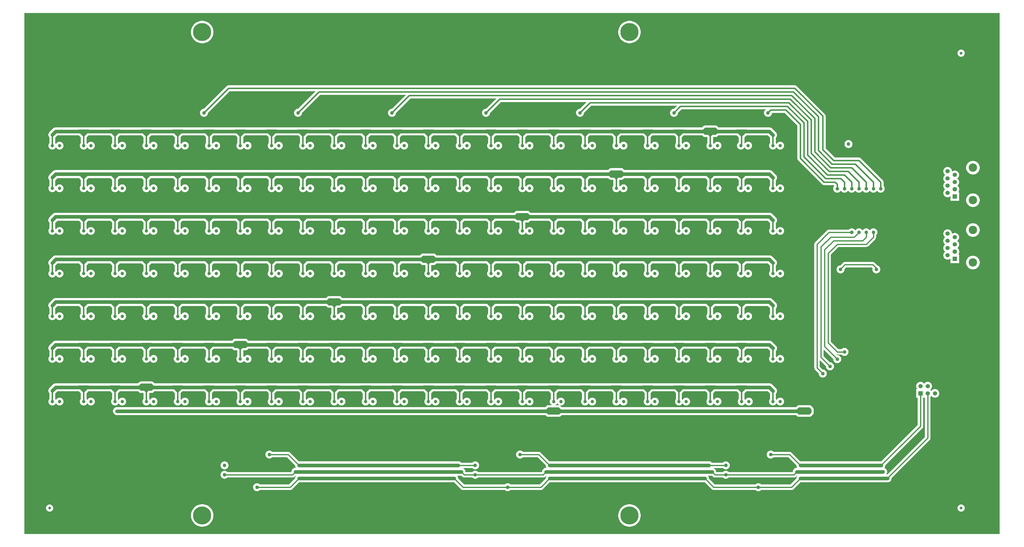
<source format=gbl>
%FSLAX25Y25*%
%MOIN*%
G70*
G01*
G75*
G04 Layer_Physical_Order=2*
G04 Layer_Color=16711680*
%ADD10C,0.03937*%
%ADD11R,0.12992X0.07874*%
%ADD12R,0.22638X0.25590*%
%ADD13R,0.04921X0.12008*%
%ADD14O,0.02362X0.08661*%
%ADD15R,0.03543X0.03543*%
%ADD16O,0.02165X0.06890*%
%ADD17O,0.06890X0.02165*%
%ADD18R,0.03347X0.03347*%
%ADD19R,0.03937X0.03937*%
%ADD20R,0.06299X0.11811*%
%ADD21R,0.07874X0.23622*%
%ADD22R,0.06299X0.02362*%
%ADD23R,0.04724X0.13780*%
%ADD24R,0.08661X0.09252*%
%ADD25R,0.06102X0.09252*%
%ADD26R,0.03347X0.06693*%
%ADD27R,0.21850X0.25590*%
%ADD28R,0.02362X0.08661*%
%ADD29C,0.05000*%
%ADD30C,0.02000*%
%ADD31C,0.03000*%
%ADD32C,0.01500*%
%ADD33C,0.02500*%
%ADD34C,0.01000*%
%ADD35C,0.25000*%
%ADD36C,0.04724*%
%ADD37C,0.04724*%
%ADD38R,0.05906X0.05906*%
%ADD39C,0.05906*%
%ADD40C,0.05906*%
%ADD41C,0.06299*%
%ADD42C,0.11614*%
%ADD43R,0.05906X0.05906*%
%ADD44C,0.05000*%
%ADD45C,0.03937*%
G36*
X1785570Y42874D02*
X437530D01*
Y764070D01*
X1785570D01*
Y42874D01*
D02*
G37*
%LPC*%
G36*
X743404Y313123D02*
X728404D01*
X727621Y313020D01*
X726891Y312718D01*
X726619Y312509D01*
X726264Y312237D01*
X726264Y312237D01*
X724536Y310508D01*
X480906D01*
X480906Y310508D01*
X479470Y310319D01*
X478524Y309927D01*
X478132Y309765D01*
X476983Y308883D01*
X476983Y308883D01*
X472214Y304115D01*
X471333Y302966D01*
X470779Y301628D01*
X470589Y300192D01*
X470779Y298756D01*
X471333Y297418D01*
X472102Y296415D01*
Y288826D01*
X471453Y287980D01*
X470913Y286676D01*
X470728Y285276D01*
X470913Y283876D01*
X471453Y282571D01*
X472313Y281451D01*
X473433Y280592D01*
X474737Y280051D01*
X476137Y279867D01*
X477537Y280051D01*
X478841Y280592D01*
X479961Y281451D01*
X480821Y282571D01*
X481137Y283335D01*
D01*
X481453Y282571D01*
X482313Y281451D01*
X483433Y280592D01*
X484737Y280051D01*
X486137Y279867D01*
X487537Y280051D01*
X488841Y280592D01*
X489961Y281451D01*
X490821Y282571D01*
X491361Y283876D01*
X491545Y285276D01*
X491361Y286676D01*
X490821Y287980D01*
X489961Y289100D01*
X488841Y289960D01*
X487537Y290500D01*
X486137Y290684D01*
X484737Y290500D01*
X483433Y289960D01*
X482313Y289100D01*
X481453Y287980D01*
X481137Y287217D01*
Y287217D01*
Y287217D01*
Y287217D01*
X481137D01*
X480821Y287980D01*
X480171Y288826D01*
Y296381D01*
X483203Y299413D01*
X512858D01*
X515410Y296862D01*
Y288826D01*
X514760Y287980D01*
X514220Y286676D01*
X514036Y285276D01*
X514220Y283876D01*
X514760Y282571D01*
X515620Y281451D01*
X516740Y280592D01*
X518044Y280051D01*
X519444Y279867D01*
X520844Y280051D01*
X522148Y280592D01*
X523268Y281451D01*
X524128Y282571D01*
X524444Y283335D01*
D01*
X524760Y282571D01*
X525620Y281451D01*
X526740Y280592D01*
X528044Y280051D01*
X529444Y279867D01*
X530844Y280051D01*
X532148Y280592D01*
X533268Y281451D01*
X534128Y282571D01*
X534668Y283876D01*
X534853Y285276D01*
X534668Y286676D01*
X534128Y287980D01*
X533268Y289100D01*
X532148Y289960D01*
X530844Y290500D01*
X529444Y290684D01*
X528044Y290500D01*
X526740Y289960D01*
X525620Y289100D01*
X524760Y287980D01*
X524444Y287217D01*
Y287217D01*
Y287217D01*
Y287217D01*
X524444D01*
X524128Y287980D01*
X523479Y288826D01*
Y296887D01*
X526054Y299413D01*
X556165D01*
X558717Y296862D01*
Y288826D01*
X558067Y287980D01*
X557527Y286676D01*
X557343Y285276D01*
X557527Y283876D01*
X558067Y282571D01*
X558927Y281451D01*
X560047Y280592D01*
X561351Y280051D01*
X562751Y279867D01*
X564151Y280051D01*
X565455Y280592D01*
X566575Y281451D01*
X567435Y282571D01*
X567751Y283335D01*
D01*
X568067Y282571D01*
X568927Y281451D01*
X570047Y280592D01*
X571351Y280051D01*
X572751Y279867D01*
X574151Y280051D01*
X575455Y280592D01*
X576576Y281451D01*
X577435Y282571D01*
X577975Y283876D01*
X578160Y285276D01*
X577975Y286676D01*
X577435Y287980D01*
X576576Y289100D01*
X575455Y289960D01*
X574151Y290500D01*
X572751Y290684D01*
X571351Y290500D01*
X570047Y289960D01*
X568927Y289100D01*
X568067Y287980D01*
X567751Y287217D01*
Y287217D01*
Y287217D01*
Y287217D01*
X567751D01*
X567435Y287980D01*
X566786Y288826D01*
Y296887D01*
X569361Y299413D01*
X599472D01*
X602024Y296862D01*
Y288826D01*
X601374Y287980D01*
X600834Y286676D01*
X600650Y285276D01*
X600834Y283876D01*
X601374Y282571D01*
X602234Y281451D01*
X603354Y280592D01*
X604658Y280051D01*
X606058Y279867D01*
X607458Y280051D01*
X608763Y280592D01*
X609883Y281451D01*
X610742Y282571D01*
X611058Y283335D01*
D01*
X611374Y282571D01*
X612234Y281451D01*
X613354Y280592D01*
X614658Y280051D01*
X616058Y279867D01*
X617458Y280051D01*
X618762Y280592D01*
X619883Y281451D01*
X620742Y282571D01*
X621282Y283876D01*
X621467Y285276D01*
X621282Y286676D01*
X620742Y287980D01*
X619883Y289100D01*
X618762Y289960D01*
X617458Y290500D01*
X616058Y290684D01*
X614658Y290500D01*
X613354Y289960D01*
X612234Y289100D01*
X611374Y287980D01*
X611058Y287217D01*
Y287217D01*
Y287217D01*
Y287217D01*
X611058D01*
X610742Y287980D01*
X610093Y288826D01*
Y296887D01*
X612668Y299413D01*
X642779D01*
X645331Y296862D01*
Y288826D01*
X644682Y287980D01*
X644141Y286676D01*
X643957Y285276D01*
X644141Y283876D01*
X644682Y282571D01*
X645541Y281451D01*
X646661Y280592D01*
X647965Y280051D01*
X649365Y279867D01*
X650765Y280051D01*
X652070Y280592D01*
X653190Y281451D01*
X654049Y282571D01*
X654365Y283335D01*
D01*
X654681Y282571D01*
X655541Y281451D01*
X656661Y280592D01*
X657966Y280051D01*
X659365Y279867D01*
X660765Y280051D01*
X662070Y280592D01*
X663190Y281451D01*
X664049Y282571D01*
X664590Y283876D01*
X664774Y285276D01*
X664590Y286676D01*
X664049Y287980D01*
X663190Y289100D01*
X662070Y289960D01*
X660765Y290500D01*
X659365Y290684D01*
X657966Y290500D01*
X656661Y289960D01*
X655541Y289100D01*
X654681Y287980D01*
X654365Y287217D01*
Y287217D01*
Y287217D01*
Y287217D01*
X654365D01*
X654049Y287980D01*
X653400Y288826D01*
Y296887D01*
X655975Y299413D01*
X686086D01*
X688638Y296862D01*
Y288826D01*
X687989Y287980D01*
X687448Y286676D01*
X687264Y285276D01*
X687448Y283876D01*
X687989Y282571D01*
X688848Y281451D01*
X689968Y280592D01*
X691273Y280051D01*
X692672Y279867D01*
X694072Y280051D01*
X695377Y280592D01*
X696497Y281451D01*
X697356Y282571D01*
X697672Y283335D01*
D01*
X697989Y282571D01*
X698848Y281451D01*
X699968Y280592D01*
X701273Y280051D01*
X702672Y279867D01*
X704072Y280051D01*
X705377Y280592D01*
X706497Y281451D01*
X707356Y282571D01*
X707897Y283876D01*
X708081Y285276D01*
X707897Y286676D01*
X707356Y287980D01*
X706497Y289100D01*
X705377Y289960D01*
X704072Y290500D01*
X702672Y290684D01*
X701273Y290500D01*
X699968Y289960D01*
X698848Y289100D01*
X697989Y287980D01*
X697672Y287217D01*
Y287217D01*
Y287217D01*
Y287217D01*
X697672D01*
X697356Y287980D01*
X696707Y288826D01*
Y296887D01*
X699283Y299413D01*
X724808D01*
X726264Y297957D01*
X726891Y297477D01*
X727105Y297388D01*
X727621Y297174D01*
X728404Y297071D01*
X731735D01*
X731945Y296862D01*
Y288826D01*
X731296Y287980D01*
X730755Y286676D01*
X730571Y285276D01*
X730755Y283876D01*
X731296Y282571D01*
X732155Y281451D01*
X733275Y280592D01*
X734580Y280051D01*
X735980Y279867D01*
X737379Y280051D01*
X738684Y280592D01*
X739804Y281451D01*
X740663Y282571D01*
X740979Y283335D01*
D01*
X741296Y282571D01*
X742155Y281451D01*
X743275Y280592D01*
X744580Y280051D01*
X745979Y279867D01*
X747379Y280051D01*
X748684Y280592D01*
X749804Y281451D01*
X750663Y282571D01*
X751204Y283876D01*
X751388Y285276D01*
X751204Y286676D01*
X750663Y287980D01*
X749804Y289100D01*
X748684Y289960D01*
X747379Y290500D01*
X745979Y290684D01*
X744580Y290500D01*
X743275Y289960D01*
X742155Y289100D01*
X741296Y287980D01*
X740979Y287217D01*
Y287217D01*
Y287217D01*
Y287217D01*
X740979D01*
X740663Y287980D01*
X740014Y288826D01*
Y296887D01*
X740202Y297071D01*
X743404D01*
X744187Y297174D01*
X744917Y297477D01*
X745189Y297685D01*
X745544Y297957D01*
X745544Y297957D01*
X746999Y299413D01*
X772700D01*
X775252Y296862D01*
Y288826D01*
X774603Y287980D01*
X774062Y286676D01*
X773878Y285276D01*
X774062Y283876D01*
X774603Y282571D01*
X775462Y281451D01*
X776582Y280592D01*
X777887Y280051D01*
X779287Y279867D01*
X780686Y280051D01*
X781991Y280592D01*
X783111Y281451D01*
X783970Y282571D01*
X784287Y283335D01*
D01*
X784603Y282571D01*
X785462Y281451D01*
X786582Y280592D01*
X787887Y280051D01*
X789287Y279867D01*
X790686Y280051D01*
X791991Y280592D01*
X793111Y281451D01*
X793970Y282571D01*
X794511Y283876D01*
X794695Y285276D01*
X794511Y286676D01*
X793970Y287980D01*
X793111Y289100D01*
X791991Y289960D01*
X790686Y290500D01*
X789287Y290684D01*
X787887Y290500D01*
X786582Y289960D01*
X785462Y289100D01*
X784603Y287980D01*
X784287Y287217D01*
Y287217D01*
Y287217D01*
Y287217D01*
X784287D01*
X783970Y287980D01*
X783321Y288826D01*
Y296887D01*
X785897Y299413D01*
X816007D01*
X818559Y296862D01*
Y288826D01*
X817910Y287980D01*
X817369Y286676D01*
X817185Y285276D01*
X817369Y283876D01*
X817910Y282571D01*
X818769Y281451D01*
X819889Y280592D01*
X821194Y280051D01*
X822594Y279867D01*
X823993Y280051D01*
X825298Y280592D01*
X826418Y281451D01*
X827277Y282571D01*
X827594Y283335D01*
D01*
X827910Y282571D01*
X828769Y281451D01*
X829889Y280592D01*
X831194Y280051D01*
X832594Y279867D01*
X833994Y280051D01*
X835298Y280592D01*
X836418Y281451D01*
X837278Y282571D01*
X837818Y283876D01*
X838002Y285276D01*
X837818Y286676D01*
X837278Y287980D01*
X836418Y289100D01*
X835298Y289960D01*
X833994Y290500D01*
X832594Y290684D01*
X831194Y290500D01*
X829889Y289960D01*
X828769Y289100D01*
X827910Y287980D01*
X827594Y287217D01*
Y287217D01*
Y287217D01*
Y287217D01*
X827594D01*
X827277Y287980D01*
X826628Y288826D01*
Y296887D01*
X829204Y299413D01*
X859315D01*
X861866Y296862D01*
Y288826D01*
X861217Y287980D01*
X860677Y286676D01*
X860492Y285276D01*
X860677Y283876D01*
X861217Y282571D01*
X862076Y281451D01*
X863196Y280592D01*
X864501Y280051D01*
X865901Y279867D01*
X867301Y280051D01*
X868605Y280592D01*
X869725Y281451D01*
X870585Y282571D01*
X870901Y283335D01*
D01*
X871217Y282571D01*
X872076Y281451D01*
X873197Y280592D01*
X874501Y280051D01*
X875901Y279867D01*
X877301Y280051D01*
X878605Y280592D01*
X879725Y281451D01*
X880585Y282571D01*
X881125Y283876D01*
X881309Y285276D01*
X881125Y286676D01*
X880585Y287980D01*
X879725Y289100D01*
X878605Y289960D01*
X877301Y290500D01*
X875901Y290684D01*
X874501Y290500D01*
X873197Y289960D01*
X872076Y289100D01*
X871217Y287980D01*
X870901Y287217D01*
Y287217D01*
Y287217D01*
Y287217D01*
X870901D01*
X870585Y287980D01*
X869935Y288826D01*
Y296887D01*
X872511Y299413D01*
X902622D01*
X905173Y296862D01*
Y288826D01*
X904524Y287980D01*
X903984Y286676D01*
X903799Y285276D01*
X903984Y283876D01*
X904524Y282571D01*
X905383Y281451D01*
X906504Y280592D01*
X907808Y280051D01*
X909208Y279867D01*
X910608Y280051D01*
X911912Y280592D01*
X913032Y281451D01*
X913892Y282571D01*
X914208Y283335D01*
D01*
X914524Y282571D01*
X915384Y281451D01*
X916504Y280592D01*
X917808Y280051D01*
X919208Y279867D01*
X920608Y280051D01*
X921912Y280592D01*
X923032Y281451D01*
X923892Y282571D01*
X924432Y283876D01*
X924616Y285276D01*
X924432Y286676D01*
X923892Y287980D01*
X923032Y289100D01*
X921912Y289960D01*
X920608Y290500D01*
X919208Y290684D01*
X917808Y290500D01*
X916504Y289960D01*
X915384Y289100D01*
X914524Y287980D01*
X914208Y287217D01*
Y287217D01*
Y287217D01*
Y287217D01*
X914208D01*
X913892Y287980D01*
X913242Y288826D01*
Y296887D01*
X915818Y299413D01*
X945929D01*
X948480Y296862D01*
Y288826D01*
X947831Y287980D01*
X947291Y286676D01*
X947106Y285276D01*
X947291Y283876D01*
X947831Y282571D01*
X948691Y281451D01*
X949811Y280592D01*
X951115Y280051D01*
X952515Y279867D01*
X953915Y280051D01*
X955219Y280592D01*
X956339Y281451D01*
X957199Y282571D01*
X957515Y283335D01*
D01*
X957831Y282571D01*
X958691Y281451D01*
X959811Y280592D01*
X961115Y280051D01*
X962515Y279867D01*
X963915Y280051D01*
X965219Y280592D01*
X966339Y281451D01*
X967199Y282571D01*
X967739Y283876D01*
X967923Y285276D01*
X967739Y286676D01*
X967199Y287980D01*
X966339Y289100D01*
X965219Y289960D01*
X963915Y290500D01*
X962515Y290684D01*
X961115Y290500D01*
X959811Y289960D01*
X958691Y289100D01*
X957831Y287980D01*
X957515Y287217D01*
Y287217D01*
Y287217D01*
Y287217D01*
X957515D01*
X957199Y287980D01*
X956549Y288826D01*
Y296887D01*
X959125Y299413D01*
X989236D01*
X991788Y296862D01*
Y288826D01*
X991138Y287980D01*
X990598Y286676D01*
X990414Y285276D01*
X990598Y283876D01*
X991138Y282571D01*
X991998Y281451D01*
X993118Y280592D01*
X994422Y280051D01*
X995822Y279867D01*
X997222Y280051D01*
X998526Y280592D01*
X999646Y281451D01*
X1000506Y282571D01*
X1000822Y283335D01*
D01*
X1001138Y282571D01*
X1001998Y281451D01*
X1003118Y280592D01*
X1004422Y280051D01*
X1005822Y279867D01*
X1007222Y280051D01*
X1008526Y280592D01*
X1009646Y281451D01*
X1010506Y282571D01*
X1011046Y283876D01*
X1011230Y285276D01*
X1011046Y286676D01*
X1010506Y287980D01*
X1009646Y289100D01*
X1008526Y289960D01*
X1007222Y290500D01*
X1005822Y290684D01*
X1004422Y290500D01*
X1003118Y289960D01*
X1001998Y289100D01*
X1001138Y287980D01*
X1000822Y287217D01*
Y287217D01*
Y287217D01*
Y287217D01*
X1000822D01*
X1000506Y287980D01*
X999856Y288826D01*
Y296887D01*
X1002432Y299413D01*
X1032543D01*
X1035095Y296862D01*
Y288826D01*
X1034445Y287980D01*
X1033905Y286676D01*
X1033721Y285276D01*
X1033905Y283876D01*
X1034445Y282571D01*
X1035305Y281451D01*
X1036425Y280592D01*
X1037729Y280051D01*
X1039129Y279867D01*
X1040529Y280051D01*
X1041833Y280592D01*
X1042953Y281451D01*
X1043813Y282571D01*
X1044129Y283335D01*
D01*
X1044445Y282571D01*
X1045305Y281451D01*
X1046425Y280592D01*
X1047729Y280051D01*
X1049129Y279867D01*
X1050529Y280051D01*
X1051833Y280592D01*
X1052954Y281451D01*
X1053813Y282571D01*
X1054353Y283876D01*
X1054538Y285276D01*
X1054353Y286676D01*
X1053813Y287980D01*
X1052954Y289100D01*
X1051833Y289960D01*
X1050529Y290500D01*
X1049129Y290684D01*
X1047729Y290500D01*
X1046425Y289960D01*
X1045305Y289100D01*
X1044445Y287980D01*
X1044129Y287217D01*
Y287217D01*
Y287217D01*
Y287217D01*
X1044129D01*
X1043813Y287980D01*
X1043164Y288826D01*
Y296887D01*
X1045739Y299413D01*
X1075850D01*
X1078402Y296862D01*
Y288826D01*
X1077752Y287980D01*
X1077212Y286676D01*
X1077028Y285276D01*
X1077212Y283876D01*
X1077752Y282571D01*
X1078612Y281451D01*
X1079732Y280592D01*
X1081036Y280051D01*
X1082436Y279867D01*
X1083836Y280051D01*
X1085140Y280592D01*
X1086261Y281451D01*
X1087120Y282571D01*
X1087436Y283335D01*
D01*
X1087752Y282571D01*
X1088612Y281451D01*
X1089732Y280592D01*
X1091036Y280051D01*
X1092436Y279867D01*
X1093836Y280051D01*
X1095140Y280592D01*
X1096261Y281451D01*
X1097120Y282571D01*
X1097660Y283876D01*
X1097845Y285276D01*
X1097660Y286676D01*
X1097120Y287980D01*
X1096261Y289100D01*
X1095140Y289960D01*
X1093836Y290500D01*
X1092436Y290684D01*
X1091036Y290500D01*
X1089732Y289960D01*
X1088612Y289100D01*
X1087752Y287980D01*
X1087436Y287217D01*
Y287217D01*
Y287217D01*
Y287217D01*
X1087436D01*
X1087120Y287980D01*
X1086471Y288826D01*
Y296887D01*
X1089046Y299413D01*
X1119157D01*
X1121709Y296862D01*
Y288826D01*
X1121059Y287980D01*
X1120519Y286676D01*
X1120335Y285276D01*
X1120519Y283876D01*
X1121059Y282571D01*
X1121919Y281451D01*
X1123039Y280592D01*
X1124343Y280051D01*
X1125743Y279867D01*
X1127143Y280051D01*
X1128448Y280592D01*
X1129568Y281451D01*
X1130427Y282571D01*
X1130743Y283335D01*
D01*
X1131059Y282571D01*
X1131919Y281451D01*
X1133039Y280592D01*
X1134344Y280051D01*
X1135743Y279867D01*
X1137143Y280051D01*
X1138447Y280592D01*
X1139568Y281451D01*
X1140427Y282571D01*
X1140967Y283876D01*
X1141152Y285276D01*
X1140967Y286676D01*
X1140427Y287980D01*
X1139568Y289100D01*
X1138447Y289960D01*
X1137143Y290500D01*
X1135743Y290684D01*
X1134344Y290500D01*
X1133039Y289960D01*
X1131919Y289100D01*
X1131059Y287980D01*
X1130743Y287217D01*
Y287217D01*
Y287217D01*
Y287217D01*
X1130743D01*
X1130427Y287980D01*
X1129778Y288826D01*
Y296887D01*
X1132353Y299413D01*
X1162464D01*
X1165016Y296862D01*
Y288826D01*
X1164367Y287980D01*
X1163826Y286676D01*
X1163642Y285276D01*
X1163826Y283876D01*
X1164367Y282571D01*
X1165226Y281451D01*
X1166346Y280592D01*
X1167651Y280051D01*
X1169050Y279867D01*
X1170450Y280051D01*
X1171755Y280592D01*
X1172875Y281451D01*
X1173734Y282571D01*
X1174050Y283335D01*
D01*
X1174366Y282571D01*
X1175226Y281451D01*
X1176346Y280592D01*
X1177651Y280051D01*
X1179050Y279867D01*
X1180450Y280051D01*
X1181755Y280592D01*
X1182875Y281451D01*
X1183734Y282571D01*
X1184275Y283876D01*
X1184459Y285276D01*
X1184275Y286676D01*
X1183734Y287980D01*
X1182875Y289100D01*
X1181755Y289960D01*
X1180450Y290500D01*
X1179050Y290684D01*
X1177651Y290500D01*
X1176346Y289960D01*
X1175226Y289100D01*
X1174366Y287980D01*
X1174050Y287217D01*
Y287217D01*
Y287217D01*
Y287217D01*
X1174050D01*
X1173734Y287980D01*
X1173085Y288826D01*
Y296887D01*
X1175661Y299413D01*
X1205771D01*
X1208323Y296862D01*
Y288826D01*
X1207674Y287980D01*
X1207133Y286676D01*
X1206949Y285276D01*
X1207133Y283876D01*
X1207674Y282571D01*
X1208533Y281451D01*
X1209653Y280592D01*
X1210958Y280051D01*
X1212358Y279867D01*
X1213757Y280051D01*
X1215062Y280592D01*
X1216182Y281451D01*
X1217041Y282571D01*
X1217358Y283335D01*
D01*
X1217674Y282571D01*
X1218533Y281451D01*
X1219653Y280592D01*
X1220958Y280051D01*
X1222357Y279867D01*
X1223757Y280051D01*
X1225062Y280592D01*
X1226182Y281451D01*
X1227041Y282571D01*
X1227582Y283876D01*
X1227766Y285276D01*
X1227582Y286676D01*
X1227041Y287980D01*
X1226182Y289100D01*
X1225062Y289960D01*
X1223757Y290500D01*
X1222357Y290684D01*
X1220958Y290500D01*
X1219653Y289960D01*
X1218533Y289100D01*
X1217674Y287980D01*
X1217358Y287217D01*
Y287217D01*
Y287217D01*
Y287217D01*
X1217357D01*
X1217041Y287980D01*
X1216392Y288826D01*
Y296887D01*
X1218968Y299413D01*
X1249078D01*
X1251630Y296862D01*
Y288826D01*
X1250981Y287980D01*
X1250440Y286676D01*
X1250256Y285276D01*
X1250440Y283876D01*
X1250981Y282571D01*
X1251840Y281451D01*
X1252960Y280592D01*
X1254265Y280051D01*
X1255665Y279867D01*
X1257064Y280051D01*
X1258369Y280592D01*
X1259489Y281451D01*
X1260348Y282571D01*
X1260664Y283335D01*
D01*
X1260981Y282571D01*
X1261840Y281451D01*
X1262960Y280592D01*
X1264265Y280051D01*
X1265664Y279867D01*
X1267064Y280051D01*
X1268369Y280592D01*
X1269489Y281451D01*
X1270348Y282571D01*
X1270889Y283876D01*
X1271073Y285276D01*
X1270889Y286676D01*
X1270348Y287980D01*
X1269489Y289100D01*
X1268369Y289960D01*
X1267064Y290500D01*
X1265664Y290684D01*
X1264265Y290500D01*
X1262960Y289960D01*
X1261840Y289100D01*
X1260981Y287980D01*
X1260664Y287217D01*
Y287217D01*
Y287217D01*
Y287217D01*
X1260664D01*
X1260348Y287980D01*
X1259699Y288826D01*
Y296887D01*
X1262275Y299413D01*
X1292385D01*
X1294937Y296862D01*
Y288826D01*
X1294288Y287980D01*
X1293748Y286676D01*
X1293563Y285276D01*
X1293748Y283876D01*
X1294288Y282571D01*
X1295147Y281451D01*
X1296267Y280592D01*
X1297572Y280051D01*
X1298972Y279867D01*
X1300371Y280051D01*
X1301676Y280592D01*
X1302796Y281451D01*
X1303656Y282571D01*
X1303972Y283335D01*
D01*
X1304288Y282571D01*
X1305147Y281451D01*
X1306267Y280592D01*
X1307572Y280051D01*
X1308972Y279867D01*
X1310371Y280051D01*
X1311676Y280592D01*
X1312796Y281451D01*
X1313655Y282571D01*
X1314196Y283876D01*
X1314380Y285276D01*
X1314196Y286676D01*
X1313655Y287980D01*
X1312796Y289100D01*
X1311676Y289960D01*
X1310371Y290500D01*
X1308972Y290684D01*
X1307572Y290500D01*
X1306267Y289960D01*
X1305147Y289100D01*
X1304288Y287980D01*
X1303972Y287217D01*
Y287217D01*
Y287217D01*
Y287217D01*
X1303972D01*
X1303656Y287980D01*
X1303006Y288826D01*
Y296887D01*
X1305582Y299413D01*
X1335693D01*
X1338244Y296862D01*
Y288826D01*
X1337595Y287980D01*
X1337055Y286676D01*
X1336870Y285276D01*
X1337055Y283876D01*
X1337595Y282571D01*
X1338454Y281451D01*
X1339575Y280592D01*
X1340879Y280051D01*
X1342279Y279867D01*
X1343678Y280051D01*
X1344983Y280592D01*
X1346103Y281451D01*
X1346963Y282571D01*
X1347279Y283335D01*
D01*
X1347595Y282571D01*
X1348454Y281451D01*
X1349574Y280592D01*
X1350879Y280051D01*
X1352279Y279867D01*
X1353679Y280051D01*
X1354983Y280592D01*
X1356103Y281451D01*
X1356963Y282571D01*
X1357503Y283876D01*
X1357687Y285276D01*
X1357503Y286676D01*
X1356963Y287980D01*
X1356103Y289100D01*
X1354983Y289960D01*
X1353679Y290500D01*
X1352279Y290684D01*
X1350879Y290500D01*
X1349574Y289960D01*
X1348454Y289100D01*
X1347595Y287980D01*
X1347279Y287217D01*
Y287217D01*
Y287217D01*
Y287217D01*
X1347279D01*
X1346963Y287980D01*
X1346313Y288826D01*
Y296887D01*
X1348889Y299413D01*
X1379000D01*
X1381551Y296862D01*
Y288826D01*
X1380902Y287980D01*
X1380362Y286676D01*
X1380177Y285276D01*
X1380362Y283876D01*
X1380902Y282571D01*
X1381761Y281451D01*
X1382882Y280592D01*
X1384186Y280051D01*
X1385586Y279867D01*
X1386986Y280051D01*
X1388290Y280592D01*
X1389410Y281451D01*
X1390270Y282571D01*
X1390586Y283335D01*
D01*
X1390902Y282571D01*
X1391761Y281451D01*
X1392882Y280592D01*
X1394186Y280051D01*
X1395586Y279867D01*
X1396986Y280051D01*
X1398290Y280592D01*
X1399410Y281451D01*
X1400270Y282571D01*
X1400810Y283876D01*
X1400994Y285276D01*
X1400810Y286676D01*
X1400270Y287980D01*
X1399410Y289100D01*
X1398290Y289960D01*
X1396986Y290500D01*
X1395586Y290684D01*
X1394186Y290500D01*
X1392882Y289960D01*
X1391761Y289100D01*
X1390902Y287980D01*
X1390586Y287217D01*
Y287217D01*
Y287217D01*
Y287217D01*
X1390586D01*
X1390270Y287980D01*
X1389620Y288826D01*
Y296887D01*
X1392196Y299413D01*
X1422307D01*
X1424858Y296862D01*
Y289710D01*
X1424053Y289092D01*
X1423193Y287972D01*
X1422653Y286668D01*
X1422469Y285268D01*
X1422653Y283868D01*
X1423193Y282564D01*
X1424053Y281443D01*
X1425173Y280584D01*
X1426477Y280044D01*
X1427877Y279859D01*
X1429277Y280044D01*
X1430581Y280584D01*
X1431701Y281443D01*
X1432561Y282564D01*
X1432877Y283327D01*
D01*
X1433193Y282564D01*
X1434053Y281443D01*
X1435173Y280584D01*
X1436477Y280044D01*
X1437877Y279859D01*
X1439277Y280044D01*
X1440581Y280584D01*
X1441702Y281443D01*
X1442561Y282564D01*
X1443101Y283868D01*
X1443286Y285268D01*
X1443101Y286668D01*
X1442561Y287972D01*
X1441702Y289092D01*
X1440581Y289952D01*
X1439277Y290492D01*
X1437877Y290676D01*
X1436477Y290492D01*
X1435173Y289952D01*
X1434053Y289092D01*
X1433193Y287972D01*
X1432927Y287330D01*
D01*
D01*
Y296887D01*
X1435503Y299413D01*
X1464997D01*
X1468165Y296244D01*
Y288826D01*
X1467516Y287980D01*
X1466976Y286676D01*
X1466792Y285276D01*
X1466976Y283876D01*
X1467516Y282571D01*
X1468376Y281451D01*
X1469496Y280592D01*
X1470800Y280051D01*
X1472200Y279867D01*
X1473600Y280051D01*
X1474904Y280592D01*
X1476024Y281451D01*
X1476884Y282571D01*
X1477200Y283335D01*
D01*
X1477516Y282571D01*
X1478376Y281451D01*
X1479496Y280592D01*
X1480800Y280051D01*
X1482200Y279867D01*
X1483600Y280051D01*
X1484904Y280592D01*
X1486024Y281451D01*
X1486884Y282571D01*
X1487424Y283876D01*
X1487608Y285276D01*
X1487424Y286676D01*
X1486884Y287980D01*
X1486024Y289100D01*
X1484904Y289960D01*
X1483600Y290500D01*
X1482200Y290684D01*
X1480800Y290500D01*
X1479496Y289960D01*
X1478376Y289100D01*
X1477516Y287980D01*
X1477200Y287217D01*
Y287217D01*
Y287217D01*
Y287217D01*
X1477200D01*
X1476884Y287980D01*
X1476235Y288826D01*
Y296278D01*
X1477004Y297281D01*
X1477558Y298619D01*
X1477747Y300055D01*
X1477558Y301491D01*
X1477004Y302829D01*
X1476123Y303978D01*
X1471217Y308883D01*
X1470068Y309765D01*
X1468730Y310319D01*
X1467294Y310508D01*
X747272D01*
X745544Y312237D01*
X744917Y312718D01*
X744703Y312806D01*
X744187Y313020D01*
X743404Y313123D01*
D02*
G37*
G36*
X1263089Y549343D02*
X1248089D01*
X1247306Y549240D01*
X1246576Y548938D01*
X1246304Y548729D01*
X1245949Y548457D01*
X1245949Y548457D01*
X1244221Y546729D01*
X480906D01*
X480906Y546729D01*
X479470Y546540D01*
X478524Y546148D01*
X478132Y545985D01*
X476983Y545104D01*
X476983Y545104D01*
X472214Y540335D01*
X471333Y539186D01*
X470779Y537848D01*
X470589Y536412D01*
X470779Y534977D01*
X471333Y533639D01*
X472102Y532636D01*
Y525047D01*
X471453Y524200D01*
X470913Y522896D01*
X470728Y521496D01*
X470913Y520096D01*
X471453Y518792D01*
X472313Y517672D01*
X473433Y516812D01*
X474737Y516272D01*
X476137Y516088D01*
X477537Y516272D01*
X478841Y516812D01*
X479961Y517672D01*
X480821Y518792D01*
X481137Y519555D01*
D01*
X481453Y518792D01*
X482313Y517672D01*
X483433Y516812D01*
X484737Y516272D01*
X486137Y516088D01*
X487537Y516272D01*
X488841Y516812D01*
X489961Y517672D01*
X490821Y518792D01*
X491361Y520096D01*
X491545Y521496D01*
X491361Y522896D01*
X490821Y524200D01*
X489961Y525320D01*
X488841Y526180D01*
X487537Y526720D01*
X486137Y526905D01*
X484737Y526720D01*
X483433Y526180D01*
X482313Y525320D01*
X481453Y524200D01*
X481137Y523437D01*
X481137Y523437D01*
D01*
D01*
D01*
X480821Y524200D01*
X480171Y525047D01*
Y532602D01*
X483203Y535634D01*
X512858D01*
X515410Y533082D01*
Y525047D01*
X514760Y524200D01*
X514220Y522896D01*
X514036Y521496D01*
X514220Y520096D01*
X514760Y518792D01*
X515620Y517672D01*
X516740Y516812D01*
X518044Y516272D01*
X519444Y516088D01*
X520844Y516272D01*
X522148Y516812D01*
X523268Y517672D01*
X524128Y518792D01*
X524444Y519555D01*
D01*
X524760Y518792D01*
X525620Y517672D01*
X526740Y516812D01*
X528044Y516272D01*
X529444Y516088D01*
X530844Y516272D01*
X532148Y516812D01*
X533268Y517672D01*
X534128Y518792D01*
X534668Y520096D01*
X534853Y521496D01*
X534668Y522896D01*
X534128Y524200D01*
X533268Y525320D01*
X532148Y526180D01*
X530844Y526720D01*
X529444Y526905D01*
X528044Y526720D01*
X526740Y526180D01*
X525620Y525320D01*
X524760Y524200D01*
X524444Y523437D01*
Y523437D01*
Y523437D01*
Y523437D01*
X524444D01*
X524128Y524200D01*
X523479Y525047D01*
Y533108D01*
X526054Y535634D01*
X556165D01*
X558717Y533082D01*
Y525047D01*
X558067Y524200D01*
X557527Y522896D01*
X557343Y521496D01*
X557527Y520096D01*
X558067Y518792D01*
X558927Y517672D01*
X560047Y516812D01*
X561351Y516272D01*
X562751Y516088D01*
X564151Y516272D01*
X565455Y516812D01*
X566575Y517672D01*
X567435Y518792D01*
X567751Y519555D01*
D01*
X568067Y518792D01*
X568927Y517672D01*
X570047Y516812D01*
X571351Y516272D01*
X572751Y516088D01*
X574151Y516272D01*
X575455Y516812D01*
X576576Y517672D01*
X577435Y518792D01*
X577975Y520096D01*
X578160Y521496D01*
X577975Y522896D01*
X577435Y524200D01*
X576576Y525320D01*
X575455Y526180D01*
X574151Y526720D01*
X572751Y526905D01*
X571351Y526720D01*
X570047Y526180D01*
X568927Y525320D01*
X568067Y524200D01*
X567751Y523437D01*
Y523437D01*
Y523437D01*
Y523437D01*
X567751D01*
X567435Y524200D01*
X566786Y525047D01*
Y533108D01*
X569361Y535634D01*
X599472D01*
X602024Y533082D01*
Y525047D01*
X601374Y524200D01*
X600834Y522896D01*
X600650Y521496D01*
X600834Y520096D01*
X601374Y518792D01*
X602234Y517672D01*
X603354Y516812D01*
X604658Y516272D01*
X606058Y516088D01*
X607458Y516272D01*
X608763Y516812D01*
X609883Y517672D01*
X610742Y518792D01*
X611058Y519555D01*
D01*
X611374Y518792D01*
X612234Y517672D01*
X613354Y516812D01*
X614658Y516272D01*
X616058Y516088D01*
X617458Y516272D01*
X618762Y516812D01*
X619883Y517672D01*
X620742Y518792D01*
X621282Y520096D01*
X621467Y521496D01*
X621282Y522896D01*
X620742Y524200D01*
X619883Y525320D01*
X618762Y526180D01*
X617458Y526720D01*
X616058Y526905D01*
X614658Y526720D01*
X613354Y526180D01*
X612234Y525320D01*
X611374Y524200D01*
X611058Y523437D01*
Y523437D01*
Y523437D01*
Y523437D01*
X611058D01*
X610742Y524200D01*
X610093Y525047D01*
Y533108D01*
X612668Y535634D01*
X642779D01*
X645331Y533082D01*
Y525047D01*
X644682Y524200D01*
X644141Y522896D01*
X643957Y521496D01*
X644141Y520096D01*
X644682Y518792D01*
X645541Y517672D01*
X646661Y516812D01*
X647965Y516272D01*
X649365Y516088D01*
X650765Y516272D01*
X652070Y516812D01*
X653190Y517672D01*
X654049Y518792D01*
X654365Y519555D01*
D01*
X654681Y518792D01*
X655541Y517672D01*
X656661Y516812D01*
X657966Y516272D01*
X659365Y516088D01*
X660765Y516272D01*
X662070Y516812D01*
X663190Y517672D01*
X664049Y518792D01*
X664590Y520096D01*
X664774Y521496D01*
X664590Y522896D01*
X664049Y524200D01*
X663190Y525320D01*
X662070Y526180D01*
X660765Y526720D01*
X659365Y526905D01*
X657966Y526720D01*
X656661Y526180D01*
X655541Y525320D01*
X654681Y524200D01*
X654365Y523437D01*
Y523437D01*
Y523437D01*
Y523437D01*
X654365D01*
X654049Y524200D01*
X653400Y525047D01*
Y533108D01*
X655975Y535634D01*
X686086D01*
X688638Y533082D01*
Y525047D01*
X687989Y524200D01*
X687448Y522896D01*
X687264Y521496D01*
X687448Y520096D01*
X687989Y518792D01*
X688848Y517672D01*
X689968Y516812D01*
X691273Y516272D01*
X692672Y516088D01*
X694072Y516272D01*
X695377Y516812D01*
X696497Y517672D01*
X697356Y518792D01*
X697672Y519555D01*
D01*
X697989Y518792D01*
X698848Y517672D01*
X699968Y516812D01*
X701273Y516272D01*
X702672Y516088D01*
X704072Y516272D01*
X705377Y516812D01*
X706497Y517672D01*
X707356Y518792D01*
X707897Y520096D01*
X708081Y521496D01*
X707897Y522896D01*
X707356Y524200D01*
X706497Y525320D01*
X705377Y526180D01*
X704072Y526720D01*
X702672Y526905D01*
X701273Y526720D01*
X699968Y526180D01*
X698848Y525320D01*
X697989Y524200D01*
X697672Y523437D01*
Y523437D01*
Y523437D01*
Y523437D01*
X697672D01*
X697356Y524200D01*
X696707Y525047D01*
Y533108D01*
X699283Y535634D01*
X729393D01*
X731945Y533082D01*
Y525047D01*
X731296Y524200D01*
X730755Y522896D01*
X730571Y521496D01*
X730755Y520096D01*
X731296Y518792D01*
X732155Y517672D01*
X733275Y516812D01*
X734580Y516272D01*
X735980Y516088D01*
X737379Y516272D01*
X738684Y516812D01*
X739804Y517672D01*
X740663Y518792D01*
X740979Y519555D01*
D01*
X741296Y518792D01*
X742155Y517672D01*
X743275Y516812D01*
X744580Y516272D01*
X745979Y516088D01*
X747379Y516272D01*
X748684Y516812D01*
X749804Y517672D01*
X750663Y518792D01*
X751204Y520096D01*
X751388Y521496D01*
X751204Y522896D01*
X750663Y524200D01*
X749804Y525320D01*
X748684Y526180D01*
X747379Y526720D01*
X745979Y526905D01*
X744580Y526720D01*
X743275Y526180D01*
X742155Y525320D01*
X741296Y524200D01*
X740979Y523437D01*
Y523437D01*
Y523437D01*
Y523437D01*
X740979D01*
X740663Y524200D01*
X740014Y525047D01*
Y533108D01*
X742590Y535634D01*
X772700D01*
X775252Y533082D01*
Y525047D01*
X774603Y524200D01*
X774062Y522896D01*
X773878Y521496D01*
X774062Y520096D01*
X774603Y518792D01*
X775462Y517672D01*
X776582Y516812D01*
X777887Y516272D01*
X779287Y516088D01*
X780686Y516272D01*
X781991Y516812D01*
X783111Y517672D01*
X783970Y518792D01*
X784287Y519555D01*
D01*
X784603Y518792D01*
X785462Y517672D01*
X786582Y516812D01*
X787887Y516272D01*
X789287Y516088D01*
X790686Y516272D01*
X791991Y516812D01*
X793111Y517672D01*
X793970Y518792D01*
X794511Y520096D01*
X794695Y521496D01*
X794511Y522896D01*
X793970Y524200D01*
X793111Y525320D01*
X791991Y526180D01*
X790686Y526720D01*
X789287Y526905D01*
X787887Y526720D01*
X786582Y526180D01*
X785462Y525320D01*
X784603Y524200D01*
X784287Y523437D01*
Y523437D01*
Y523437D01*
Y523437D01*
X784287D01*
X783970Y524200D01*
X783321Y525047D01*
Y533108D01*
X785897Y535634D01*
X816007D01*
X818559Y533082D01*
Y525047D01*
X817910Y524200D01*
X817369Y522896D01*
X817185Y521496D01*
X817369Y520096D01*
X817910Y518792D01*
X818769Y517672D01*
X819889Y516812D01*
X821194Y516272D01*
X822594Y516088D01*
X823993Y516272D01*
X825298Y516812D01*
X826418Y517672D01*
X827277Y518792D01*
X827594Y519555D01*
D01*
X827910Y518792D01*
X828769Y517672D01*
X829889Y516812D01*
X831194Y516272D01*
X832594Y516088D01*
X833994Y516272D01*
X835298Y516812D01*
X836418Y517672D01*
X837278Y518792D01*
X837818Y520096D01*
X838002Y521496D01*
X837818Y522896D01*
X837278Y524200D01*
X836418Y525320D01*
X835298Y526180D01*
X833994Y526720D01*
X832594Y526905D01*
X831194Y526720D01*
X829889Y526180D01*
X828769Y525320D01*
X827910Y524200D01*
X827594Y523437D01*
Y523437D01*
Y523437D01*
Y523437D01*
X827594D01*
X827277Y524200D01*
X826628Y525047D01*
Y533108D01*
X829204Y535634D01*
X859315D01*
X861866Y533082D01*
Y525047D01*
X861217Y524200D01*
X860677Y522896D01*
X860492Y521496D01*
X860677Y520096D01*
X861217Y518792D01*
X862076Y517672D01*
X863196Y516812D01*
X864501Y516272D01*
X865901Y516088D01*
X867301Y516272D01*
X868605Y516812D01*
X869725Y517672D01*
X870585Y518792D01*
X870901Y519555D01*
D01*
X871217Y518792D01*
X872076Y517672D01*
X873197Y516812D01*
X874501Y516272D01*
X875901Y516088D01*
X877301Y516272D01*
X878605Y516812D01*
X879725Y517672D01*
X880585Y518792D01*
X881125Y520096D01*
X881309Y521496D01*
X881125Y522896D01*
X880585Y524200D01*
X879725Y525320D01*
X878605Y526180D01*
X877301Y526720D01*
X875901Y526905D01*
X874501Y526720D01*
X873197Y526180D01*
X872076Y525320D01*
X871217Y524200D01*
X870901Y523437D01*
Y523437D01*
Y523437D01*
Y523437D01*
X870901D01*
X870585Y524200D01*
X869935Y525047D01*
Y533108D01*
X872511Y535634D01*
X902622D01*
X905173Y533082D01*
Y525047D01*
X904524Y524200D01*
X903984Y522896D01*
X903799Y521496D01*
X903984Y520096D01*
X904524Y518792D01*
X905383Y517672D01*
X906504Y516812D01*
X907808Y516272D01*
X909208Y516088D01*
X910608Y516272D01*
X911912Y516812D01*
X913032Y517672D01*
X913892Y518792D01*
X914208Y519555D01*
D01*
X914524Y518792D01*
X915384Y517672D01*
X916504Y516812D01*
X917808Y516272D01*
X919208Y516088D01*
X920608Y516272D01*
X921912Y516812D01*
X923032Y517672D01*
X923892Y518792D01*
X924432Y520096D01*
X924616Y521496D01*
X924432Y522896D01*
X923892Y524200D01*
X923032Y525320D01*
X921912Y526180D01*
X920608Y526720D01*
X919208Y526905D01*
X917808Y526720D01*
X916504Y526180D01*
X915384Y525320D01*
X914524Y524200D01*
X914208Y523437D01*
Y523437D01*
Y523437D01*
Y523437D01*
X914208D01*
X913892Y524200D01*
X913242Y525047D01*
Y533108D01*
X915818Y535634D01*
X945929D01*
X948480Y533082D01*
Y525047D01*
X947831Y524200D01*
X947291Y522896D01*
X947106Y521496D01*
X947291Y520096D01*
X947831Y518792D01*
X948691Y517672D01*
X949811Y516812D01*
X951115Y516272D01*
X952515Y516088D01*
X953915Y516272D01*
X955219Y516812D01*
X956339Y517672D01*
X957199Y518792D01*
X957515Y519555D01*
D01*
X957831Y518792D01*
X958691Y517672D01*
X959811Y516812D01*
X961115Y516272D01*
X962515Y516088D01*
X963915Y516272D01*
X965219Y516812D01*
X966339Y517672D01*
X967199Y518792D01*
X967739Y520096D01*
X967923Y521496D01*
X967739Y522896D01*
X967199Y524200D01*
X966339Y525320D01*
X965219Y526180D01*
X963915Y526720D01*
X962515Y526905D01*
X961115Y526720D01*
X959811Y526180D01*
X958691Y525320D01*
X957831Y524200D01*
X957515Y523437D01*
Y523437D01*
Y523437D01*
Y523437D01*
X957515D01*
X957199Y524200D01*
X956549Y525047D01*
Y533108D01*
X959125Y535634D01*
X989236D01*
X991788Y533082D01*
Y525047D01*
X991138Y524200D01*
X990598Y522896D01*
X990414Y521496D01*
X990598Y520096D01*
X991138Y518792D01*
X991998Y517672D01*
X993118Y516812D01*
X994422Y516272D01*
X995822Y516088D01*
X997222Y516272D01*
X998526Y516812D01*
X999646Y517672D01*
X1000506Y518792D01*
X1000822Y519555D01*
D01*
X1001138Y518792D01*
X1001998Y517672D01*
X1003118Y516812D01*
X1004422Y516272D01*
X1005822Y516088D01*
X1007222Y516272D01*
X1008526Y516812D01*
X1009646Y517672D01*
X1010506Y518792D01*
X1011046Y520096D01*
X1011230Y521496D01*
X1011046Y522896D01*
X1010506Y524200D01*
X1009646Y525320D01*
X1008526Y526180D01*
X1007222Y526720D01*
X1005822Y526905D01*
X1004422Y526720D01*
X1003118Y526180D01*
X1001998Y525320D01*
X1001138Y524200D01*
X1000822Y523437D01*
Y523437D01*
Y523437D01*
Y523437D01*
X1000822D01*
X1000506Y524200D01*
X999856Y525047D01*
Y533108D01*
X1002432Y535634D01*
X1032543D01*
X1035095Y533082D01*
Y525047D01*
X1034445Y524200D01*
X1033905Y522896D01*
X1033721Y521496D01*
X1033905Y520096D01*
X1034445Y518792D01*
X1035305Y517672D01*
X1036425Y516812D01*
X1037729Y516272D01*
X1039129Y516088D01*
X1040529Y516272D01*
X1041833Y516812D01*
X1042953Y517672D01*
X1043813Y518792D01*
X1044129Y519555D01*
D01*
X1044445Y518792D01*
X1045305Y517672D01*
X1046425Y516812D01*
X1047729Y516272D01*
X1049129Y516088D01*
X1050529Y516272D01*
X1051833Y516812D01*
X1052954Y517672D01*
X1053813Y518792D01*
X1054353Y520096D01*
X1054538Y521496D01*
X1054353Y522896D01*
X1053813Y524200D01*
X1052954Y525320D01*
X1051833Y526180D01*
X1050529Y526720D01*
X1049129Y526905D01*
X1047729Y526720D01*
X1046425Y526180D01*
X1045305Y525320D01*
X1044445Y524200D01*
X1044129Y523437D01*
Y523437D01*
Y523437D01*
Y523437D01*
X1044129D01*
X1043813Y524200D01*
X1043164Y525047D01*
Y533108D01*
X1045739Y535634D01*
X1075850D01*
X1078402Y533082D01*
Y525047D01*
X1077752Y524200D01*
X1077212Y522896D01*
X1077028Y521496D01*
X1077212Y520096D01*
X1077752Y518792D01*
X1078612Y517672D01*
X1079732Y516812D01*
X1081036Y516272D01*
X1082436Y516088D01*
X1083836Y516272D01*
X1085140Y516812D01*
X1086261Y517672D01*
X1087120Y518792D01*
X1087436Y519555D01*
D01*
X1087752Y518792D01*
X1088612Y517672D01*
X1089732Y516812D01*
X1091036Y516272D01*
X1092436Y516088D01*
X1093836Y516272D01*
X1095140Y516812D01*
X1096261Y517672D01*
X1097120Y518792D01*
X1097660Y520096D01*
X1097845Y521496D01*
X1097660Y522896D01*
X1097120Y524200D01*
X1096261Y525320D01*
X1095140Y526180D01*
X1093836Y526720D01*
X1092436Y526905D01*
X1091036Y526720D01*
X1089732Y526180D01*
X1088612Y525320D01*
X1087752Y524200D01*
X1087436Y523437D01*
Y523437D01*
Y523437D01*
Y523437D01*
X1087436D01*
X1087120Y524200D01*
X1086471Y525047D01*
Y533108D01*
X1089046Y535634D01*
X1119157D01*
X1121709Y533082D01*
Y525047D01*
X1121059Y524200D01*
X1120519Y522896D01*
X1120335Y521496D01*
X1120519Y520096D01*
X1121059Y518792D01*
X1121919Y517672D01*
X1123039Y516812D01*
X1124343Y516272D01*
X1125743Y516088D01*
X1127143Y516272D01*
X1128448Y516812D01*
X1129568Y517672D01*
X1130427Y518792D01*
X1130743Y519555D01*
D01*
X1131059Y518792D01*
X1131919Y517672D01*
X1133039Y516812D01*
X1134344Y516272D01*
X1135743Y516088D01*
X1137143Y516272D01*
X1138447Y516812D01*
X1139568Y517672D01*
X1140427Y518792D01*
X1140967Y520096D01*
X1141152Y521496D01*
X1140967Y522896D01*
X1140427Y524200D01*
X1139568Y525320D01*
X1138447Y526180D01*
X1137143Y526720D01*
X1135743Y526905D01*
X1134344Y526720D01*
X1133039Y526180D01*
X1131919Y525320D01*
X1131059Y524200D01*
X1130743Y523437D01*
Y523437D01*
Y523437D01*
Y523437D01*
X1130743D01*
X1130427Y524200D01*
X1129778Y525047D01*
Y533108D01*
X1132353Y535634D01*
X1162464D01*
X1165016Y533082D01*
Y525047D01*
X1164367Y524200D01*
X1163826Y522896D01*
X1163642Y521496D01*
X1163826Y520096D01*
X1164367Y518792D01*
X1165226Y517672D01*
X1166346Y516812D01*
X1167651Y516272D01*
X1169050Y516088D01*
X1170450Y516272D01*
X1171755Y516812D01*
X1172875Y517672D01*
X1173734Y518792D01*
X1174050Y519555D01*
D01*
X1174366Y518792D01*
X1175226Y517672D01*
X1176346Y516812D01*
X1177651Y516272D01*
X1179050Y516088D01*
X1180450Y516272D01*
X1181755Y516812D01*
X1182875Y517672D01*
X1183734Y518792D01*
X1184275Y520096D01*
X1184459Y521496D01*
X1184275Y522896D01*
X1183734Y524200D01*
X1182875Y525320D01*
X1181755Y526180D01*
X1180450Y526720D01*
X1179050Y526905D01*
X1177651Y526720D01*
X1176346Y526180D01*
X1175226Y525320D01*
X1174366Y524200D01*
X1174050Y523437D01*
Y523437D01*
Y523437D01*
Y523437D01*
X1174050D01*
X1173734Y524200D01*
X1173085Y525047D01*
Y533108D01*
X1175661Y535634D01*
X1205771D01*
X1208323Y533082D01*
Y525047D01*
X1207674Y524200D01*
X1207133Y522896D01*
X1206949Y521496D01*
X1207133Y520096D01*
X1207674Y518792D01*
X1208533Y517672D01*
X1209653Y516812D01*
X1210958Y516272D01*
X1212358Y516088D01*
X1213757Y516272D01*
X1215062Y516812D01*
X1216182Y517672D01*
X1217041Y518792D01*
X1217358Y519555D01*
D01*
X1217674Y518792D01*
X1218533Y517672D01*
X1219653Y516812D01*
X1220958Y516272D01*
X1222357Y516088D01*
X1223757Y516272D01*
X1225062Y516812D01*
X1226182Y517672D01*
X1227041Y518792D01*
X1227582Y520096D01*
X1227766Y521496D01*
X1227582Y522896D01*
X1227041Y524200D01*
X1226182Y525320D01*
X1225062Y526180D01*
X1223757Y526720D01*
X1222357Y526905D01*
X1220958Y526720D01*
X1219653Y526180D01*
X1218533Y525320D01*
X1217674Y524200D01*
X1217358Y523437D01*
Y523437D01*
Y523437D01*
Y523437D01*
X1217357D01*
X1217041Y524200D01*
X1216392Y525047D01*
Y533108D01*
X1218968Y535634D01*
X1244493D01*
X1245949Y534178D01*
X1246576Y533697D01*
X1246790Y533608D01*
X1247306Y533395D01*
X1248089Y533292D01*
X1251420D01*
X1251630Y533082D01*
Y525047D01*
X1250981Y524200D01*
X1250440Y522896D01*
X1250256Y521496D01*
X1250440Y520096D01*
X1250981Y518792D01*
X1251840Y517672D01*
X1252960Y516812D01*
X1254265Y516272D01*
X1255665Y516088D01*
X1257064Y516272D01*
X1258369Y516812D01*
X1259489Y517672D01*
X1260348Y518792D01*
X1260664Y519555D01*
D01*
X1260981Y518792D01*
X1261840Y517672D01*
X1262960Y516812D01*
X1264265Y516272D01*
X1265664Y516088D01*
X1267064Y516272D01*
X1268369Y516812D01*
X1269489Y517672D01*
X1270348Y518792D01*
X1270889Y520096D01*
X1271073Y521496D01*
X1270889Y522896D01*
X1270348Y524200D01*
X1269489Y525320D01*
X1268369Y526180D01*
X1267064Y526720D01*
X1265664Y526905D01*
X1264265Y526720D01*
X1262960Y526180D01*
X1261840Y525320D01*
X1260981Y524200D01*
X1260664Y523437D01*
Y523437D01*
Y523437D01*
Y523437D01*
X1260664D01*
X1260348Y524200D01*
X1259699Y525047D01*
Y533108D01*
X1259887Y533292D01*
X1263089D01*
X1263872Y533395D01*
X1264602Y533697D01*
X1264874Y533906D01*
X1265229Y534178D01*
X1265229Y534178D01*
X1266684Y535634D01*
X1292385D01*
X1294937Y533082D01*
Y525047D01*
X1294288Y524200D01*
X1293748Y522896D01*
X1293563Y521496D01*
X1293748Y520096D01*
X1294288Y518792D01*
X1295147Y517672D01*
X1296267Y516812D01*
X1297572Y516272D01*
X1298972Y516088D01*
X1300371Y516272D01*
X1301676Y516812D01*
X1302796Y517672D01*
X1303656Y518792D01*
X1303972Y519555D01*
D01*
X1304288Y518792D01*
X1305147Y517672D01*
X1306267Y516812D01*
X1307572Y516272D01*
X1308972Y516088D01*
X1310371Y516272D01*
X1311676Y516812D01*
X1312796Y517672D01*
X1313655Y518792D01*
X1314196Y520096D01*
X1314380Y521496D01*
X1314196Y522896D01*
X1313655Y524200D01*
X1312796Y525320D01*
X1311676Y526180D01*
X1310371Y526720D01*
X1308972Y526905D01*
X1307572Y526720D01*
X1306267Y526180D01*
X1305147Y525320D01*
X1304288Y524200D01*
X1303972Y523437D01*
Y523437D01*
Y523437D01*
Y523437D01*
X1303972D01*
X1303656Y524200D01*
X1303006Y525047D01*
Y533108D01*
X1305582Y535634D01*
X1335692D01*
X1338244Y533082D01*
Y525047D01*
X1337595Y524200D01*
X1337055Y522896D01*
X1336870Y521496D01*
X1337055Y520096D01*
X1337595Y518792D01*
X1338454Y517672D01*
X1339575Y516812D01*
X1340879Y516272D01*
X1342279Y516088D01*
X1343678Y516272D01*
X1344983Y516812D01*
X1346103Y517672D01*
X1346963Y518792D01*
X1347279Y519555D01*
D01*
X1347595Y518792D01*
X1348454Y517672D01*
X1349574Y516812D01*
X1350879Y516272D01*
X1352279Y516088D01*
X1353679Y516272D01*
X1354983Y516812D01*
X1356103Y517672D01*
X1356963Y518792D01*
X1357503Y520096D01*
X1357687Y521496D01*
X1357503Y522896D01*
X1356963Y524200D01*
X1356103Y525320D01*
X1354983Y526180D01*
X1353679Y526720D01*
X1352279Y526905D01*
X1350879Y526720D01*
X1349574Y526180D01*
X1348454Y525320D01*
X1347595Y524200D01*
X1347279Y523437D01*
Y523437D01*
Y523437D01*
Y523437D01*
X1347279D01*
X1346963Y524200D01*
X1346313Y525047D01*
Y533108D01*
X1348889Y535634D01*
X1379000D01*
X1381551Y533082D01*
Y525047D01*
X1380902Y524200D01*
X1380362Y522896D01*
X1380177Y521496D01*
X1380362Y520096D01*
X1380902Y518792D01*
X1381761Y517672D01*
X1382882Y516812D01*
X1384186Y516272D01*
X1385586Y516088D01*
X1386986Y516272D01*
X1388290Y516812D01*
X1389410Y517672D01*
X1390270Y518792D01*
X1390586Y519555D01*
D01*
X1390902Y518792D01*
X1391761Y517672D01*
X1392882Y516812D01*
X1394186Y516272D01*
X1395586Y516088D01*
X1396986Y516272D01*
X1398290Y516812D01*
X1399410Y517672D01*
X1400270Y518792D01*
X1400810Y520096D01*
X1400994Y521496D01*
X1400810Y522896D01*
X1400270Y524200D01*
X1399410Y525320D01*
X1398290Y526180D01*
X1396986Y526720D01*
X1395586Y526905D01*
X1394186Y526720D01*
X1392882Y526180D01*
X1391761Y525320D01*
X1390902Y524200D01*
X1390586Y523437D01*
Y523437D01*
Y523437D01*
Y523437D01*
X1390586D01*
X1390270Y524200D01*
X1389620Y525047D01*
Y533108D01*
X1392196Y535634D01*
X1422307D01*
X1424858Y533082D01*
Y525931D01*
X1424053Y525313D01*
X1423193Y524192D01*
X1422653Y522888D01*
X1422469Y521488D01*
X1422653Y520088D01*
X1423193Y518784D01*
X1424053Y517664D01*
X1425173Y516804D01*
X1426477Y516264D01*
X1427877Y516080D01*
X1429277Y516264D01*
X1430581Y516804D01*
X1431701Y517664D01*
X1432561Y518784D01*
X1432877Y519547D01*
D01*
X1433193Y518784D01*
X1434053Y517664D01*
X1435173Y516804D01*
X1436477Y516264D01*
X1437877Y516080D01*
X1439277Y516264D01*
X1440581Y516804D01*
X1441702Y517664D01*
X1442561Y518784D01*
X1443101Y520088D01*
X1443286Y521488D01*
X1443101Y522888D01*
X1442561Y524192D01*
X1441702Y525313D01*
X1440581Y526172D01*
X1439277Y526713D01*
X1437877Y526897D01*
X1436477Y526713D01*
X1435173Y526172D01*
X1434053Y525313D01*
X1433193Y524192D01*
X1432927Y523551D01*
Y523551D01*
D01*
Y533108D01*
X1435503Y535634D01*
X1464997D01*
X1468165Y532465D01*
Y525047D01*
X1467516Y524200D01*
X1466976Y522896D01*
X1466792Y521496D01*
X1466976Y520096D01*
X1467516Y518792D01*
X1468376Y517672D01*
X1469496Y516812D01*
X1470800Y516272D01*
X1472200Y516088D01*
X1473600Y516272D01*
X1474904Y516812D01*
X1476024Y517672D01*
X1476884Y518792D01*
X1477200Y519555D01*
D01*
X1477516Y518792D01*
X1478376Y517672D01*
X1479496Y516812D01*
X1480800Y516272D01*
X1482200Y516088D01*
X1483600Y516272D01*
X1484904Y516812D01*
X1486024Y517672D01*
X1486884Y518792D01*
X1487424Y520096D01*
X1487608Y521496D01*
X1487424Y522896D01*
X1486884Y524200D01*
X1486024Y525320D01*
X1484904Y526180D01*
X1483600Y526720D01*
X1482200Y526905D01*
X1480800Y526720D01*
X1479496Y526180D01*
X1478376Y525320D01*
X1477516Y524200D01*
X1477200Y523437D01*
Y523437D01*
Y523437D01*
Y523437D01*
X1477200D01*
X1476884Y524200D01*
X1476234Y525047D01*
Y532499D01*
X1477004Y533502D01*
X1477558Y534840D01*
X1477747Y536276D01*
X1477558Y537711D01*
X1477004Y539049D01*
X1476123Y540198D01*
X1471217Y545104D01*
X1470068Y545985D01*
X1468730Y546540D01*
X1467294Y546729D01*
X1266957D01*
X1265229Y548457D01*
X1264602Y548938D01*
X1264388Y549026D01*
X1263872Y549240D01*
X1263089Y549343D01*
D02*
G37*
G36*
X1576571Y588252D02*
X1575135Y588063D01*
X1573797Y587509D01*
X1572648Y586627D01*
X1571767Y585478D01*
X1571212Y584140D01*
X1571023Y582705D01*
X1571212Y581269D01*
X1571767Y579931D01*
X1572648Y578782D01*
X1573797Y577901D01*
X1575135Y577346D01*
X1576571Y577157D01*
X1578007Y577346D01*
X1579345Y577901D01*
X1580494Y578782D01*
X1581375Y579931D01*
X1581929Y581269D01*
X1582118Y582705D01*
X1581929Y584140D01*
X1581375Y585478D01*
X1580494Y586627D01*
X1579345Y587509D01*
X1578007Y588063D01*
X1576571Y588252D01*
D02*
G37*
G36*
X1748575Y514486D02*
X1746732Y514305D01*
X1744961Y513768D01*
X1743328Y512895D01*
X1741897Y511721D01*
X1740723Y510290D01*
X1739850Y508657D01*
X1739313Y506886D01*
X1739132Y505043D01*
X1739313Y503201D01*
X1739850Y501430D01*
X1740723Y499797D01*
X1741897Y498366D01*
X1743328Y497192D01*
X1744961Y496319D01*
X1746732Y495782D01*
X1748575Y495600D01*
X1750417Y495782D01*
X1752188Y496319D01*
X1753821Y497192D01*
X1755252Y498366D01*
X1756426Y499797D01*
X1757299Y501430D01*
X1757836Y503201D01*
X1758018Y505043D01*
X1757836Y506886D01*
X1757299Y508657D01*
X1756426Y510290D01*
X1755252Y511721D01*
X1753821Y512895D01*
X1752188Y513768D01*
X1750417Y514305D01*
X1748575Y514486D01*
D02*
G37*
G36*
X1133168Y490288D02*
X1118168D01*
X1117385Y490185D01*
X1116655Y489883D01*
X1116383Y489674D01*
X1116028Y489402D01*
X1116028Y489402D01*
X1114300Y487674D01*
X480906D01*
X480906Y487674D01*
X479470Y487485D01*
X478524Y487093D01*
X478132Y486930D01*
X476983Y486049D01*
X476983Y486049D01*
X472214Y481280D01*
X471333Y480131D01*
X470779Y478793D01*
X470589Y477357D01*
X470779Y475922D01*
X471333Y474584D01*
X472102Y473581D01*
Y465991D01*
X471453Y465145D01*
X470913Y463841D01*
X470728Y462441D01*
X470913Y461041D01*
X471453Y459737D01*
X472313Y458617D01*
X473433Y457757D01*
X474737Y457217D01*
X476137Y457033D01*
X477537Y457217D01*
X478841Y457757D01*
X479961Y458617D01*
X480821Y459737D01*
X481137Y460500D01*
D01*
X481453Y459737D01*
X482313Y458617D01*
X483433Y457757D01*
X484737Y457217D01*
X486137Y457033D01*
X487537Y457217D01*
X488841Y457757D01*
X489961Y458617D01*
X490821Y459737D01*
X491361Y461041D01*
X491545Y462441D01*
X491361Y463841D01*
X490821Y465145D01*
X489961Y466265D01*
X488841Y467125D01*
X487537Y467665D01*
X486137Y467849D01*
X484737Y467665D01*
X483433Y467125D01*
X482313Y466265D01*
X481453Y465145D01*
X481137Y464382D01*
Y464382D01*
Y464382D01*
Y464382D01*
X481137D01*
X480821Y465145D01*
X480171Y465991D01*
Y473547D01*
X483203Y476579D01*
X512858D01*
X515410Y474027D01*
Y465991D01*
X514760Y465145D01*
X514220Y463841D01*
X514036Y462441D01*
X514220Y461041D01*
X514760Y459737D01*
X515620Y458617D01*
X516740Y457757D01*
X518044Y457217D01*
X519444Y457033D01*
X520844Y457217D01*
X522148Y457757D01*
X523268Y458617D01*
X524128Y459737D01*
X524444Y460500D01*
D01*
X524760Y459737D01*
X525620Y458617D01*
X526740Y457757D01*
X528044Y457217D01*
X529444Y457033D01*
X530844Y457217D01*
X532148Y457757D01*
X533268Y458617D01*
X534128Y459737D01*
X534668Y461041D01*
X534853Y462441D01*
X534668Y463841D01*
X534128Y465145D01*
X533268Y466265D01*
X532148Y467125D01*
X530844Y467665D01*
X529444Y467849D01*
X528044Y467665D01*
X526740Y467125D01*
X525620Y466265D01*
X524760Y465145D01*
X524444Y464382D01*
Y464382D01*
Y464382D01*
Y464382D01*
X524444D01*
X524128Y465145D01*
X523479Y465991D01*
Y474052D01*
X526054Y476579D01*
X556165D01*
X558717Y474027D01*
Y465991D01*
X558067Y465145D01*
X557527Y463841D01*
X557343Y462441D01*
X557527Y461041D01*
X558067Y459737D01*
X558927Y458617D01*
X560047Y457757D01*
X561351Y457217D01*
X562751Y457033D01*
X564151Y457217D01*
X565455Y457757D01*
X566575Y458617D01*
X567435Y459737D01*
X567751Y460500D01*
D01*
X568067Y459737D01*
X568927Y458617D01*
X570047Y457757D01*
X571351Y457217D01*
X572751Y457033D01*
X574151Y457217D01*
X575455Y457757D01*
X576576Y458617D01*
X577435Y459737D01*
X577975Y461041D01*
X578160Y462441D01*
X577975Y463841D01*
X577435Y465145D01*
X576576Y466265D01*
X575455Y467125D01*
X574151Y467665D01*
X572751Y467849D01*
X571351Y467665D01*
X570047Y467125D01*
X568927Y466265D01*
X568067Y465145D01*
X567751Y464382D01*
Y464382D01*
Y464382D01*
Y464382D01*
X567751D01*
X567435Y465145D01*
X566786Y465991D01*
Y474052D01*
X569361Y476579D01*
X599472D01*
X602024Y474027D01*
Y465991D01*
X601374Y465145D01*
X600834Y463841D01*
X600650Y462441D01*
X600834Y461041D01*
X601374Y459737D01*
X602234Y458617D01*
X603354Y457757D01*
X604658Y457217D01*
X606058Y457033D01*
X607458Y457217D01*
X608763Y457757D01*
X609883Y458617D01*
X610742Y459737D01*
X611058Y460500D01*
D01*
X611374Y459737D01*
X612234Y458617D01*
X613354Y457757D01*
X614658Y457217D01*
X616058Y457033D01*
X617458Y457217D01*
X618762Y457757D01*
X619883Y458617D01*
X620742Y459737D01*
X621282Y461041D01*
X621467Y462441D01*
X621282Y463841D01*
X620742Y465145D01*
X619883Y466265D01*
X618762Y467125D01*
X617458Y467665D01*
X616058Y467849D01*
X614658Y467665D01*
X613354Y467125D01*
X612234Y466265D01*
X611374Y465145D01*
X611058Y464382D01*
Y464382D01*
Y464382D01*
Y464382D01*
X611058D01*
X610742Y465145D01*
X610093Y465991D01*
Y474052D01*
X612668Y476579D01*
X642779D01*
X645331Y474027D01*
Y465991D01*
X644682Y465145D01*
X644141Y463841D01*
X643957Y462441D01*
X644141Y461041D01*
X644682Y459737D01*
X645541Y458617D01*
X646661Y457757D01*
X647965Y457217D01*
X649365Y457033D01*
X650765Y457217D01*
X652070Y457757D01*
X653190Y458617D01*
X654049Y459737D01*
X654365Y460500D01*
D01*
X654681Y459737D01*
X655541Y458617D01*
X656661Y457757D01*
X657966Y457217D01*
X659365Y457033D01*
X660765Y457217D01*
X662070Y457757D01*
X663190Y458617D01*
X664049Y459737D01*
X664590Y461041D01*
X664774Y462441D01*
X664590Y463841D01*
X664049Y465145D01*
X663190Y466265D01*
X662070Y467125D01*
X660765Y467665D01*
X659365Y467849D01*
X657966Y467665D01*
X656661Y467125D01*
X655541Y466265D01*
X654681Y465145D01*
X654365Y464382D01*
Y464382D01*
Y464382D01*
Y464382D01*
X654365D01*
X654049Y465145D01*
X653400Y465991D01*
Y474052D01*
X655975Y476579D01*
X686086D01*
X688638Y474027D01*
Y465991D01*
X687989Y465145D01*
X687448Y463841D01*
X687264Y462441D01*
X687448Y461041D01*
X687989Y459737D01*
X688848Y458617D01*
X689968Y457757D01*
X691273Y457217D01*
X692672Y457033D01*
X694072Y457217D01*
X695377Y457757D01*
X696497Y458617D01*
X697356Y459737D01*
X697672Y460500D01*
D01*
X697989Y459737D01*
X698848Y458617D01*
X699968Y457757D01*
X701273Y457217D01*
X702672Y457033D01*
X704072Y457217D01*
X705377Y457757D01*
X706497Y458617D01*
X707356Y459737D01*
X707897Y461041D01*
X708081Y462441D01*
X707897Y463841D01*
X707356Y465145D01*
X706497Y466265D01*
X705377Y467125D01*
X704072Y467665D01*
X702672Y467849D01*
X701273Y467665D01*
X699968Y467125D01*
X698848Y466265D01*
X697989Y465145D01*
X697672Y464382D01*
Y464382D01*
Y464382D01*
Y464382D01*
X697672D01*
X697356Y465145D01*
X696707Y465991D01*
Y474052D01*
X699283Y476579D01*
X729393D01*
X731945Y474027D01*
Y465991D01*
X731296Y465145D01*
X730755Y463841D01*
X730571Y462441D01*
X730755Y461041D01*
X731296Y459737D01*
X732155Y458617D01*
X733275Y457757D01*
X734580Y457217D01*
X735980Y457033D01*
X737379Y457217D01*
X738684Y457757D01*
X739804Y458617D01*
X740663Y459737D01*
X740979Y460500D01*
D01*
X741296Y459737D01*
X742155Y458617D01*
X743275Y457757D01*
X744580Y457217D01*
X745979Y457033D01*
X747379Y457217D01*
X748684Y457757D01*
X749804Y458617D01*
X750663Y459737D01*
X751204Y461041D01*
X751388Y462441D01*
X751204Y463841D01*
X750663Y465145D01*
X749804Y466265D01*
X748684Y467125D01*
X747379Y467665D01*
X745979Y467849D01*
X744580Y467665D01*
X743275Y467125D01*
X742155Y466265D01*
X741296Y465145D01*
X740979Y464382D01*
Y464382D01*
Y464382D01*
Y464382D01*
X740979D01*
X740663Y465145D01*
X740014Y465991D01*
Y474052D01*
X742590Y476579D01*
X772700D01*
X775252Y474027D01*
Y465991D01*
X774603Y465145D01*
X774062Y463841D01*
X773878Y462441D01*
X774062Y461041D01*
X774603Y459737D01*
X775462Y458617D01*
X776582Y457757D01*
X777887Y457217D01*
X779287Y457033D01*
X780686Y457217D01*
X781991Y457757D01*
X783111Y458617D01*
X783970Y459737D01*
X784287Y460500D01*
D01*
X784603Y459737D01*
X785462Y458617D01*
X786582Y457757D01*
X787887Y457217D01*
X789287Y457033D01*
X790686Y457217D01*
X791991Y457757D01*
X793111Y458617D01*
X793970Y459737D01*
X794511Y461041D01*
X794695Y462441D01*
X794511Y463841D01*
X793970Y465145D01*
X793111Y466265D01*
X791991Y467125D01*
X790686Y467665D01*
X789287Y467849D01*
X787887Y467665D01*
X786582Y467125D01*
X785462Y466265D01*
X784603Y465145D01*
X784287Y464382D01*
Y464382D01*
Y464382D01*
Y464382D01*
X784287D01*
X783970Y465145D01*
X783321Y465991D01*
Y474052D01*
X785897Y476579D01*
X816007D01*
X818559Y474027D01*
Y465991D01*
X817910Y465145D01*
X817369Y463841D01*
X817185Y462441D01*
X817369Y461041D01*
X817910Y459737D01*
X818769Y458617D01*
X819889Y457757D01*
X821194Y457217D01*
X822594Y457033D01*
X823993Y457217D01*
X825298Y457757D01*
X826418Y458617D01*
X827277Y459737D01*
X827594Y460500D01*
D01*
X827910Y459737D01*
X828769Y458617D01*
X829889Y457757D01*
X831194Y457217D01*
X832594Y457033D01*
X833994Y457217D01*
X835298Y457757D01*
X836418Y458617D01*
X837278Y459737D01*
X837818Y461041D01*
X838002Y462441D01*
X837818Y463841D01*
X837278Y465145D01*
X836418Y466265D01*
X835298Y467125D01*
X833994Y467665D01*
X832594Y467849D01*
X831194Y467665D01*
X829889Y467125D01*
X828769Y466265D01*
X827910Y465145D01*
X827594Y464382D01*
Y464382D01*
Y464382D01*
Y464382D01*
X827594D01*
X827277Y465145D01*
X826628Y465991D01*
Y474052D01*
X829204Y476579D01*
X859315D01*
X861866Y474027D01*
Y465991D01*
X861217Y465145D01*
X860677Y463841D01*
X860492Y462441D01*
X860677Y461041D01*
X861217Y459737D01*
X862076Y458617D01*
X863196Y457757D01*
X864501Y457217D01*
X865901Y457033D01*
X867301Y457217D01*
X868605Y457757D01*
X869725Y458617D01*
X870585Y459737D01*
X870901Y460500D01*
D01*
X871217Y459737D01*
X872076Y458617D01*
X873197Y457757D01*
X874501Y457217D01*
X875901Y457033D01*
X877301Y457217D01*
X878605Y457757D01*
X879725Y458617D01*
X880585Y459737D01*
X881125Y461041D01*
X881309Y462441D01*
X881125Y463841D01*
X880585Y465145D01*
X879725Y466265D01*
X878605Y467125D01*
X877301Y467665D01*
X875901Y467849D01*
X874501Y467665D01*
X873197Y467125D01*
X872076Y466265D01*
X871217Y465145D01*
X870901Y464382D01*
Y464382D01*
Y464382D01*
Y464382D01*
X870901D01*
X870585Y465145D01*
X869935Y465991D01*
Y474052D01*
X872511Y476579D01*
X902622D01*
X905173Y474027D01*
Y465991D01*
X904524Y465145D01*
X903984Y463841D01*
X903799Y462441D01*
X903984Y461041D01*
X904524Y459737D01*
X905383Y458617D01*
X906504Y457757D01*
X907808Y457217D01*
X909208Y457033D01*
X910608Y457217D01*
X911912Y457757D01*
X913032Y458617D01*
X913892Y459737D01*
X914208Y460500D01*
D01*
X914524Y459737D01*
X915384Y458617D01*
X916504Y457757D01*
X917808Y457217D01*
X919208Y457033D01*
X920608Y457217D01*
X921912Y457757D01*
X923032Y458617D01*
X923892Y459737D01*
X924432Y461041D01*
X924616Y462441D01*
X924432Y463841D01*
X923892Y465145D01*
X923032Y466265D01*
X921912Y467125D01*
X920608Y467665D01*
X919208Y467849D01*
X917808Y467665D01*
X916504Y467125D01*
X915384Y466265D01*
X914524Y465145D01*
X914208Y464382D01*
Y464382D01*
Y464382D01*
Y464382D01*
X914208D01*
X913892Y465145D01*
X913242Y465991D01*
Y474052D01*
X915818Y476579D01*
X945929D01*
X948480Y474027D01*
Y465991D01*
X947831Y465145D01*
X947291Y463841D01*
X947106Y462441D01*
X947291Y461041D01*
X947831Y459737D01*
X948691Y458617D01*
X949811Y457757D01*
X951115Y457217D01*
X952515Y457033D01*
X953915Y457217D01*
X955219Y457757D01*
X956339Y458617D01*
X957199Y459737D01*
X957515Y460500D01*
D01*
X957831Y459737D01*
X958691Y458617D01*
X959811Y457757D01*
X961115Y457217D01*
X962515Y457033D01*
X963915Y457217D01*
X965219Y457757D01*
X966339Y458617D01*
X967199Y459737D01*
X967739Y461041D01*
X967923Y462441D01*
X967739Y463841D01*
X967199Y465145D01*
X966339Y466265D01*
X965219Y467125D01*
X963915Y467665D01*
X962515Y467849D01*
X961115Y467665D01*
X959811Y467125D01*
X958691Y466265D01*
X957831Y465145D01*
X957515Y464382D01*
Y464382D01*
Y464382D01*
Y464382D01*
X957515D01*
X957199Y465145D01*
X956549Y465991D01*
Y474052D01*
X959125Y476579D01*
X989236D01*
X991788Y474027D01*
Y465991D01*
X991138Y465145D01*
X990598Y463841D01*
X990414Y462441D01*
X990598Y461041D01*
X991138Y459737D01*
X991998Y458617D01*
X993118Y457757D01*
X994422Y457217D01*
X995822Y457033D01*
X997222Y457217D01*
X998526Y457757D01*
X999646Y458617D01*
X1000506Y459737D01*
X1000822Y460500D01*
D01*
X1001138Y459737D01*
X1001998Y458617D01*
X1003118Y457757D01*
X1004422Y457217D01*
X1005822Y457033D01*
X1007222Y457217D01*
X1008526Y457757D01*
X1009646Y458617D01*
X1010506Y459737D01*
X1011046Y461041D01*
X1011230Y462441D01*
X1011046Y463841D01*
X1010506Y465145D01*
X1009646Y466265D01*
X1008526Y467125D01*
X1007222Y467665D01*
X1005822Y467849D01*
X1004422Y467665D01*
X1003118Y467125D01*
X1001998Y466265D01*
X1001138Y465145D01*
X1000822Y464382D01*
Y464382D01*
Y464382D01*
Y464382D01*
X1000822D01*
X1000506Y465145D01*
X999856Y465991D01*
Y474052D01*
X1002432Y476579D01*
X1032543D01*
X1035095Y474027D01*
Y465991D01*
X1034445Y465145D01*
X1033905Y463841D01*
X1033721Y462441D01*
X1033905Y461041D01*
X1034445Y459737D01*
X1035305Y458617D01*
X1036425Y457757D01*
X1037729Y457217D01*
X1039129Y457033D01*
X1040529Y457217D01*
X1041833Y457757D01*
X1042953Y458617D01*
X1043813Y459737D01*
X1044129Y460500D01*
D01*
X1044445Y459737D01*
X1045305Y458617D01*
X1046425Y457757D01*
X1047729Y457217D01*
X1049129Y457033D01*
X1050529Y457217D01*
X1051833Y457757D01*
X1052954Y458617D01*
X1053813Y459737D01*
X1054353Y461041D01*
X1054538Y462441D01*
X1054353Y463841D01*
X1053813Y465145D01*
X1052954Y466265D01*
X1051833Y467125D01*
X1050529Y467665D01*
X1049129Y467849D01*
X1047729Y467665D01*
X1046425Y467125D01*
X1045305Y466265D01*
X1044445Y465145D01*
X1044129Y464382D01*
Y464382D01*
Y464382D01*
Y464382D01*
X1044129D01*
X1043813Y465145D01*
X1043164Y465991D01*
Y474052D01*
X1045739Y476579D01*
X1075850D01*
X1078402Y474027D01*
Y465991D01*
X1077752Y465145D01*
X1077212Y463841D01*
X1077028Y462441D01*
X1077212Y461041D01*
X1077752Y459737D01*
X1078612Y458617D01*
X1079732Y457757D01*
X1081036Y457217D01*
X1082436Y457033D01*
X1083836Y457217D01*
X1085140Y457757D01*
X1086261Y458617D01*
X1087120Y459737D01*
X1087436Y460500D01*
D01*
X1087752Y459737D01*
X1088612Y458617D01*
X1089732Y457757D01*
X1091036Y457217D01*
X1092436Y457033D01*
X1093836Y457217D01*
X1095140Y457757D01*
X1096261Y458617D01*
X1097120Y459737D01*
X1097660Y461041D01*
X1097845Y462441D01*
X1097660Y463841D01*
X1097120Y465145D01*
X1096261Y466265D01*
X1095140Y467125D01*
X1093836Y467665D01*
X1092436Y467849D01*
X1091036Y467665D01*
X1089732Y467125D01*
X1088612Y466265D01*
X1087752Y465145D01*
X1087436Y464382D01*
Y464382D01*
Y464382D01*
Y464382D01*
X1087436D01*
X1087120Y465145D01*
X1086471Y465991D01*
Y474052D01*
X1089046Y476579D01*
X1114572D01*
X1116028Y475123D01*
X1116655Y474642D01*
X1116868Y474553D01*
X1117385Y474340D01*
X1118168Y474236D01*
X1121499D01*
X1121709Y474027D01*
Y465991D01*
X1121059Y465145D01*
X1120519Y463841D01*
X1120335Y462441D01*
X1120519Y461041D01*
X1121059Y459737D01*
X1121919Y458617D01*
X1123039Y457757D01*
X1124343Y457217D01*
X1125743Y457033D01*
X1127143Y457217D01*
X1128448Y457757D01*
X1129568Y458617D01*
X1130427Y459737D01*
X1130743Y460500D01*
D01*
X1131059Y459737D01*
X1131919Y458617D01*
X1133039Y457757D01*
X1134344Y457217D01*
X1135743Y457033D01*
X1137143Y457217D01*
X1138447Y457757D01*
X1139568Y458617D01*
X1140427Y459737D01*
X1140967Y461041D01*
X1141152Y462441D01*
X1140967Y463841D01*
X1140427Y465145D01*
X1139568Y466265D01*
X1138447Y467125D01*
X1137143Y467665D01*
X1135743Y467849D01*
X1134344Y467665D01*
X1133039Y467125D01*
X1131919Y466265D01*
X1131059Y465145D01*
X1130743Y464382D01*
Y464382D01*
Y464382D01*
Y464382D01*
X1130743D01*
X1130427Y465145D01*
X1129778Y465991D01*
Y474052D01*
X1129965Y474236D01*
X1133168D01*
X1133951Y474340D01*
X1134681Y474642D01*
X1134953Y474851D01*
X1135307Y475123D01*
X1135307Y475123D01*
X1136763Y476579D01*
X1162464D01*
X1165016Y474027D01*
Y465991D01*
X1164367Y465145D01*
X1163826Y463841D01*
X1163642Y462441D01*
X1163826Y461041D01*
X1164367Y459737D01*
X1165226Y458617D01*
X1166346Y457757D01*
X1167651Y457217D01*
X1169050Y457033D01*
X1170450Y457217D01*
X1171755Y457757D01*
X1172875Y458617D01*
X1173734Y459737D01*
X1174050Y460500D01*
D01*
X1174366Y459737D01*
X1175226Y458617D01*
X1176346Y457757D01*
X1177651Y457217D01*
X1179050Y457033D01*
X1180450Y457217D01*
X1181755Y457757D01*
X1182875Y458617D01*
X1183734Y459737D01*
X1184275Y461041D01*
X1184459Y462441D01*
X1184275Y463841D01*
X1183734Y465145D01*
X1182875Y466265D01*
X1181755Y467125D01*
X1180450Y467665D01*
X1179050Y467849D01*
X1177651Y467665D01*
X1176346Y467125D01*
X1175226Y466265D01*
X1174366Y465145D01*
X1174050Y464382D01*
Y464382D01*
Y464382D01*
Y464382D01*
X1174050D01*
X1173734Y465145D01*
X1173085Y465991D01*
Y474052D01*
X1175661Y476579D01*
X1205771D01*
X1208323Y474027D01*
Y465991D01*
X1207674Y465145D01*
X1207133Y463841D01*
X1206949Y462441D01*
X1207133Y461041D01*
X1207674Y459737D01*
X1208533Y458617D01*
X1209653Y457757D01*
X1210958Y457217D01*
X1212358Y457033D01*
X1213757Y457217D01*
X1215062Y457757D01*
X1216182Y458617D01*
X1217041Y459737D01*
X1217358Y460500D01*
D01*
X1217674Y459737D01*
X1218533Y458617D01*
X1219653Y457757D01*
X1220958Y457217D01*
X1222357Y457033D01*
X1223757Y457217D01*
X1225062Y457757D01*
X1226182Y458617D01*
X1227041Y459737D01*
X1227582Y461041D01*
X1227766Y462441D01*
X1227582Y463841D01*
X1227041Y465145D01*
X1226182Y466265D01*
X1225062Y467125D01*
X1223757Y467665D01*
X1222357Y467849D01*
X1220958Y467665D01*
X1219653Y467125D01*
X1218533Y466265D01*
X1217674Y465145D01*
X1217358Y464382D01*
Y464382D01*
Y464382D01*
Y464382D01*
X1217357D01*
X1217041Y465145D01*
X1216392Y465991D01*
Y474052D01*
X1218968Y476579D01*
X1249078D01*
X1251630Y474027D01*
Y465991D01*
X1250981Y465145D01*
X1250440Y463841D01*
X1250256Y462441D01*
X1250440Y461041D01*
X1250981Y459737D01*
X1251840Y458617D01*
X1252960Y457757D01*
X1254265Y457217D01*
X1255665Y457033D01*
X1257064Y457217D01*
X1258369Y457757D01*
X1259489Y458617D01*
X1260348Y459737D01*
X1260664Y460500D01*
D01*
X1260981Y459737D01*
X1261840Y458617D01*
X1262960Y457757D01*
X1264265Y457217D01*
X1265664Y457033D01*
X1267064Y457217D01*
X1268369Y457757D01*
X1269489Y458617D01*
X1270348Y459737D01*
X1270889Y461041D01*
X1271073Y462441D01*
X1270889Y463841D01*
X1270348Y465145D01*
X1269489Y466265D01*
X1268369Y467125D01*
X1267064Y467665D01*
X1265664Y467849D01*
X1264265Y467665D01*
X1262960Y467125D01*
X1261840Y466265D01*
X1260981Y465145D01*
X1260664Y464382D01*
Y464382D01*
Y464382D01*
Y464382D01*
X1260664D01*
X1260348Y465145D01*
X1259699Y465991D01*
Y474052D01*
X1262275Y476579D01*
X1292385D01*
X1294937Y474027D01*
Y465991D01*
X1294288Y465145D01*
X1293748Y463841D01*
X1293563Y462441D01*
X1293748Y461041D01*
X1294288Y459737D01*
X1295147Y458617D01*
X1296267Y457757D01*
X1297572Y457217D01*
X1298972Y457033D01*
X1300371Y457217D01*
X1301676Y457757D01*
X1302796Y458617D01*
X1303656Y459737D01*
X1303972Y460500D01*
D01*
X1304288Y459737D01*
X1305147Y458617D01*
X1306267Y457757D01*
X1307572Y457217D01*
X1308972Y457033D01*
X1310371Y457217D01*
X1311676Y457757D01*
X1312796Y458617D01*
X1313655Y459737D01*
X1314196Y461041D01*
X1314380Y462441D01*
X1314196Y463841D01*
X1313655Y465145D01*
X1312796Y466265D01*
X1311676Y467125D01*
X1310371Y467665D01*
X1308972Y467849D01*
X1307572Y467665D01*
X1306267Y467125D01*
X1305147Y466265D01*
X1304288Y465145D01*
X1303972Y464382D01*
Y464382D01*
Y464382D01*
Y464382D01*
X1303972D01*
X1303656Y465145D01*
X1303006Y465991D01*
Y474052D01*
X1305582Y476579D01*
X1335693D01*
X1338244Y474027D01*
Y465991D01*
X1337595Y465145D01*
X1337055Y463841D01*
X1336870Y462441D01*
X1337055Y461041D01*
X1337595Y459737D01*
X1338454Y458617D01*
X1339575Y457757D01*
X1340879Y457217D01*
X1342279Y457033D01*
X1343678Y457217D01*
X1344983Y457757D01*
X1346103Y458617D01*
X1346963Y459737D01*
X1347279Y460500D01*
D01*
X1347595Y459737D01*
X1348454Y458617D01*
X1349574Y457757D01*
X1350879Y457217D01*
X1352279Y457033D01*
X1353679Y457217D01*
X1354983Y457757D01*
X1356103Y458617D01*
X1356963Y459737D01*
X1357503Y461041D01*
X1357687Y462441D01*
X1357503Y463841D01*
X1356963Y465145D01*
X1356103Y466265D01*
X1354983Y467125D01*
X1353679Y467665D01*
X1352279Y467849D01*
X1350879Y467665D01*
X1349574Y467125D01*
X1348454Y466265D01*
X1347595Y465145D01*
X1347279Y464382D01*
Y464382D01*
Y464382D01*
Y464382D01*
X1347279D01*
X1346963Y465145D01*
X1346313Y465991D01*
Y474052D01*
X1348889Y476579D01*
X1379000D01*
X1381551Y474027D01*
Y465991D01*
X1380902Y465145D01*
X1380362Y463841D01*
X1380177Y462441D01*
X1380362Y461041D01*
X1380902Y459737D01*
X1381761Y458617D01*
X1382882Y457757D01*
X1384186Y457217D01*
X1385586Y457033D01*
X1386986Y457217D01*
X1388290Y457757D01*
X1389410Y458617D01*
X1390270Y459737D01*
X1390586Y460500D01*
D01*
X1390902Y459737D01*
X1391761Y458617D01*
X1392882Y457757D01*
X1394186Y457217D01*
X1395586Y457033D01*
X1396986Y457217D01*
X1398290Y457757D01*
X1399410Y458617D01*
X1400270Y459737D01*
X1400810Y461041D01*
X1400994Y462441D01*
X1400810Y463841D01*
X1400270Y465145D01*
X1399410Y466265D01*
X1398290Y467125D01*
X1396986Y467665D01*
X1395586Y467849D01*
X1394186Y467665D01*
X1392882Y467125D01*
X1391761Y466265D01*
X1390902Y465145D01*
X1390586Y464382D01*
Y464382D01*
Y464382D01*
Y464382D01*
X1390586D01*
X1390270Y465145D01*
X1389620Y465991D01*
Y474052D01*
X1392196Y476579D01*
X1422307D01*
X1424858Y474027D01*
Y466876D01*
X1424053Y466257D01*
X1423193Y465137D01*
X1422653Y463833D01*
X1422469Y462433D01*
X1422653Y461033D01*
X1423193Y459729D01*
X1424053Y458609D01*
X1425173Y457749D01*
X1426477Y457209D01*
X1427877Y457025D01*
X1429277Y457209D01*
X1430581Y457749D01*
X1431701Y458609D01*
X1432561Y459729D01*
X1432877Y460492D01*
D01*
X1433193Y459729D01*
X1434053Y458609D01*
X1435173Y457749D01*
X1436477Y457209D01*
X1437877Y457025D01*
X1439277Y457209D01*
X1440581Y457749D01*
X1441702Y458609D01*
X1442561Y459729D01*
X1443101Y461033D01*
X1443286Y462433D01*
X1443101Y463833D01*
X1442561Y465137D01*
X1441702Y466257D01*
X1440581Y467117D01*
X1439277Y467657D01*
X1437877Y467842D01*
X1436477Y467657D01*
X1435173Y467117D01*
X1434053Y466257D01*
X1433193Y465137D01*
X1432927Y464496D01*
D01*
D01*
Y474052D01*
X1435503Y476579D01*
X1464997D01*
X1468165Y473410D01*
Y465991D01*
X1467516Y465145D01*
X1466976Y463841D01*
X1466792Y462441D01*
X1466976Y461041D01*
X1467516Y459737D01*
X1468376Y458617D01*
X1469496Y457757D01*
X1470800Y457217D01*
X1472200Y457033D01*
X1473600Y457217D01*
X1474904Y457757D01*
X1476024Y458617D01*
X1476884Y459737D01*
X1477200Y460500D01*
D01*
X1477516Y459737D01*
X1478376Y458617D01*
X1479496Y457757D01*
X1480800Y457217D01*
X1482200Y457033D01*
X1483600Y457217D01*
X1484904Y457757D01*
X1486024Y458617D01*
X1486884Y459737D01*
X1487424Y461041D01*
X1487608Y462441D01*
X1487424Y463841D01*
X1486884Y465145D01*
X1486024Y466265D01*
X1484904Y467125D01*
X1483600Y467665D01*
X1482200Y467849D01*
X1480800Y467665D01*
X1479496Y467125D01*
X1478376Y466265D01*
X1477516Y465145D01*
X1477200Y464382D01*
Y464382D01*
Y464382D01*
Y464382D01*
X1477200D01*
X1476884Y465145D01*
X1476235Y465991D01*
Y473444D01*
X1477004Y474447D01*
X1477558Y475785D01*
X1477747Y477220D01*
X1477558Y478656D01*
X1477004Y479994D01*
X1476123Y481143D01*
X1471217Y486049D01*
X1470068Y486930D01*
X1468730Y487485D01*
X1467294Y487674D01*
X1137036D01*
X1135307Y489402D01*
X1134681Y489883D01*
X1134467Y489971D01*
X1133951Y490185D01*
X1133168Y490288D01*
D02*
G37*
G36*
X1502426Y664035D02*
X1502426Y664035D01*
X719783D01*
X718739Y663897D01*
X717765Y663494D01*
X716930Y662853D01*
X685601Y631524D01*
X684347Y631358D01*
X683009Y630804D01*
X681860Y629923D01*
X680978Y628774D01*
X680424Y627436D01*
X680235Y626000D01*
X680424Y624564D01*
X680978Y623226D01*
X681860Y622077D01*
X683009Y621196D01*
X684347Y620642D01*
X685783Y620452D01*
X687219Y620642D01*
X688556Y621196D01*
X689705Y622077D01*
X690587Y623226D01*
X691141Y624564D01*
X691306Y625818D01*
X721454Y655966D01*
X839964D01*
D01*
Y655966D01*
X815522Y631524D01*
X814268Y631358D01*
X812930Y630804D01*
X811781Y629923D01*
X810900Y628774D01*
X810345Y627436D01*
X810157Y626000D01*
X810345Y624564D01*
X810900Y623226D01*
X811781Y622077D01*
X812930Y621196D01*
X814268Y620642D01*
X815704Y620452D01*
X817140Y620642D01*
X818478Y621196D01*
X819627Y622077D01*
X820508Y623226D01*
X821062Y624564D01*
X821227Y625818D01*
X846375Y650965D01*
X964885D01*
D01*
Y650965D01*
X945443Y631524D01*
X944189Y631358D01*
X942852Y630804D01*
X941702Y629923D01*
X940821Y628774D01*
X940267Y627436D01*
X940078Y626000D01*
X940267Y624564D01*
X940821Y623226D01*
X941702Y622077D01*
X942852Y621196D01*
X944189Y620642D01*
X945625Y620452D01*
X947061Y620642D01*
X948399Y621196D01*
X949548Y622077D01*
X950429Y623226D01*
X950984Y624564D01*
X951149Y625818D01*
X971296Y645965D01*
X1089806D01*
D01*
Y645965D01*
X1075364Y631524D01*
X1074111Y631358D01*
X1072773Y630804D01*
X1071624Y629923D01*
X1070742Y628774D01*
X1070188Y627436D01*
X1069999Y626000D01*
X1070188Y624564D01*
X1070742Y623226D01*
X1071624Y622077D01*
X1072773Y621196D01*
X1074111Y620642D01*
X1075546Y620452D01*
X1076982Y620642D01*
X1078320Y621196D01*
X1079469Y622077D01*
X1080351Y623226D01*
X1080905Y624564D01*
X1081070Y625818D01*
X1096218Y640966D01*
X1214727D01*
D01*
Y640966D01*
X1205285Y631524D01*
X1204032Y631358D01*
X1202694Y630804D01*
X1201545Y629923D01*
X1200663Y628774D01*
X1200109Y627436D01*
X1199920Y626000D01*
X1200109Y624564D01*
X1200663Y623226D01*
X1201545Y622077D01*
X1202694Y621196D01*
X1204032Y620642D01*
X1205468Y620452D01*
X1206903Y620642D01*
X1208241Y621196D01*
X1209390Y622077D01*
X1210272Y623226D01*
X1210826Y624564D01*
X1210991Y625818D01*
X1221139Y635965D01*
X1339649D01*
D01*
Y635965D01*
X1335207Y631524D01*
X1333953Y631358D01*
X1332615Y630804D01*
X1331466Y629923D01*
X1330585Y628774D01*
X1330031Y627436D01*
X1329842Y626000D01*
X1330031Y624564D01*
X1330585Y623226D01*
X1331466Y622077D01*
X1332615Y621196D01*
X1333953Y620642D01*
X1335389Y620452D01*
X1336825Y620642D01*
X1338163Y621196D01*
X1339312Y622077D01*
X1340193Y623226D01*
X1340747Y624564D01*
X1340912Y625818D01*
X1346060Y630966D01*
X1462926D01*
D01*
X1462926D01*
X1462537Y630804D01*
X1461388Y629923D01*
X1460506Y628774D01*
X1459952Y627436D01*
X1459763Y626000D01*
X1459952Y624564D01*
X1460506Y623226D01*
X1461388Y622077D01*
X1462537Y621196D01*
X1463875Y620642D01*
X1465310Y620452D01*
X1466746Y620642D01*
X1468084Y621196D01*
X1469233Y622077D01*
X1470115Y623226D01*
X1470669Y624564D01*
X1470834Y625818D01*
X1470981Y625965D01*
X1488329D01*
X1505966Y608329D01*
Y562875D01*
X1505966Y562875D01*
X1506103Y561831D01*
X1506506Y560858D01*
X1507147Y560022D01*
X1540022Y527147D01*
X1540858Y526506D01*
X1541831Y526103D01*
X1542875Y525965D01*
X1556329D01*
X1556966Y525329D01*
Y524777D01*
X1556196Y523774D01*
X1555642Y522436D01*
X1555453Y521000D01*
X1555642Y519564D01*
X1556196Y518226D01*
X1557077Y517077D01*
X1558226Y516196D01*
X1559564Y515642D01*
X1561000Y515452D01*
X1562436Y515642D01*
X1563774Y516196D01*
X1564923Y517077D01*
X1565804Y518226D01*
X1566000Y518699D01*
D01*
X1566196Y518226D01*
X1567077Y517077D01*
X1568226Y516196D01*
X1569564Y515642D01*
X1571000Y515452D01*
X1572436Y515642D01*
X1573774Y516196D01*
X1574923Y517077D01*
X1575804Y518226D01*
X1576000Y518699D01*
D01*
X1576196Y518226D01*
X1577077Y517077D01*
X1578226Y516196D01*
X1579564Y515642D01*
X1581000Y515452D01*
X1582436Y515642D01*
X1583774Y516196D01*
X1584923Y517077D01*
X1585804Y518226D01*
X1586000Y518699D01*
D01*
X1586196Y518226D01*
X1587077Y517077D01*
X1588226Y516196D01*
X1589564Y515642D01*
X1591000Y515452D01*
X1592436Y515642D01*
X1593774Y516196D01*
X1594923Y517077D01*
X1595804Y518226D01*
X1596000Y518699D01*
D01*
X1596196Y518226D01*
X1597077Y517077D01*
X1598226Y516196D01*
X1599564Y515642D01*
X1601000Y515452D01*
X1602436Y515642D01*
X1603774Y516196D01*
X1604923Y517077D01*
X1605804Y518226D01*
X1606000Y518699D01*
D01*
X1606196Y518226D01*
X1607077Y517077D01*
X1608226Y516196D01*
X1609564Y515642D01*
X1611000Y515452D01*
X1612436Y515642D01*
X1613774Y516196D01*
X1614923Y517077D01*
X1615804Y518226D01*
X1616000Y518699D01*
D01*
X1616196Y518226D01*
X1617077Y517077D01*
X1618226Y516196D01*
X1619564Y515642D01*
X1621000Y515452D01*
X1622436Y515642D01*
X1623774Y516196D01*
X1624923Y517077D01*
X1625804Y518226D01*
X1626358Y519564D01*
X1626547Y521000D01*
X1626358Y522436D01*
X1625804Y523774D01*
X1625035Y524777D01*
Y530000D01*
X1625035Y530000D01*
X1624897Y531044D01*
X1624494Y532017D01*
X1623853Y532853D01*
X1623853Y532853D01*
X1593853Y562853D01*
X1593017Y563494D01*
X1592044Y563897D01*
X1591000Y564035D01*
X1591000Y564035D01*
X1557671D01*
X1545035Y576671D01*
Y621426D01*
X1545035Y621426D01*
X1544897Y622471D01*
X1544494Y623444D01*
X1543853Y624279D01*
X1505279Y662853D01*
X1504444Y663494D01*
X1503471Y663897D01*
X1502426Y664035D01*
D02*
G37*
G36*
X1713575Y551025D02*
X1712408Y550910D01*
X1711286Y550569D01*
X1710251Y550017D01*
X1709345Y549273D01*
X1708601Y548366D01*
X1708048Y547332D01*
X1707708Y546210D01*
X1707593Y545043D01*
X1707708Y543876D01*
X1708048Y542754D01*
X1708601Y541720D01*
X1709345Y540814D01*
X1710251Y540070D01*
X1710301Y540043D01*
Y540043D01*
D01*
D01*
X1710301D01*
X1710251Y540017D01*
X1709345Y539273D01*
X1708601Y538367D01*
X1708048Y537332D01*
X1707708Y536210D01*
X1707593Y535043D01*
X1707708Y533876D01*
X1708048Y532754D01*
X1708601Y531720D01*
X1709345Y530814D01*
X1710251Y530070D01*
X1710301Y530043D01*
Y530043D01*
D01*
D01*
X1710301D01*
X1710251Y530017D01*
X1709345Y529273D01*
X1708601Y528367D01*
X1708048Y527332D01*
X1707708Y526210D01*
X1707593Y525043D01*
X1707708Y523876D01*
X1708048Y522754D01*
X1708601Y521720D01*
X1709345Y520814D01*
X1710251Y520070D01*
X1710301Y520043D01*
Y520043D01*
D01*
D01*
X1710301D01*
X1710251Y520017D01*
X1709345Y519273D01*
X1708601Y518366D01*
X1708048Y517332D01*
X1707708Y516210D01*
X1707593Y515043D01*
X1707708Y513876D01*
X1708048Y512754D01*
X1708601Y511720D01*
X1709345Y510814D01*
X1710251Y510070D01*
X1711286Y509517D01*
X1712408Y509177D01*
X1713575Y509062D01*
X1714742Y509177D01*
X1715864Y509517D01*
X1716898Y510070D01*
X1717622Y510664D01*
D01*
Y504091D01*
X1729527D01*
Y515996D01*
X1728209D01*
D01*
X1728713Y516610D01*
X1729284Y517679D01*
X1729635Y518838D01*
X1729754Y520043D01*
X1729635Y521249D01*
X1729284Y522408D01*
X1728713Y523476D01*
X1727944Y524413D01*
X1727021Y525171D01*
D01*
X1727804Y525814D01*
X1728548Y526720D01*
X1729101Y527754D01*
X1729441Y528876D01*
X1729556Y530043D01*
X1729441Y531210D01*
X1729101Y532332D01*
X1728548Y533366D01*
X1727804Y534273D01*
X1726898Y535017D01*
X1726848Y535043D01*
D01*
X1726898Y535070D01*
X1727804Y535814D01*
X1728548Y536720D01*
X1729101Y537754D01*
X1729441Y538876D01*
X1729556Y540043D01*
X1729441Y541210D01*
X1729101Y542332D01*
X1728548Y543366D01*
X1727804Y544273D01*
X1726898Y545017D01*
X1725864Y545570D01*
X1724742Y545910D01*
X1723575Y546025D01*
X1722408Y545910D01*
X1721286Y545570D01*
X1720251Y545017D01*
X1719492Y544394D01*
D01*
D01*
X1719556Y545043D01*
X1719441Y546210D01*
X1719101Y547332D01*
X1718548Y548366D01*
X1717804Y549273D01*
X1716898Y550017D01*
X1715864Y550569D01*
X1714742Y550910D01*
X1713575Y551025D01*
D02*
G37*
G36*
X1748575Y559486D02*
X1746732Y559305D01*
X1744961Y558768D01*
X1743328Y557895D01*
X1741897Y556721D01*
X1740723Y555290D01*
X1739850Y553657D01*
X1739313Y551886D01*
X1739132Y550043D01*
X1739313Y548201D01*
X1739850Y546430D01*
X1740723Y544797D01*
X1741897Y543366D01*
X1743328Y542192D01*
X1744961Y541319D01*
X1746732Y540782D01*
X1748575Y540600D01*
X1750417Y540782D01*
X1752188Y541319D01*
X1753821Y542192D01*
X1755252Y543366D01*
X1756426Y544797D01*
X1757299Y546430D01*
X1757836Y548201D01*
X1758018Y550043D01*
X1757836Y551886D01*
X1757299Y553657D01*
X1756426Y555290D01*
X1755252Y556721D01*
X1753821Y557895D01*
X1752188Y558768D01*
X1750417Y559305D01*
X1748575Y559486D01*
D02*
G37*
G36*
X1611000Y466075D02*
X1609564Y465886D01*
X1608226Y465332D01*
X1607077Y464450D01*
X1606196Y463301D01*
X1606000Y462829D01*
Y462829D01*
Y462829D01*
Y462829D01*
X1606000D01*
X1605804Y463301D01*
X1604923Y464450D01*
X1603774Y465332D01*
X1602436Y465886D01*
X1601000Y466075D01*
X1599564Y465886D01*
X1598226Y465332D01*
X1597077Y464450D01*
X1596196Y463301D01*
X1596000Y462829D01*
Y462829D01*
Y462829D01*
Y462829D01*
X1596000D01*
X1595804Y463301D01*
X1594923Y464450D01*
X1593774Y465332D01*
X1592436Y465886D01*
X1591000Y466075D01*
X1589564Y465886D01*
X1588226Y465332D01*
X1587077Y464450D01*
X1586196Y463301D01*
X1586000Y462829D01*
Y462829D01*
Y462829D01*
Y462829D01*
X1586000D01*
X1585804Y463301D01*
X1584923Y464450D01*
X1583774Y465332D01*
X1582436Y465886D01*
X1581000Y466075D01*
X1579564Y465886D01*
X1578226Y465332D01*
X1577077Y464450D01*
X1576970Y464310D01*
X1549528D01*
X1548549Y464181D01*
X1548281Y464070D01*
X1547636Y463803D01*
X1546853Y463202D01*
X1530326Y446674D01*
X1529724Y445891D01*
X1529346Y444979D01*
X1529218Y444000D01*
Y273000D01*
X1529218Y273000D01*
X1529218D01*
X1529346Y272021D01*
X1529724Y271109D01*
X1530326Y270325D01*
X1535476Y265175D01*
X1535452Y265000D01*
X1535642Y263564D01*
X1536196Y262226D01*
X1537077Y261077D01*
X1538226Y260196D01*
X1539564Y259642D01*
X1541000Y259453D01*
X1542436Y259642D01*
X1543774Y260196D01*
X1544923Y261077D01*
X1545804Y262226D01*
X1546358Y263564D01*
X1546548Y265000D01*
X1546358Y266436D01*
X1545804Y267774D01*
X1544923Y268923D01*
X1543774Y269804D01*
X1542436Y270358D01*
X1541000Y270548D01*
X1540825Y270524D01*
X1536782Y274567D01*
Y283869D01*
X1536782D01*
X1536782D01*
X1536782D01*
X1545476Y275175D01*
X1545452Y275000D01*
X1545642Y273564D01*
X1546196Y272226D01*
X1547077Y271077D01*
X1548226Y270196D01*
X1549564Y269642D01*
X1551000Y269453D01*
X1552436Y269642D01*
X1553774Y270196D01*
X1554923Y271077D01*
X1555804Y272226D01*
X1556358Y273564D01*
X1556548Y275000D01*
X1556358Y276436D01*
X1555804Y277774D01*
X1554923Y278923D01*
X1553774Y279804D01*
X1552436Y280358D01*
X1551000Y280547D01*
X1550825Y280524D01*
X1542282Y289067D01*
Y298369D01*
X1542282D01*
X1542282D01*
X1542282D01*
X1555476Y285175D01*
X1555453Y285000D01*
X1555642Y283564D01*
X1556196Y282226D01*
X1557077Y281077D01*
X1558226Y280196D01*
X1559564Y279642D01*
X1561000Y279452D01*
X1562436Y279642D01*
X1563774Y280196D01*
X1564923Y281077D01*
X1565804Y282226D01*
X1566358Y283564D01*
X1566547Y285000D01*
X1566358Y286436D01*
X1565804Y287774D01*
X1564923Y288923D01*
X1563774Y289804D01*
X1562436Y290358D01*
X1561000Y290547D01*
X1560825Y290524D01*
X1559989Y291360D01*
D01*
D01*
X1560021Y291347D01*
X1561000Y291218D01*
X1566970D01*
X1567077Y291077D01*
X1568226Y290196D01*
X1569564Y289642D01*
X1571000Y289453D01*
X1572436Y289642D01*
X1573774Y290196D01*
X1574923Y291077D01*
X1575804Y292226D01*
X1576358Y293564D01*
X1576548Y295000D01*
X1576358Y296436D01*
X1575804Y297774D01*
X1574923Y298923D01*
X1573774Y299804D01*
X1572436Y300358D01*
X1571000Y300548D01*
X1569564Y300358D01*
X1568226Y299804D01*
X1567077Y298923D01*
X1566970Y298782D01*
X1562567D01*
X1552282Y309067D01*
Y429933D01*
X1562567Y440218D01*
X1601000D01*
X1601979Y440346D01*
X1602891Y440724D01*
X1603675Y441326D01*
X1613675Y451326D01*
X1614276Y452109D01*
X1614543Y452754D01*
X1614654Y453021D01*
X1614782Y454000D01*
Y456497D01*
X1614923Y456605D01*
X1615804Y457754D01*
X1616358Y459092D01*
X1616548Y460528D01*
X1616358Y461963D01*
X1615804Y463301D01*
X1614923Y464450D01*
X1613774Y465332D01*
X1612436Y465886D01*
X1611000Y466075D01*
D02*
G37*
G36*
X613483Y254068D02*
X598483D01*
X597699Y253965D01*
X596970Y253662D01*
X596698Y253454D01*
X596343Y253182D01*
X596343Y253182D01*
X594615Y251453D01*
X480906D01*
X480906Y251453D01*
X479470Y251264D01*
X478524Y250872D01*
X478132Y250710D01*
X476983Y249828D01*
X476983Y249828D01*
X472214Y245060D01*
X471333Y243911D01*
X470779Y242573D01*
X470589Y241137D01*
X470779Y239701D01*
X471333Y238363D01*
X472102Y237360D01*
Y229771D01*
X471453Y228925D01*
X470913Y227620D01*
X470728Y226221D01*
X470913Y224821D01*
X471453Y223516D01*
X472313Y222396D01*
X473433Y221537D01*
X474737Y220996D01*
X476137Y220812D01*
X477537Y220996D01*
X478841Y221537D01*
X479961Y222396D01*
X480821Y223516D01*
X481137Y224279D01*
D01*
X481453Y223516D01*
X482313Y222396D01*
X483433Y221537D01*
X484737Y220996D01*
X486137Y220812D01*
X487537Y220996D01*
X488841Y221537D01*
X489961Y222396D01*
X490821Y223516D01*
X491361Y224821D01*
X491545Y226221D01*
X491361Y227620D01*
X490821Y228925D01*
X489961Y230045D01*
X488841Y230904D01*
X487537Y231445D01*
X486137Y231629D01*
X484737Y231445D01*
X483433Y230904D01*
X482313Y230045D01*
X481453Y228925D01*
X481137Y228162D01*
D01*
D01*
D01*
X481137D01*
X480821Y228925D01*
X480171Y229771D01*
Y237326D01*
X483203Y240358D01*
X512858D01*
X515410Y237806D01*
Y229771D01*
X514760Y228925D01*
X514220Y227620D01*
X514036Y226221D01*
X514220Y224821D01*
X514760Y223516D01*
X515620Y222396D01*
X516740Y221537D01*
X518044Y220996D01*
X519444Y220812D01*
X520844Y220996D01*
X522148Y221537D01*
X523268Y222396D01*
X524128Y223516D01*
X524444Y224279D01*
D01*
X524760Y223516D01*
X525620Y222396D01*
X526740Y221537D01*
X528044Y220996D01*
X529444Y220812D01*
X530844Y220996D01*
X532148Y221537D01*
X533268Y222396D01*
X534128Y223516D01*
X534668Y224821D01*
X534853Y226221D01*
X534668Y227620D01*
X534128Y228925D01*
X533268Y230045D01*
X532148Y230904D01*
X530844Y231445D01*
X529444Y231629D01*
X528044Y231445D01*
X526740Y230904D01*
X525620Y230045D01*
X524760Y228925D01*
X524444Y228162D01*
D01*
D01*
D01*
X524444D01*
X524128Y228925D01*
X523479Y229771D01*
Y237832D01*
X526054Y240358D01*
X556165D01*
X558717Y237806D01*
Y229771D01*
X558067Y228925D01*
X557527Y227620D01*
X557343Y226221D01*
X557527Y224821D01*
X558067Y223516D01*
X558927Y222396D01*
X560047Y221537D01*
X561351Y220996D01*
X562751Y220812D01*
X564151Y220996D01*
X565455Y221537D01*
X566575Y222396D01*
X567435Y223516D01*
X567751Y224279D01*
D01*
X568067Y223516D01*
X568927Y222396D01*
X570047Y221537D01*
X571351Y220996D01*
X572751Y220812D01*
X574151Y220996D01*
X575455Y221537D01*
X576576Y222396D01*
X577435Y223516D01*
X577975Y224821D01*
X578160Y226221D01*
X577975Y227620D01*
X577435Y228925D01*
X576576Y230045D01*
X575455Y230904D01*
X574151Y231445D01*
X572751Y231629D01*
X571351Y231445D01*
X570047Y230904D01*
X568927Y230045D01*
X568067Y228925D01*
X567751Y228162D01*
D01*
D01*
D01*
X567751D01*
X567435Y228925D01*
X566786Y229771D01*
Y237832D01*
X569361Y240358D01*
X594887D01*
X596343Y238902D01*
X596970Y238421D01*
X597184Y238333D01*
X597699Y238119D01*
X598483Y238016D01*
X601814D01*
X602024Y237806D01*
Y229771D01*
X601374Y228925D01*
X600834Y227620D01*
X600650Y226221D01*
X600834Y224821D01*
X601374Y223516D01*
X602234Y222396D01*
X603354Y221537D01*
X604658Y220996D01*
X606058Y220812D01*
X607458Y220996D01*
X608763Y221537D01*
X609883Y222396D01*
X610742Y223516D01*
X611058Y224279D01*
D01*
X611374Y223516D01*
X612234Y222396D01*
X613354Y221537D01*
X614658Y220996D01*
X616058Y220812D01*
X617458Y220996D01*
X618762Y221537D01*
X619883Y222396D01*
X620742Y223516D01*
X621282Y224821D01*
X621467Y226221D01*
X621282Y227620D01*
X620742Y228925D01*
X619883Y230045D01*
X618762Y230904D01*
X617458Y231445D01*
X616058Y231629D01*
X614658Y231445D01*
X613354Y230904D01*
X612234Y230045D01*
X611374Y228925D01*
X611058Y228162D01*
D01*
D01*
D01*
X611058D01*
X610742Y228925D01*
X610093Y229771D01*
Y237832D01*
X610280Y238016D01*
X613483D01*
X614266Y238119D01*
X614996Y238421D01*
X615268Y238630D01*
X615622Y238902D01*
X615622Y238902D01*
X617078Y240358D01*
X642779D01*
X645331Y237806D01*
Y229771D01*
X644682Y228925D01*
X644141Y227620D01*
X643957Y226221D01*
X644141Y224821D01*
X644682Y223516D01*
X645541Y222396D01*
X646661Y221537D01*
X647965Y220996D01*
X649365Y220812D01*
X650765Y220996D01*
X652070Y221537D01*
X653190Y222396D01*
X654049Y223516D01*
X654365Y224279D01*
D01*
X654681Y223516D01*
X655541Y222396D01*
X656661Y221537D01*
X657966Y220996D01*
X659365Y220812D01*
X660765Y220996D01*
X662070Y221537D01*
X663190Y222396D01*
X664049Y223516D01*
X664590Y224821D01*
X664774Y226221D01*
X664590Y227620D01*
X664049Y228925D01*
X663190Y230045D01*
X662070Y230904D01*
X660765Y231445D01*
X659365Y231629D01*
X657966Y231445D01*
X656661Y230904D01*
X655541Y230045D01*
X654681Y228925D01*
X654365Y228162D01*
D01*
D01*
D01*
X654365D01*
X654049Y228925D01*
X653400Y229771D01*
Y237832D01*
X655975Y240358D01*
X686086D01*
X688638Y237806D01*
Y229771D01*
X687989Y228925D01*
X687448Y227620D01*
X687264Y226221D01*
X687448Y224821D01*
X687989Y223516D01*
X688848Y222396D01*
X689968Y221537D01*
X691273Y220996D01*
X692672Y220812D01*
X694072Y220996D01*
X695377Y221537D01*
X696497Y222396D01*
X697356Y223516D01*
X697672Y224279D01*
D01*
X697989Y223516D01*
X698848Y222396D01*
X699968Y221537D01*
X701273Y220996D01*
X702672Y220812D01*
X704072Y220996D01*
X705377Y221537D01*
X706497Y222396D01*
X707356Y223516D01*
X707897Y224821D01*
X708081Y226221D01*
X707897Y227620D01*
X707356Y228925D01*
X706497Y230045D01*
X705377Y230904D01*
X704072Y231445D01*
X702672Y231629D01*
X701273Y231445D01*
X699968Y230904D01*
X698848Y230045D01*
X697989Y228925D01*
X697672Y228162D01*
D01*
D01*
D01*
X697672D01*
X697356Y228925D01*
X696707Y229771D01*
Y237832D01*
X699283Y240358D01*
X729393D01*
X731945Y237806D01*
Y229771D01*
X731296Y228925D01*
X730755Y227620D01*
X730571Y226221D01*
X730755Y224821D01*
X731296Y223516D01*
X732155Y222396D01*
X733275Y221537D01*
X734580Y220996D01*
X735980Y220812D01*
X737379Y220996D01*
X738684Y221537D01*
X739804Y222396D01*
X740663Y223516D01*
X740979Y224279D01*
D01*
X741296Y223516D01*
X742155Y222396D01*
X743275Y221537D01*
X744580Y220996D01*
X745979Y220812D01*
X747379Y220996D01*
X748684Y221537D01*
X749804Y222396D01*
X750663Y223516D01*
X751204Y224821D01*
X751388Y226221D01*
X751204Y227620D01*
X750663Y228925D01*
X749804Y230045D01*
X748684Y230904D01*
X747379Y231445D01*
X745979Y231629D01*
X744580Y231445D01*
X743275Y230904D01*
X742155Y230045D01*
X741296Y228925D01*
X740979Y228162D01*
D01*
D01*
D01*
X740979D01*
X740663Y228925D01*
X740014Y229771D01*
Y237832D01*
X742590Y240358D01*
X772700D01*
X775252Y237806D01*
Y229771D01*
X774603Y228925D01*
X774062Y227620D01*
X773878Y226221D01*
X774062Y224821D01*
X774603Y223516D01*
X775462Y222396D01*
X776582Y221537D01*
X777887Y220996D01*
X779287Y220812D01*
X780686Y220996D01*
X781991Y221537D01*
X783111Y222396D01*
X783970Y223516D01*
X784287Y224279D01*
D01*
X784603Y223516D01*
X785462Y222396D01*
X786582Y221537D01*
X787887Y220996D01*
X789287Y220812D01*
X790686Y220996D01*
X791991Y221537D01*
X793111Y222396D01*
X793970Y223516D01*
X794511Y224821D01*
X794695Y226221D01*
X794511Y227620D01*
X793970Y228925D01*
X793111Y230045D01*
X791991Y230904D01*
X790686Y231445D01*
X789287Y231629D01*
X787887Y231445D01*
X786582Y230904D01*
X785462Y230045D01*
X784603Y228925D01*
X784287Y228162D01*
D01*
D01*
D01*
X784287D01*
X783970Y228925D01*
X783321Y229771D01*
Y237832D01*
X785897Y240358D01*
X816007D01*
X818559Y237806D01*
Y229771D01*
X817910Y228925D01*
X817369Y227620D01*
X817185Y226221D01*
X817369Y224821D01*
X817910Y223516D01*
X818769Y222396D01*
X819889Y221537D01*
X821194Y220996D01*
X822594Y220812D01*
X823993Y220996D01*
X825298Y221537D01*
X826418Y222396D01*
X827277Y223516D01*
X827594Y224279D01*
D01*
X827910Y223516D01*
X828769Y222396D01*
X829889Y221537D01*
X831194Y220996D01*
X832594Y220812D01*
X833994Y220996D01*
X835298Y221537D01*
X836418Y222396D01*
X837278Y223516D01*
X837818Y224821D01*
X838002Y226221D01*
X837818Y227620D01*
X837278Y228925D01*
X836418Y230045D01*
X835298Y230904D01*
X833994Y231445D01*
X832594Y231629D01*
X831194Y231445D01*
X829889Y230904D01*
X828769Y230045D01*
X827910Y228925D01*
X827594Y228162D01*
D01*
D01*
D01*
X827594D01*
X827277Y228925D01*
X826628Y229771D01*
Y237832D01*
X829204Y240358D01*
X859315D01*
X861866Y237806D01*
Y229771D01*
X861217Y228925D01*
X860677Y227620D01*
X860492Y226221D01*
X860677Y224821D01*
X861217Y223516D01*
X862076Y222396D01*
X863196Y221537D01*
X864501Y220996D01*
X865901Y220812D01*
X867301Y220996D01*
X868605Y221537D01*
X869725Y222396D01*
X870585Y223516D01*
X870901Y224279D01*
D01*
X871217Y223516D01*
X872076Y222396D01*
X873197Y221537D01*
X874501Y220996D01*
X875901Y220812D01*
X877301Y220996D01*
X878605Y221537D01*
X879725Y222396D01*
X880585Y223516D01*
X881125Y224821D01*
X881309Y226221D01*
X881125Y227620D01*
X880585Y228925D01*
X879725Y230045D01*
X878605Y230904D01*
X877301Y231445D01*
X875901Y231629D01*
X874501Y231445D01*
X873197Y230904D01*
X872076Y230045D01*
X871217Y228925D01*
X870901Y228162D01*
D01*
D01*
D01*
X870901D01*
X870585Y228925D01*
X869935Y229771D01*
Y237832D01*
X872511Y240358D01*
X902622D01*
X905173Y237806D01*
Y229771D01*
X904524Y228925D01*
X903984Y227620D01*
X903799Y226221D01*
X903984Y224821D01*
X904524Y223516D01*
X905383Y222396D01*
X906504Y221537D01*
X907808Y220996D01*
X909208Y220812D01*
X910608Y220996D01*
X911912Y221537D01*
X913032Y222396D01*
X913892Y223516D01*
X914208Y224279D01*
D01*
X914524Y223516D01*
X915384Y222396D01*
X916504Y221537D01*
X917808Y220996D01*
X919208Y220812D01*
X920608Y220996D01*
X921912Y221537D01*
X923032Y222396D01*
X923892Y223516D01*
X924432Y224821D01*
X924616Y226221D01*
X924432Y227620D01*
X923892Y228925D01*
X923032Y230045D01*
X921912Y230904D01*
X920608Y231445D01*
X919208Y231629D01*
X917808Y231445D01*
X916504Y230904D01*
X915384Y230045D01*
X914524Y228925D01*
X914208Y228162D01*
D01*
D01*
D01*
X914208D01*
X913892Y228925D01*
X913242Y229771D01*
Y237832D01*
X915818Y240358D01*
X945929D01*
X948480Y237806D01*
Y229771D01*
X947831Y228925D01*
X947291Y227620D01*
X947106Y226221D01*
X947291Y224821D01*
X947831Y223516D01*
X948691Y222396D01*
X949811Y221537D01*
X951115Y220996D01*
X952515Y220812D01*
X953915Y220996D01*
X955219Y221537D01*
X956339Y222396D01*
X957199Y223516D01*
X957515Y224279D01*
D01*
X957831Y223516D01*
X958691Y222396D01*
X959811Y221537D01*
X961115Y220996D01*
X962515Y220812D01*
X963915Y220996D01*
X965219Y221537D01*
X966339Y222396D01*
X967199Y223516D01*
X967739Y224821D01*
X967923Y226221D01*
X967739Y227620D01*
X967199Y228925D01*
X966339Y230045D01*
X965219Y230904D01*
X963915Y231445D01*
X962515Y231629D01*
X961115Y231445D01*
X959811Y230904D01*
X958691Y230045D01*
X957831Y228925D01*
X957515Y228162D01*
D01*
D01*
D01*
X957515D01*
X957199Y228925D01*
X956549Y229771D01*
Y237832D01*
X959125Y240358D01*
X989236D01*
X991788Y237806D01*
Y229771D01*
X991138Y228925D01*
X990598Y227620D01*
X990414Y226221D01*
X990598Y224821D01*
X991138Y223516D01*
X991998Y222396D01*
X993118Y221537D01*
X994422Y220996D01*
X995822Y220812D01*
X997222Y220996D01*
X998526Y221537D01*
X999646Y222396D01*
X1000506Y223516D01*
X1000822Y224279D01*
D01*
X1001138Y223516D01*
X1001998Y222396D01*
X1003118Y221537D01*
X1004422Y220996D01*
X1005822Y220812D01*
X1007222Y220996D01*
X1008526Y221537D01*
X1009646Y222396D01*
X1010506Y223516D01*
X1011046Y224821D01*
X1011230Y226221D01*
X1011046Y227620D01*
X1010506Y228925D01*
X1009646Y230045D01*
X1008526Y230904D01*
X1007222Y231445D01*
X1005822Y231629D01*
X1004422Y231445D01*
X1003118Y230904D01*
X1001998Y230045D01*
X1001138Y228925D01*
X1000822Y228162D01*
D01*
D01*
D01*
X1000822D01*
X1000506Y228925D01*
X999856Y229771D01*
Y237832D01*
X1002432Y240358D01*
X1032543D01*
X1035095Y237806D01*
Y229771D01*
X1034445Y228925D01*
X1033905Y227620D01*
X1033721Y226221D01*
X1033905Y224821D01*
X1034445Y223516D01*
X1035305Y222396D01*
X1036425Y221537D01*
X1037729Y220996D01*
X1039129Y220812D01*
X1040529Y220996D01*
X1041833Y221537D01*
X1042953Y222396D01*
X1043813Y223516D01*
X1044129Y224279D01*
D01*
X1044445Y223516D01*
X1045305Y222396D01*
X1046425Y221537D01*
X1047729Y220996D01*
X1049129Y220812D01*
X1050529Y220996D01*
X1051833Y221537D01*
X1052954Y222396D01*
X1053813Y223516D01*
X1054353Y224821D01*
X1054538Y226221D01*
X1054353Y227620D01*
X1053813Y228925D01*
X1052954Y230045D01*
X1051833Y230904D01*
X1050529Y231445D01*
X1049129Y231629D01*
X1047729Y231445D01*
X1046425Y230904D01*
X1045305Y230045D01*
X1044445Y228925D01*
X1044129Y228162D01*
D01*
D01*
D01*
X1044129D01*
X1043813Y228925D01*
X1043164Y229771D01*
Y237832D01*
X1045739Y240358D01*
X1075850D01*
X1078402Y237806D01*
Y229771D01*
X1077752Y228925D01*
X1077212Y227620D01*
X1077028Y226221D01*
X1077212Y224821D01*
X1077752Y223516D01*
X1078612Y222396D01*
X1079732Y221537D01*
X1081036Y220996D01*
X1082436Y220812D01*
X1083836Y220996D01*
X1085140Y221537D01*
X1086261Y222396D01*
X1087120Y223516D01*
X1087436Y224279D01*
D01*
X1087752Y223516D01*
X1088612Y222396D01*
X1089732Y221537D01*
X1091036Y220996D01*
X1092436Y220812D01*
X1093836Y220996D01*
X1095140Y221537D01*
X1096261Y222396D01*
X1097120Y223516D01*
X1097660Y224821D01*
X1097845Y226221D01*
X1097660Y227620D01*
X1097120Y228925D01*
X1096261Y230045D01*
X1095140Y230904D01*
X1093836Y231445D01*
X1092436Y231629D01*
X1091036Y231445D01*
X1089732Y230904D01*
X1088612Y230045D01*
X1087752Y228925D01*
X1087436Y228162D01*
D01*
D01*
D01*
X1087436D01*
X1087120Y228925D01*
X1086471Y229771D01*
Y237832D01*
X1089046Y240358D01*
X1119157D01*
X1121709Y237806D01*
Y229771D01*
X1121059Y228925D01*
X1120519Y227620D01*
X1120335Y226221D01*
X1120519Y224821D01*
X1121059Y223516D01*
X1121919Y222396D01*
X1123039Y221537D01*
X1124343Y220996D01*
X1125743Y220812D01*
X1127143Y220996D01*
X1128448Y221537D01*
X1129568Y222396D01*
X1130427Y223516D01*
X1130743Y224279D01*
D01*
X1131059Y223516D01*
X1131919Y222396D01*
X1133039Y221537D01*
X1134344Y220996D01*
X1135743Y220812D01*
X1137143Y220996D01*
X1138447Y221537D01*
X1139568Y222396D01*
X1140427Y223516D01*
X1140967Y224821D01*
X1141152Y226221D01*
X1140967Y227620D01*
X1140427Y228925D01*
X1139568Y230045D01*
X1138447Y230904D01*
X1137143Y231445D01*
X1135743Y231629D01*
X1134344Y231445D01*
X1133039Y230904D01*
X1131919Y230045D01*
X1131059Y228925D01*
X1130743Y228162D01*
D01*
D01*
D01*
X1130743D01*
X1130427Y228925D01*
X1129778Y229771D01*
Y237832D01*
X1132353Y240358D01*
X1162464D01*
X1165016Y237806D01*
Y229771D01*
X1164367Y228925D01*
X1163826Y227620D01*
X1163642Y226221D01*
X1163826Y224821D01*
X1164367Y223516D01*
X1165226Y222396D01*
X1166346Y221537D01*
X1167338Y221126D01*
X1167338Y221126D01*
X1167338D01*
D01*
X1161443D01*
X1160660Y221023D01*
X1159930Y220721D01*
X1159304Y220240D01*
X1159304Y220240D01*
X1157611Y218548D01*
X827487D01*
X827487Y218548D01*
X827486Y218548D01*
X817487D01*
X817487Y218548D01*
X817486Y218548D01*
X565518D01*
X564082Y218358D01*
X562744Y217804D01*
X561595Y216923D01*
X560714Y215774D01*
X560160Y214436D01*
X559971Y213000D01*
X560160Y211564D01*
X560714Y210226D01*
X561595Y209077D01*
X562744Y208196D01*
X564082Y207642D01*
X565518Y207453D01*
X1157812D01*
X1159304Y205960D01*
X1159930Y205480D01*
X1160660Y205177D01*
X1161443Y205074D01*
X1176443D01*
X1177226Y205177D01*
X1177956Y205480D01*
X1178583Y205960D01*
X1178583Y205960D01*
X1180075Y207453D01*
X1504268D01*
X1505760Y205960D01*
X1506387Y205480D01*
X1506601Y205391D01*
X1507117Y205177D01*
X1507900Y205074D01*
X1522900D01*
X1523683Y205177D01*
X1524413Y205480D01*
X1524685Y205688D01*
X1525040Y205960D01*
X1525040Y205960D01*
X1527540Y208460D01*
X1528020Y209087D01*
X1528109Y209301D01*
X1528323Y209817D01*
X1528426Y210600D01*
Y215600D01*
X1528323Y216383D01*
X1528020Y217113D01*
X1527812Y217385D01*
X1527540Y217740D01*
X1527540Y217740D01*
X1525040Y220240D01*
X1524413Y220721D01*
X1524199Y220809D01*
X1523683Y221023D01*
X1522900Y221126D01*
X1507900D01*
X1507117Y221023D01*
X1506387Y220721D01*
X1506115Y220512D01*
X1505760Y220240D01*
X1505760Y220240D01*
X1504068Y218548D01*
X1180275D01*
X1178583Y220240D01*
X1177956Y220721D01*
X1177226Y221023D01*
X1176443Y221126D01*
X1170763D01*
D01*
X1171755Y221537D01*
X1172875Y222396D01*
X1173734Y223516D01*
X1174050Y224279D01*
D01*
X1174366Y223516D01*
X1175226Y222396D01*
X1176346Y221537D01*
X1177651Y220996D01*
X1179050Y220812D01*
X1180450Y220996D01*
X1181755Y221537D01*
X1182875Y222396D01*
X1183734Y223516D01*
X1184275Y224821D01*
X1184459Y226221D01*
X1184275Y227620D01*
X1183734Y228925D01*
X1182875Y230045D01*
X1181755Y230904D01*
X1180450Y231445D01*
X1179050Y231629D01*
X1177651Y231445D01*
X1176346Y230904D01*
X1175226Y230045D01*
X1174366Y228925D01*
X1174050Y228162D01*
D01*
D01*
D01*
X1174050D01*
X1173734Y228925D01*
X1173085Y229771D01*
Y237832D01*
X1175661Y240358D01*
X1205771D01*
X1208323Y237806D01*
Y229771D01*
X1207674Y228925D01*
X1207133Y227620D01*
X1206949Y226221D01*
X1207133Y224821D01*
X1207674Y223516D01*
X1208533Y222396D01*
X1209653Y221537D01*
X1210958Y220996D01*
X1212358Y220812D01*
X1213757Y220996D01*
X1215062Y221537D01*
X1216182Y222396D01*
X1217041Y223516D01*
X1217358Y224279D01*
D01*
X1217674Y223516D01*
X1218533Y222396D01*
X1219653Y221537D01*
X1220958Y220996D01*
X1222357Y220812D01*
X1223757Y220996D01*
X1225062Y221537D01*
X1226182Y222396D01*
X1227041Y223516D01*
X1227582Y224821D01*
X1227766Y226221D01*
X1227582Y227620D01*
X1227041Y228925D01*
X1226182Y230045D01*
X1225062Y230904D01*
X1223757Y231445D01*
X1222357Y231629D01*
X1220958Y231445D01*
X1219653Y230904D01*
X1218533Y230045D01*
X1217674Y228925D01*
X1217358Y228162D01*
D01*
D01*
D01*
X1217357D01*
X1217041Y228925D01*
X1216392Y229771D01*
Y237832D01*
X1218968Y240358D01*
X1249078D01*
X1251630Y237806D01*
Y229771D01*
X1250981Y228925D01*
X1250440Y227620D01*
X1250256Y226221D01*
X1250440Y224821D01*
X1250981Y223516D01*
X1251840Y222396D01*
X1252960Y221537D01*
X1254265Y220996D01*
X1255665Y220812D01*
X1257064Y220996D01*
X1258369Y221537D01*
X1259489Y222396D01*
X1260348Y223516D01*
X1260664Y224279D01*
D01*
X1260981Y223516D01*
X1261840Y222396D01*
X1262960Y221537D01*
X1264265Y220996D01*
X1265664Y220812D01*
X1267064Y220996D01*
X1268369Y221537D01*
X1269489Y222396D01*
X1270348Y223516D01*
X1270889Y224821D01*
X1271073Y226221D01*
X1270889Y227620D01*
X1270348Y228925D01*
X1269489Y230045D01*
X1268369Y230904D01*
X1267064Y231445D01*
X1265664Y231629D01*
X1264265Y231445D01*
X1262960Y230904D01*
X1261840Y230045D01*
X1260981Y228925D01*
X1260664Y228162D01*
D01*
D01*
D01*
X1260664D01*
X1260348Y228925D01*
X1259699Y229771D01*
Y237832D01*
X1262275Y240358D01*
X1292385D01*
X1294937Y237806D01*
Y229771D01*
X1294288Y228925D01*
X1293748Y227620D01*
X1293563Y226221D01*
X1293748Y224821D01*
X1294288Y223516D01*
X1295147Y222396D01*
X1296267Y221537D01*
X1297572Y220996D01*
X1298972Y220812D01*
X1300371Y220996D01*
X1301676Y221537D01*
X1302796Y222396D01*
X1303656Y223516D01*
X1303972Y224279D01*
D01*
X1304288Y223516D01*
X1305147Y222396D01*
X1306267Y221537D01*
X1307572Y220996D01*
X1308972Y220812D01*
X1310371Y220996D01*
X1311676Y221537D01*
X1312796Y222396D01*
X1313655Y223516D01*
X1314196Y224821D01*
X1314380Y226221D01*
X1314196Y227620D01*
X1313655Y228925D01*
X1312796Y230045D01*
X1311676Y230904D01*
X1310371Y231445D01*
X1308972Y231629D01*
X1307572Y231445D01*
X1306267Y230904D01*
X1305147Y230045D01*
X1304288Y228925D01*
X1303972Y228162D01*
D01*
D01*
D01*
X1303972D01*
X1303656Y228925D01*
X1303006Y229771D01*
Y237832D01*
X1305582Y240358D01*
X1335693D01*
X1338244Y237806D01*
Y229771D01*
X1337595Y228925D01*
X1337055Y227620D01*
X1336870Y226221D01*
X1337055Y224821D01*
X1337595Y223516D01*
X1338454Y222396D01*
X1339575Y221537D01*
X1340879Y220996D01*
X1342279Y220812D01*
X1343678Y220996D01*
X1344983Y221537D01*
X1346103Y222396D01*
X1346963Y223516D01*
X1347279Y224279D01*
D01*
X1347595Y223516D01*
X1348454Y222396D01*
X1349574Y221537D01*
X1350879Y220996D01*
X1352279Y220812D01*
X1353679Y220996D01*
X1354983Y221537D01*
X1356103Y222396D01*
X1356963Y223516D01*
X1357503Y224821D01*
X1357687Y226221D01*
X1357503Y227620D01*
X1356963Y228925D01*
X1356103Y230045D01*
X1354983Y230904D01*
X1353679Y231445D01*
X1352279Y231629D01*
X1350879Y231445D01*
X1349574Y230904D01*
X1348454Y230045D01*
X1347595Y228925D01*
X1347279Y228162D01*
D01*
D01*
D01*
X1347279D01*
X1346963Y228925D01*
X1346313Y229771D01*
Y237832D01*
X1348889Y240358D01*
X1379000D01*
X1381551Y237806D01*
Y229771D01*
X1380902Y228925D01*
X1380362Y227620D01*
X1380177Y226221D01*
X1380362Y224821D01*
X1380902Y223516D01*
X1381761Y222396D01*
X1382882Y221537D01*
X1384186Y220996D01*
X1385586Y220812D01*
X1386986Y220996D01*
X1388290Y221537D01*
X1389410Y222396D01*
X1390270Y223516D01*
X1390586Y224279D01*
D01*
X1390902Y223516D01*
X1391761Y222396D01*
X1392882Y221537D01*
X1394186Y220996D01*
X1395586Y220812D01*
X1396986Y220996D01*
X1398290Y221537D01*
X1399410Y222396D01*
X1400270Y223516D01*
X1400810Y224821D01*
X1400994Y226221D01*
X1400810Y227620D01*
X1400270Y228925D01*
X1399410Y230045D01*
X1398290Y230904D01*
X1396986Y231445D01*
X1395586Y231629D01*
X1394186Y231445D01*
X1392882Y230904D01*
X1391761Y230045D01*
X1390902Y228925D01*
X1390586Y228162D01*
D01*
D01*
D01*
X1390586D01*
X1390270Y228925D01*
X1389620Y229771D01*
Y237832D01*
X1392196Y240358D01*
X1422307D01*
X1424858Y237806D01*
Y229771D01*
X1424209Y228925D01*
X1423669Y227620D01*
X1423484Y226221D01*
X1423669Y224821D01*
X1424209Y223516D01*
X1425068Y222396D01*
X1426189Y221537D01*
X1427493Y220996D01*
X1428893Y220812D01*
X1430293Y220996D01*
X1431597Y221537D01*
X1432717Y222396D01*
X1433577Y223516D01*
X1433893Y224279D01*
D01*
X1434209Y223516D01*
X1435069Y222396D01*
X1436189Y221537D01*
X1437493Y220996D01*
X1438893Y220812D01*
X1440293Y220996D01*
X1441597Y221537D01*
X1442717Y222396D01*
X1443577Y223516D01*
X1444117Y224821D01*
X1444301Y226221D01*
X1444117Y227620D01*
X1443577Y228925D01*
X1442717Y230045D01*
X1441597Y230904D01*
X1440293Y231445D01*
X1438893Y231629D01*
X1437493Y231445D01*
X1436189Y230904D01*
X1435069Y230045D01*
X1434209Y228925D01*
X1433893Y228162D01*
D01*
D01*
D01*
X1433893D01*
X1433577Y228925D01*
X1432927Y229771D01*
Y237832D01*
X1435503Y240358D01*
X1464997D01*
X1468165Y237189D01*
Y229771D01*
X1467516Y228925D01*
X1466976Y227620D01*
X1466792Y226221D01*
X1466976Y224821D01*
X1467516Y223516D01*
X1468376Y222396D01*
X1469496Y221537D01*
X1470800Y220996D01*
X1472200Y220812D01*
X1473600Y220996D01*
X1474904Y221537D01*
X1476024Y222396D01*
X1476884Y223516D01*
X1477200Y224279D01*
D01*
X1477516Y223516D01*
X1478376Y222396D01*
X1479496Y221537D01*
X1480800Y220996D01*
X1482200Y220812D01*
X1483600Y220996D01*
X1484904Y221537D01*
X1486024Y222396D01*
X1486884Y223516D01*
X1487424Y224821D01*
X1487608Y226221D01*
X1487424Y227620D01*
X1486884Y228925D01*
X1486024Y230045D01*
X1484904Y230904D01*
X1483600Y231445D01*
X1482200Y231629D01*
X1480800Y231445D01*
X1479496Y230904D01*
X1478376Y230045D01*
X1477516Y228925D01*
X1477200Y228162D01*
D01*
D01*
D01*
X1477200D01*
X1476884Y228925D01*
X1476235Y229771D01*
Y237223D01*
X1477004Y238226D01*
X1477558Y239564D01*
X1477747Y241000D01*
X1477558Y242436D01*
X1477004Y243774D01*
X1476123Y244923D01*
X1471217Y249828D01*
X1470068Y250710D01*
X1468730Y251264D01*
X1467294Y251453D01*
X617351D01*
X615622Y253182D01*
X614996Y253662D01*
X614782Y253751D01*
X614266Y253965D01*
X613483Y254068D01*
D02*
G37*
G36*
X1686071Y253533D02*
X1684904Y253418D01*
X1683782Y253077D01*
X1682748Y252524D01*
X1681841Y251781D01*
X1681097Y250874D01*
X1681071Y250825D01*
Y250825D01*
D01*
D01*
X1681071D01*
X1681044Y250874D01*
X1680301Y251781D01*
X1679394Y252524D01*
X1678360Y253077D01*
X1677238Y253418D01*
X1676071Y253533D01*
X1674904Y253418D01*
X1673782Y253077D01*
X1672748Y252524D01*
X1671841Y251781D01*
X1671098Y250874D01*
X1670545Y249840D01*
X1670204Y248718D01*
X1670089Y247551D01*
X1670204Y246384D01*
X1670545Y245262D01*
X1671098Y244228D01*
X1671692Y243504D01*
Y243504D01*
X1670118D01*
Y231598D01*
X1672289D01*
Y193772D01*
X1622049Y143532D01*
X1621933Y143547D01*
X1510047D01*
X1509747Y143508D01*
X1497722Y155533D01*
X1496939Y156134D01*
X1496026Y156512D01*
X1495047Y156641D01*
X1473078D01*
X1472970Y156781D01*
X1471821Y157662D01*
X1470483Y158217D01*
X1469047Y158406D01*
X1467612Y158217D01*
X1466274Y157662D01*
X1465125Y156781D01*
X1464243Y155632D01*
X1463689Y154294D01*
X1463500Y152858D01*
X1463689Y151423D01*
X1464243Y150085D01*
X1465125Y148936D01*
X1466274Y148054D01*
X1467612Y147500D01*
X1469047Y147311D01*
X1470483Y147500D01*
X1471821Y148054D01*
X1472970Y148936D01*
X1473078Y149076D01*
X1493481D01*
X1504506Y138050D01*
X1504500Y138000D01*
X1504689Y136564D01*
X1505243Y135226D01*
X1505764Y134547D01*
X1505764Y134547D01*
X1505047D01*
X1503611Y134358D01*
X1502274Y133804D01*
X1501125Y132923D01*
X1500243Y131774D01*
X1499689Y130436D01*
X1499500Y129000D01*
X1499539Y128700D01*
X1499481Y128641D01*
X1411078D01*
X1410970Y128781D01*
X1409821Y129663D01*
X1408483Y130217D01*
X1407047Y130406D01*
X1405612Y130217D01*
X1404274Y129663D01*
X1403125Y128781D01*
X1403017Y128641D01*
X1393614D01*
X1393555Y128700D01*
X1393595Y129000D01*
X1393406Y130436D01*
X1392852Y131774D01*
X1391970Y132923D01*
X1390821Y133804D01*
X1390165Y134076D01*
D01*
X1403017D01*
X1403125Y133936D01*
X1404274Y133054D01*
X1405612Y132500D01*
X1407047Y132311D01*
X1408483Y132500D01*
X1409821Y133054D01*
X1410970Y133936D01*
X1411852Y135085D01*
X1412406Y136423D01*
X1412595Y137858D01*
X1412406Y139294D01*
X1411852Y140632D01*
X1410970Y141781D01*
X1409821Y142663D01*
X1408483Y143217D01*
X1407047Y143406D01*
X1405612Y143217D01*
X1404274Y142663D01*
X1403125Y141781D01*
X1403017Y141641D01*
X1387786D01*
X1387570Y141923D01*
X1386421Y142804D01*
X1385083Y143359D01*
X1383647Y143548D01*
X1163591D01*
X1163290Y143508D01*
X1151265Y155533D01*
X1150482Y156134D01*
X1149570Y156512D01*
X1148591Y156641D01*
X1126621D01*
X1126513Y156781D01*
X1125364Y157663D01*
X1124026Y158217D01*
X1122591Y158406D01*
X1121155Y158217D01*
X1119817Y157663D01*
X1118668Y156781D01*
X1117786Y155632D01*
X1117232Y154294D01*
X1117043Y152858D01*
X1117232Y151423D01*
X1117786Y150085D01*
X1118668Y148936D01*
X1119817Y148054D01*
X1121155Y147500D01*
X1122591Y147311D01*
X1124026Y147500D01*
X1125364Y148054D01*
X1126513Y148936D01*
X1126621Y149076D01*
X1147024D01*
X1158050Y138050D01*
X1158043Y138000D01*
X1158232Y136564D01*
X1158786Y135226D01*
X1159307Y134548D01*
X1159307Y134548D01*
X1158591D01*
X1157155Y134359D01*
X1155817Y133804D01*
X1154668Y132923D01*
X1153786Y131774D01*
X1153232Y130436D01*
X1153043Y129000D01*
X1153083Y128700D01*
X1153024Y128641D01*
X1064621D01*
X1064513Y128781D01*
X1063364Y129663D01*
X1062026Y130217D01*
X1060591Y130406D01*
X1059155Y130217D01*
X1057817Y129663D01*
X1056668Y128781D01*
X1056560Y128641D01*
X1047157D01*
X1047098Y128700D01*
X1047138Y129000D01*
X1046949Y130436D01*
X1046395Y131774D01*
X1045513Y132923D01*
X1044364Y133804D01*
X1043708Y134076D01*
D01*
X1056560D01*
X1056668Y133936D01*
X1057817Y133054D01*
X1059155Y132500D01*
X1060591Y132311D01*
X1062026Y132500D01*
X1063364Y133054D01*
X1064513Y133936D01*
X1065395Y135085D01*
X1065949Y136423D01*
X1066138Y137858D01*
X1065949Y139294D01*
X1065395Y140632D01*
X1064513Y141781D01*
X1063364Y142663D01*
X1062026Y143217D01*
X1060591Y143406D01*
X1059155Y143217D01*
X1057817Y142663D01*
X1056668Y141781D01*
X1056560Y141641D01*
X1041330D01*
X1041113Y141923D01*
X1039964Y142804D01*
X1038626Y143359D01*
X1037191Y143548D01*
X817134D01*
X816833Y143508D01*
X804808Y155533D01*
X804025Y156134D01*
X803113Y156512D01*
X802134Y156641D01*
X780164D01*
X780056Y156781D01*
X778908Y157663D01*
X777570Y158217D01*
X776134Y158406D01*
X774698Y158217D01*
X773360Y157663D01*
X772211Y156781D01*
X771330Y155632D01*
X770775Y154294D01*
X770586Y152858D01*
X770775Y151423D01*
X771330Y150085D01*
X772211Y148936D01*
X773360Y148054D01*
X774698Y147500D01*
X776134Y147311D01*
X777570Y147500D01*
X778908Y148054D01*
X780056Y148936D01*
X780164Y149076D01*
X800567D01*
X811593Y138050D01*
X811586Y138000D01*
X811775Y136564D01*
X812330Y135226D01*
X812850Y134548D01*
X812850Y134548D01*
X812134D01*
X810698Y134359D01*
X809360Y133804D01*
X808211Y132923D01*
X807330Y131774D01*
X806775Y130436D01*
X806586Y129000D01*
X806626Y128700D01*
X806567Y128641D01*
X718164D01*
X718056Y128781D01*
X716908Y129663D01*
X715570Y130217D01*
X714134Y130406D01*
X712698Y130217D01*
X711360Y129663D01*
X710211Y128781D01*
X709330Y127632D01*
X708775Y126294D01*
X708586Y124858D01*
X708775Y123423D01*
X709330Y122085D01*
X710211Y120936D01*
X711360Y120054D01*
X712698Y119500D01*
X714134Y119311D01*
X715570Y119500D01*
X716908Y120054D01*
X718056Y120936D01*
X718164Y121076D01*
X808227D01*
X809206Y121205D01*
X810118Y121583D01*
X810902Y122184D01*
X811208Y122584D01*
X812084Y123459D01*
X812134Y123453D01*
X812850D01*
X812850D01*
X812850D01*
X812850Y123453D01*
X812330Y122774D01*
X811775Y121436D01*
X811586Y120000D01*
X811626Y119700D01*
X803307Y111381D01*
X763077D01*
X762970Y111521D01*
X761821Y112403D01*
X760483Y112957D01*
X759047Y113146D01*
X757612Y112957D01*
X756274Y112403D01*
X755125Y111521D01*
X754243Y110372D01*
X753689Y109034D01*
X753500Y107599D01*
X753689Y106163D01*
X754243Y104825D01*
X755125Y103676D01*
X756274Y102794D01*
X757612Y102240D01*
X759047Y102051D01*
X760483Y102240D01*
X761821Y102794D01*
X762970Y103676D01*
X763077Y103816D01*
X804874D01*
X805853Y103945D01*
X806765Y104323D01*
X807549Y104924D01*
X817084Y114459D01*
X817134Y114453D01*
X1031591D01*
X1031641Y114459D01*
X1041176Y104924D01*
X1041959Y104323D01*
X1042871Y103945D01*
X1043850Y103816D01*
X1101474D01*
X1101581Y103676D01*
X1102730Y102794D01*
X1104068Y102240D01*
X1105504Y102051D01*
X1106940Y102240D01*
X1108278Y102794D01*
X1109427Y103676D01*
X1109534Y103816D01*
X1151331D01*
X1152310Y103945D01*
X1153222Y104323D01*
X1154005Y104924D01*
X1154005Y104924D01*
X1154005Y104924D01*
X1163540Y114459D01*
X1163591Y114453D01*
X1378047D01*
X1378097Y114459D01*
X1387633Y104924D01*
X1388416Y104323D01*
X1389328Y103945D01*
X1390307Y103816D01*
X1447930D01*
X1448038Y103676D01*
X1449187Y102794D01*
X1450525Y102240D01*
X1451961Y102051D01*
X1453397Y102240D01*
X1454734Y102794D01*
X1455883Y103676D01*
X1455991Y103816D01*
X1497787D01*
X1498767Y103945D01*
X1499679Y104323D01*
X1500462Y104924D01*
X1500462Y104924D01*
X1500462Y104924D01*
X1509997Y114459D01*
X1510047Y114453D01*
X1630574D01*
X1632010Y114642D01*
X1633348Y115196D01*
X1634496Y116077D01*
X1635378Y117226D01*
X1635932Y118564D01*
X1636121Y120000D01*
X1636074Y120359D01*
X1688745Y173030D01*
X1689347Y173814D01*
X1689724Y174726D01*
X1689853Y175705D01*
X1689853D01*
X1689853D01*
X1689853D01*
X1689853Y175705D01*
Y232954D01*
X1690301Y233321D01*
X1691044Y234228D01*
X1691071Y234278D01*
D01*
X1691097Y234228D01*
X1691841Y233321D01*
X1692748Y232577D01*
X1693782Y232025D01*
X1694904Y231684D01*
X1696071Y231570D01*
X1697238Y231684D01*
X1698360Y232025D01*
X1699394Y232577D01*
X1700300Y233321D01*
X1701044Y234228D01*
X1701597Y235262D01*
X1701938Y236384D01*
X1702052Y237551D01*
X1701938Y238718D01*
X1701597Y239840D01*
X1701044Y240874D01*
X1700300Y241781D01*
X1699394Y242525D01*
X1698360Y243077D01*
X1697238Y243418D01*
X1696071Y243533D01*
X1694904Y243418D01*
X1693782Y243077D01*
X1692748Y242525D01*
X1691841Y241781D01*
X1691097Y240874D01*
X1691071Y240825D01*
Y240825D01*
D01*
D01*
X1691071D01*
X1691044Y240874D01*
X1690301Y241781D01*
X1689394Y242525D01*
X1689344Y242551D01*
D01*
X1689394Y242578D01*
X1690301Y243321D01*
X1691044Y244228D01*
X1691597Y245262D01*
X1691938Y246384D01*
X1692052Y247551D01*
X1691938Y248718D01*
X1691597Y249840D01*
X1691044Y250874D01*
X1690301Y251781D01*
X1689394Y252524D01*
X1688360Y253077D01*
X1687238Y253418D01*
X1686071Y253533D01*
D02*
G37*
G36*
X1748571Y473148D02*
X1746729Y472966D01*
X1744957Y472429D01*
X1743325Y471556D01*
X1741894Y470382D01*
X1740719Y468951D01*
X1739847Y467318D01*
X1739309Y465547D01*
X1739128Y463705D01*
X1739309Y461863D01*
X1739847Y460091D01*
X1740719Y458458D01*
X1741894Y457027D01*
X1743325Y455853D01*
X1744957Y454980D01*
X1746729Y454443D01*
X1748571Y454262D01*
X1750413Y454443D01*
X1752185Y454980D01*
X1753817Y455853D01*
X1755248Y457027D01*
X1756422Y458458D01*
X1757295Y460091D01*
X1757833Y461863D01*
X1758014Y463705D01*
X1757833Y465547D01*
X1757295Y467318D01*
X1756422Y468951D01*
X1755248Y470382D01*
X1753817Y471556D01*
X1752185Y472429D01*
X1750413Y472966D01*
X1748571Y473148D01*
D02*
G37*
G36*
X1713571Y464686D02*
X1712404Y464571D01*
X1711282Y464231D01*
X1710248Y463678D01*
X1709341Y462934D01*
X1708597Y462028D01*
X1708045Y460994D01*
X1707704Y459872D01*
X1707589Y458705D01*
X1707704Y457538D01*
X1708045Y456416D01*
X1708597Y455381D01*
X1709341Y454475D01*
X1710248Y453731D01*
X1710297Y453705D01*
Y453705D01*
D01*
D01*
X1710297D01*
X1710248Y453678D01*
X1709341Y452934D01*
X1708597Y452028D01*
X1708045Y450994D01*
X1707704Y449872D01*
X1707589Y448705D01*
X1707704Y447538D01*
X1708045Y446416D01*
X1708597Y445381D01*
X1709341Y444475D01*
X1710248Y443731D01*
X1710297Y443705D01*
Y443705D01*
D01*
D01*
X1710297D01*
X1710248Y443678D01*
X1709341Y442934D01*
X1708597Y442028D01*
X1708045Y440994D01*
X1707704Y439872D01*
X1707589Y438705D01*
X1707704Y437538D01*
X1708045Y436416D01*
X1708597Y435382D01*
X1709341Y434475D01*
X1710248Y433731D01*
X1710297Y433705D01*
Y433705D01*
D01*
D01*
X1710297D01*
X1710248Y433678D01*
X1709341Y432934D01*
X1708597Y432028D01*
X1708045Y430994D01*
X1707704Y429872D01*
X1707589Y428705D01*
X1707704Y427538D01*
X1708045Y426416D01*
X1708597Y425382D01*
X1709341Y424475D01*
X1710248Y423731D01*
X1711282Y423178D01*
X1712404Y422838D01*
X1713571Y422723D01*
X1714738Y422838D01*
X1715860Y423178D01*
X1716894Y423731D01*
X1717618Y424326D01*
D01*
Y417752D01*
X1729524D01*
Y429658D01*
X1728205D01*
D01*
X1728709Y430272D01*
X1729280Y431340D01*
X1729631Y432499D01*
X1729750Y433705D01*
X1729631Y434910D01*
X1729280Y436069D01*
X1728709Y437138D01*
X1727940Y438074D01*
X1727017Y438832D01*
D01*
X1727801Y439475D01*
X1728544Y440381D01*
X1729097Y441416D01*
X1729437Y442538D01*
X1729552Y443705D01*
X1729437Y444872D01*
X1729097Y445994D01*
X1728544Y447028D01*
X1727801Y447934D01*
X1726894Y448678D01*
X1726844Y448705D01*
D01*
X1726894Y448731D01*
X1727801Y449475D01*
X1728544Y450382D01*
X1729097Y451416D01*
X1729437Y452538D01*
X1729552Y453705D01*
X1729437Y454872D01*
X1729097Y455994D01*
X1728544Y457028D01*
X1727801Y457934D01*
X1726894Y458678D01*
X1725860Y459231D01*
X1724738Y459571D01*
X1723571Y459686D01*
X1722404Y459571D01*
X1721282Y459231D01*
X1720248Y458678D01*
X1719488Y458055D01*
D01*
D01*
X1719552Y458705D01*
X1719437Y459872D01*
X1719097Y460994D01*
X1718544Y462028D01*
X1717801Y462934D01*
X1716894Y463678D01*
X1715860Y464231D01*
X1714738Y464571D01*
X1713571Y464686D01*
D02*
G37*
G36*
X1610071Y419487D02*
X1571571D01*
X1571495Y419477D01*
X1571420Y419484D01*
X1571007Y419413D01*
X1570592Y419358D01*
X1570522Y419329D01*
X1570447Y419316D01*
X1570067Y419141D01*
X1569680Y418980D01*
X1569619Y418934D01*
X1569550Y418902D01*
X1569228Y418634D01*
X1568896Y418379D01*
X1568850Y418319D01*
X1568792Y418270D01*
X1565541Y414748D01*
X1564135Y414563D01*
X1562797Y414009D01*
X1561648Y413127D01*
X1560767Y411978D01*
X1560212Y410640D01*
X1560023Y409205D01*
X1560212Y407769D01*
X1560767Y406431D01*
X1561648Y405282D01*
X1562797Y404400D01*
X1564135Y403846D01*
X1565571Y403657D01*
X1567007Y403846D01*
X1568345Y404400D01*
X1569493Y405282D01*
X1570375Y406431D01*
X1570929Y407769D01*
X1571118Y409205D01*
X1571068Y409584D01*
X1573227Y411922D01*
X1608504D01*
X1609734Y410693D01*
X1609712Y410640D01*
X1609523Y409205D01*
X1609712Y407769D01*
X1610267Y406431D01*
X1611148Y405282D01*
X1612297Y404400D01*
X1613635Y403846D01*
X1615071Y403657D01*
X1616507Y403846D01*
X1617845Y404400D01*
X1618994Y405282D01*
X1619875Y406431D01*
X1620429Y407769D01*
X1620618Y409205D01*
X1620429Y410640D01*
X1619875Y411978D01*
X1618994Y413127D01*
X1617845Y414009D01*
X1616600Y414524D01*
X1612745Y418379D01*
X1611962Y418980D01*
X1611050Y419358D01*
X1610071Y419487D01*
D02*
G37*
G36*
X1003246Y431233D02*
X988247D01*
X987463Y431130D01*
X986734Y430828D01*
X986461Y430619D01*
X986107Y430347D01*
X986107Y430347D01*
X984378Y428618D01*
X480906D01*
X480906Y428618D01*
X479470Y428429D01*
X478524Y428038D01*
X478132Y427875D01*
X476983Y426994D01*
X476983Y426994D01*
X472214Y422225D01*
X471333Y421076D01*
X470779Y419738D01*
X470589Y418302D01*
X470779Y416866D01*
X471333Y415529D01*
X472102Y414526D01*
Y406936D01*
X471453Y406090D01*
X470913Y404786D01*
X470728Y403386D01*
X470913Y401986D01*
X471453Y400682D01*
X472313Y399562D01*
X473433Y398702D01*
X474737Y398162D01*
X476137Y397977D01*
X477537Y398162D01*
X478841Y398702D01*
X479961Y399562D01*
X480821Y400682D01*
X481137Y401445D01*
D01*
X481453Y400682D01*
X482313Y399562D01*
X483433Y398702D01*
X484737Y398162D01*
X486137Y397977D01*
X487537Y398162D01*
X488841Y398702D01*
X489961Y399562D01*
X490821Y400682D01*
X491361Y401986D01*
X491545Y403386D01*
X491361Y404786D01*
X490821Y406090D01*
X489961Y407210D01*
X488841Y408070D01*
X487537Y408610D01*
X486137Y408794D01*
X484737Y408610D01*
X483433Y408070D01*
X482313Y407210D01*
X481453Y406090D01*
X481137Y405327D01*
Y405327D01*
Y405327D01*
Y405327D01*
X481137D01*
X480821Y406090D01*
X480171Y406936D01*
Y414492D01*
X483203Y417523D01*
X512858D01*
X515410Y414972D01*
Y406936D01*
X514760Y406090D01*
X514220Y404786D01*
X514036Y403386D01*
X514220Y401986D01*
X514760Y400682D01*
X515620Y399562D01*
X516740Y398702D01*
X518044Y398162D01*
X519444Y397977D01*
X520844Y398162D01*
X522148Y398702D01*
X523268Y399562D01*
X524128Y400682D01*
X524444Y401445D01*
D01*
X524760Y400682D01*
X525620Y399562D01*
X526740Y398702D01*
X528044Y398162D01*
X529444Y397977D01*
X530844Y398162D01*
X532148Y398702D01*
X533268Y399562D01*
X534128Y400682D01*
X534668Y401986D01*
X534853Y403386D01*
X534668Y404786D01*
X534128Y406090D01*
X533268Y407210D01*
X532148Y408070D01*
X530844Y408610D01*
X529444Y408794D01*
X528044Y408610D01*
X526740Y408070D01*
X525620Y407210D01*
X524760Y406090D01*
X524444Y405327D01*
Y405327D01*
Y405327D01*
Y405327D01*
X524444D01*
X524128Y406090D01*
X523479Y406936D01*
Y414997D01*
X526054Y417523D01*
X556165D01*
X558717Y414972D01*
Y406936D01*
X558067Y406090D01*
X557527Y404786D01*
X557343Y403386D01*
X557527Y401986D01*
X558067Y400682D01*
X558927Y399562D01*
X560047Y398702D01*
X561351Y398162D01*
X562751Y397977D01*
X564151Y398162D01*
X565455Y398702D01*
X566575Y399562D01*
X567435Y400682D01*
X567751Y401445D01*
D01*
X568067Y400682D01*
X568927Y399562D01*
X570047Y398702D01*
X571351Y398162D01*
X572751Y397977D01*
X574151Y398162D01*
X575455Y398702D01*
X576576Y399562D01*
X577435Y400682D01*
X577975Y401986D01*
X578160Y403386D01*
X577975Y404786D01*
X577435Y406090D01*
X576576Y407210D01*
X575455Y408070D01*
X574151Y408610D01*
X572751Y408794D01*
X571351Y408610D01*
X570047Y408070D01*
X568927Y407210D01*
X568067Y406090D01*
X567751Y405327D01*
Y405327D01*
Y405327D01*
Y405327D01*
X567751D01*
X567435Y406090D01*
X566786Y406936D01*
Y414997D01*
X569361Y417523D01*
X599472D01*
X602024Y414972D01*
Y406936D01*
X601374Y406090D01*
X600834Y404786D01*
X600650Y403386D01*
X600834Y401986D01*
X601374Y400682D01*
X602234Y399562D01*
X603354Y398702D01*
X604658Y398162D01*
X606058Y397977D01*
X607458Y398162D01*
X608763Y398702D01*
X609883Y399562D01*
X610742Y400682D01*
X611058Y401445D01*
D01*
X611374Y400682D01*
X612234Y399562D01*
X613354Y398702D01*
X614658Y398162D01*
X616058Y397977D01*
X617458Y398162D01*
X618762Y398702D01*
X619883Y399562D01*
X620742Y400682D01*
X621282Y401986D01*
X621467Y403386D01*
X621282Y404786D01*
X620742Y406090D01*
X619883Y407210D01*
X618762Y408070D01*
X617458Y408610D01*
X616058Y408794D01*
X614658Y408610D01*
X613354Y408070D01*
X612234Y407210D01*
X611374Y406090D01*
X611058Y405327D01*
Y405327D01*
Y405327D01*
Y405327D01*
X611058D01*
X610742Y406090D01*
X610093Y406936D01*
Y414997D01*
X612668Y417523D01*
X642779D01*
X645331Y414972D01*
Y406936D01*
X644682Y406090D01*
X644141Y404786D01*
X643957Y403386D01*
X644141Y401986D01*
X644682Y400682D01*
X645541Y399562D01*
X646661Y398702D01*
X647965Y398162D01*
X649365Y397977D01*
X650765Y398162D01*
X652070Y398702D01*
X653190Y399562D01*
X654049Y400682D01*
X654365Y401445D01*
D01*
X654681Y400682D01*
X655541Y399562D01*
X656661Y398702D01*
X657966Y398162D01*
X659365Y397977D01*
X660765Y398162D01*
X662070Y398702D01*
X663190Y399562D01*
X664049Y400682D01*
X664590Y401986D01*
X664774Y403386D01*
X664590Y404786D01*
X664049Y406090D01*
X663190Y407210D01*
X662070Y408070D01*
X660765Y408610D01*
X659365Y408794D01*
X657966Y408610D01*
X656661Y408070D01*
X655541Y407210D01*
X654681Y406090D01*
X654365Y405327D01*
Y405327D01*
Y405327D01*
Y405327D01*
X654365D01*
X654049Y406090D01*
X653400Y406936D01*
Y414997D01*
X655975Y417523D01*
X686086D01*
X688638Y414972D01*
Y406936D01*
X687989Y406090D01*
X687448Y404786D01*
X687264Y403386D01*
X687448Y401986D01*
X687989Y400682D01*
X688848Y399562D01*
X689968Y398702D01*
X691273Y398162D01*
X692672Y397977D01*
X694072Y398162D01*
X695377Y398702D01*
X696497Y399562D01*
X697356Y400682D01*
X697672Y401445D01*
D01*
X697989Y400682D01*
X698848Y399562D01*
X699968Y398702D01*
X701273Y398162D01*
X702672Y397977D01*
X704072Y398162D01*
X705377Y398702D01*
X706497Y399562D01*
X707356Y400682D01*
X707897Y401986D01*
X708081Y403386D01*
X707897Y404786D01*
X707356Y406090D01*
X706497Y407210D01*
X705377Y408070D01*
X704072Y408610D01*
X702672Y408794D01*
X701273Y408610D01*
X699968Y408070D01*
X698848Y407210D01*
X697989Y406090D01*
X697672Y405327D01*
Y405327D01*
Y405327D01*
Y405327D01*
X697672D01*
X697356Y406090D01*
X696707Y406936D01*
Y414997D01*
X699283Y417523D01*
X729393D01*
X731945Y414972D01*
Y406936D01*
X731296Y406090D01*
X730755Y404786D01*
X730571Y403386D01*
X730755Y401986D01*
X731296Y400682D01*
X732155Y399562D01*
X733275Y398702D01*
X734580Y398162D01*
X735980Y397977D01*
X737379Y398162D01*
X738684Y398702D01*
X739804Y399562D01*
X740663Y400682D01*
X740979Y401445D01*
D01*
X741296Y400682D01*
X742155Y399562D01*
X743275Y398702D01*
X744580Y398162D01*
X745979Y397977D01*
X747379Y398162D01*
X748684Y398702D01*
X749804Y399562D01*
X750663Y400682D01*
X751204Y401986D01*
X751388Y403386D01*
X751204Y404786D01*
X750663Y406090D01*
X749804Y407210D01*
X748684Y408070D01*
X747379Y408610D01*
X745979Y408794D01*
X744580Y408610D01*
X743275Y408070D01*
X742155Y407210D01*
X741296Y406090D01*
X740979Y405327D01*
Y405327D01*
Y405327D01*
Y405327D01*
X740979D01*
X740663Y406090D01*
X740014Y406936D01*
Y414997D01*
X742590Y417523D01*
X772700D01*
X775252Y414972D01*
Y406936D01*
X774603Y406090D01*
X774062Y404786D01*
X773878Y403386D01*
X774062Y401986D01*
X774603Y400682D01*
X775462Y399562D01*
X776582Y398702D01*
X777887Y398162D01*
X779287Y397977D01*
X780686Y398162D01*
X781991Y398702D01*
X783111Y399562D01*
X783970Y400682D01*
X784287Y401445D01*
D01*
X784603Y400682D01*
X785462Y399562D01*
X786582Y398702D01*
X787887Y398162D01*
X789287Y397977D01*
X790686Y398162D01*
X791991Y398702D01*
X793111Y399562D01*
X793970Y400682D01*
X794511Y401986D01*
X794695Y403386D01*
X794511Y404786D01*
X793970Y406090D01*
X793111Y407210D01*
X791991Y408070D01*
X790686Y408610D01*
X789287Y408794D01*
X787887Y408610D01*
X786582Y408070D01*
X785462Y407210D01*
X784603Y406090D01*
X784287Y405327D01*
Y405327D01*
Y405327D01*
Y405327D01*
X784287D01*
X783970Y406090D01*
X783321Y406936D01*
Y414997D01*
X785897Y417523D01*
X816007D01*
X818559Y414972D01*
Y406936D01*
X817910Y406090D01*
X817369Y404786D01*
X817185Y403386D01*
X817369Y401986D01*
X817910Y400682D01*
X818769Y399562D01*
X819889Y398702D01*
X821194Y398162D01*
X822594Y397977D01*
X823993Y398162D01*
X825298Y398702D01*
X826418Y399562D01*
X827277Y400682D01*
X827594Y401445D01*
D01*
X827910Y400682D01*
X828769Y399562D01*
X829889Y398702D01*
X831194Y398162D01*
X832594Y397977D01*
X833994Y398162D01*
X835298Y398702D01*
X836418Y399562D01*
X837278Y400682D01*
X837818Y401986D01*
X838002Y403386D01*
X837818Y404786D01*
X837278Y406090D01*
X836418Y407210D01*
X835298Y408070D01*
X833994Y408610D01*
X832594Y408794D01*
X831194Y408610D01*
X829889Y408070D01*
X828769Y407210D01*
X827910Y406090D01*
X827594Y405327D01*
Y405327D01*
Y405327D01*
Y405327D01*
X827594D01*
X827277Y406090D01*
X826628Y406936D01*
Y414997D01*
X829204Y417523D01*
X859315D01*
X861866Y414972D01*
Y406936D01*
X861217Y406090D01*
X860677Y404786D01*
X860492Y403386D01*
X860677Y401986D01*
X861217Y400682D01*
X862076Y399562D01*
X863196Y398702D01*
X864501Y398162D01*
X865901Y397977D01*
X867301Y398162D01*
X868605Y398702D01*
X869725Y399562D01*
X870585Y400682D01*
X870901Y401445D01*
D01*
X871217Y400682D01*
X872076Y399562D01*
X873197Y398702D01*
X874501Y398162D01*
X875901Y397977D01*
X877301Y398162D01*
X878605Y398702D01*
X879725Y399562D01*
X880585Y400682D01*
X881125Y401986D01*
X881309Y403386D01*
X881125Y404786D01*
X880585Y406090D01*
X879725Y407210D01*
X878605Y408070D01*
X877301Y408610D01*
X875901Y408794D01*
X874501Y408610D01*
X873197Y408070D01*
X872076Y407210D01*
X871217Y406090D01*
X870901Y405327D01*
Y405327D01*
Y405327D01*
Y405327D01*
X870901D01*
X870585Y406090D01*
X869935Y406936D01*
Y414997D01*
X872511Y417523D01*
X902622D01*
X905173Y414972D01*
Y406936D01*
X904524Y406090D01*
X903984Y404786D01*
X903799Y403386D01*
X903984Y401986D01*
X904524Y400682D01*
X905383Y399562D01*
X906504Y398702D01*
X907808Y398162D01*
X909208Y397977D01*
X910608Y398162D01*
X911912Y398702D01*
X913032Y399562D01*
X913892Y400682D01*
X914208Y401445D01*
D01*
X914524Y400682D01*
X915384Y399562D01*
X916504Y398702D01*
X917808Y398162D01*
X919208Y397977D01*
X920608Y398162D01*
X921912Y398702D01*
X923032Y399562D01*
X923892Y400682D01*
X924432Y401986D01*
X924616Y403386D01*
X924432Y404786D01*
X923892Y406090D01*
X923032Y407210D01*
X921912Y408070D01*
X920608Y408610D01*
X919208Y408794D01*
X917808Y408610D01*
X916504Y408070D01*
X915384Y407210D01*
X914524Y406090D01*
X914208Y405327D01*
Y405327D01*
Y405327D01*
Y405327D01*
X914208D01*
X913892Y406090D01*
X913242Y406936D01*
Y414997D01*
X915818Y417523D01*
X945929D01*
X948480Y414972D01*
Y406936D01*
X947831Y406090D01*
X947291Y404786D01*
X947106Y403386D01*
X947291Y401986D01*
X947831Y400682D01*
X948691Y399562D01*
X949811Y398702D01*
X951115Y398162D01*
X952515Y397977D01*
X953915Y398162D01*
X955219Y398702D01*
X956339Y399562D01*
X957199Y400682D01*
X957515Y401445D01*
D01*
X957831Y400682D01*
X958691Y399562D01*
X959811Y398702D01*
X961115Y398162D01*
X962515Y397977D01*
X963915Y398162D01*
X965219Y398702D01*
X966339Y399562D01*
X967199Y400682D01*
X967739Y401986D01*
X967923Y403386D01*
X967739Y404786D01*
X967199Y406090D01*
X966339Y407210D01*
X965219Y408070D01*
X963915Y408610D01*
X962515Y408794D01*
X961115Y408610D01*
X959811Y408070D01*
X958691Y407210D01*
X957831Y406090D01*
X957515Y405327D01*
Y405327D01*
Y405327D01*
Y405327D01*
X957515D01*
X957199Y406090D01*
X956549Y406936D01*
Y414997D01*
X959125Y417523D01*
X984651D01*
X986107Y416068D01*
X986734Y415587D01*
X986947Y415498D01*
X987463Y415284D01*
X988247Y415181D01*
X991578D01*
X991788Y414972D01*
Y406936D01*
X991138Y406090D01*
X990598Y404786D01*
X990414Y403386D01*
X990598Y401986D01*
X991138Y400682D01*
X991998Y399562D01*
X993118Y398702D01*
X994422Y398162D01*
X995822Y397977D01*
X997222Y398162D01*
X998526Y398702D01*
X999646Y399562D01*
X1000506Y400682D01*
X1000822Y401445D01*
D01*
X1001138Y400682D01*
X1001998Y399562D01*
X1003118Y398702D01*
X1004422Y398162D01*
X1005822Y397977D01*
X1007222Y398162D01*
X1008526Y398702D01*
X1009646Y399562D01*
X1010506Y400682D01*
X1011046Y401986D01*
X1011230Y403386D01*
X1011046Y404786D01*
X1010506Y406090D01*
X1009646Y407210D01*
X1008526Y408070D01*
X1007222Y408610D01*
X1005822Y408794D01*
X1004422Y408610D01*
X1003118Y408070D01*
X1001998Y407210D01*
X1001138Y406090D01*
X1000822Y405327D01*
Y405327D01*
Y405327D01*
Y405327D01*
X1000822D01*
X1000506Y406090D01*
X999856Y406936D01*
Y414997D01*
X1000044Y415181D01*
X1003246D01*
X1004030Y415284D01*
X1004759Y415587D01*
X1005031Y415796D01*
X1005386Y416068D01*
X1005386Y416068D01*
X1006842Y417523D01*
X1032543D01*
X1035095Y414972D01*
Y406936D01*
X1034445Y406090D01*
X1033905Y404786D01*
X1033721Y403386D01*
X1033905Y401986D01*
X1034445Y400682D01*
X1035305Y399562D01*
X1036425Y398702D01*
X1037729Y398162D01*
X1039129Y397977D01*
X1040529Y398162D01*
X1041833Y398702D01*
X1042953Y399562D01*
X1043813Y400682D01*
X1044129Y401445D01*
D01*
X1044445Y400682D01*
X1045305Y399562D01*
X1046425Y398702D01*
X1047729Y398162D01*
X1049129Y397977D01*
X1050529Y398162D01*
X1051833Y398702D01*
X1052954Y399562D01*
X1053813Y400682D01*
X1054353Y401986D01*
X1054538Y403386D01*
X1054353Y404786D01*
X1053813Y406090D01*
X1052954Y407210D01*
X1051833Y408070D01*
X1050529Y408610D01*
X1049129Y408794D01*
X1047729Y408610D01*
X1046425Y408070D01*
X1045305Y407210D01*
X1044445Y406090D01*
X1044129Y405327D01*
Y405327D01*
Y405327D01*
Y405327D01*
X1044129D01*
X1043813Y406090D01*
X1043164Y406936D01*
Y414997D01*
X1045739Y417523D01*
X1075850D01*
X1078402Y414972D01*
Y406936D01*
X1077752Y406090D01*
X1077212Y404786D01*
X1077028Y403386D01*
X1077212Y401986D01*
X1077752Y400682D01*
X1078612Y399562D01*
X1079732Y398702D01*
X1081036Y398162D01*
X1082436Y397977D01*
X1083836Y398162D01*
X1085140Y398702D01*
X1086261Y399562D01*
X1087120Y400682D01*
X1087436Y401445D01*
D01*
X1087752Y400682D01*
X1088612Y399562D01*
X1089732Y398702D01*
X1091036Y398162D01*
X1092436Y397977D01*
X1093836Y398162D01*
X1095140Y398702D01*
X1096261Y399562D01*
X1097120Y400682D01*
X1097660Y401986D01*
X1097845Y403386D01*
X1097660Y404786D01*
X1097120Y406090D01*
X1096261Y407210D01*
X1095140Y408070D01*
X1093836Y408610D01*
X1092436Y408794D01*
X1091036Y408610D01*
X1089732Y408070D01*
X1088612Y407210D01*
X1087752Y406090D01*
X1087436Y405327D01*
Y405327D01*
Y405327D01*
Y405327D01*
X1087436D01*
X1087120Y406090D01*
X1086471Y406936D01*
Y414997D01*
X1089046Y417523D01*
X1119157D01*
X1121709Y414972D01*
Y406936D01*
X1121059Y406090D01*
X1120519Y404786D01*
X1120335Y403386D01*
X1120519Y401986D01*
X1121059Y400682D01*
X1121919Y399562D01*
X1123039Y398702D01*
X1124343Y398162D01*
X1125743Y397977D01*
X1127143Y398162D01*
X1128448Y398702D01*
X1129568Y399562D01*
X1130427Y400682D01*
X1130743Y401445D01*
D01*
X1131059Y400682D01*
X1131919Y399562D01*
X1133039Y398702D01*
X1134344Y398162D01*
X1135743Y397977D01*
X1137143Y398162D01*
X1138447Y398702D01*
X1139568Y399562D01*
X1140427Y400682D01*
X1140967Y401986D01*
X1141152Y403386D01*
X1140967Y404786D01*
X1140427Y406090D01*
X1139568Y407210D01*
X1138447Y408070D01*
X1137143Y408610D01*
X1135743Y408794D01*
X1134344Y408610D01*
X1133039Y408070D01*
X1131919Y407210D01*
X1131059Y406090D01*
X1130743Y405327D01*
Y405327D01*
Y405327D01*
Y405327D01*
X1130743D01*
X1130427Y406090D01*
X1129778Y406936D01*
Y414997D01*
X1132353Y417523D01*
X1162464D01*
X1165016Y414972D01*
Y406936D01*
X1164367Y406090D01*
X1163826Y404786D01*
X1163642Y403386D01*
X1163826Y401986D01*
X1164367Y400682D01*
X1165226Y399562D01*
X1166346Y398702D01*
X1167651Y398162D01*
X1169050Y397977D01*
X1170450Y398162D01*
X1171755Y398702D01*
X1172875Y399562D01*
X1173734Y400682D01*
X1174050Y401445D01*
D01*
X1174366Y400682D01*
X1175226Y399562D01*
X1176346Y398702D01*
X1177651Y398162D01*
X1179050Y397977D01*
X1180450Y398162D01*
X1181755Y398702D01*
X1182875Y399562D01*
X1183734Y400682D01*
X1184275Y401986D01*
X1184459Y403386D01*
X1184275Y404786D01*
X1183734Y406090D01*
X1182875Y407210D01*
X1181755Y408070D01*
X1180450Y408610D01*
X1179050Y408794D01*
X1177651Y408610D01*
X1176346Y408070D01*
X1175226Y407210D01*
X1174366Y406090D01*
X1174050Y405327D01*
Y405327D01*
Y405327D01*
Y405327D01*
X1174050D01*
X1173734Y406090D01*
X1173085Y406936D01*
Y414997D01*
X1175661Y417523D01*
X1205771D01*
X1208323Y414972D01*
Y406936D01*
X1207674Y406090D01*
X1207133Y404786D01*
X1206949Y403386D01*
X1207133Y401986D01*
X1207674Y400682D01*
X1208533Y399562D01*
X1209653Y398702D01*
X1210958Y398162D01*
X1212358Y397977D01*
X1213757Y398162D01*
X1215062Y398702D01*
X1216182Y399562D01*
X1217041Y400682D01*
X1217358Y401445D01*
D01*
X1217674Y400682D01*
X1218533Y399562D01*
X1219653Y398702D01*
X1220958Y398162D01*
X1222357Y397977D01*
X1223757Y398162D01*
X1225062Y398702D01*
X1226182Y399562D01*
X1227041Y400682D01*
X1227582Y401986D01*
X1227766Y403386D01*
X1227582Y404786D01*
X1227041Y406090D01*
X1226182Y407210D01*
X1225062Y408070D01*
X1223757Y408610D01*
X1222357Y408794D01*
X1220958Y408610D01*
X1219653Y408070D01*
X1218533Y407210D01*
X1217674Y406090D01*
X1217358Y405327D01*
Y405327D01*
Y405327D01*
Y405327D01*
X1217357D01*
X1217041Y406090D01*
X1216392Y406936D01*
Y414997D01*
X1218968Y417523D01*
X1249078D01*
X1251630Y414972D01*
Y406936D01*
X1250981Y406090D01*
X1250440Y404786D01*
X1250256Y403386D01*
X1250440Y401986D01*
X1250981Y400682D01*
X1251840Y399562D01*
X1252960Y398702D01*
X1254265Y398162D01*
X1255665Y397977D01*
X1257064Y398162D01*
X1258369Y398702D01*
X1259489Y399562D01*
X1260348Y400682D01*
X1260664Y401445D01*
D01*
X1260981Y400682D01*
X1261840Y399562D01*
X1262960Y398702D01*
X1264265Y398162D01*
X1265664Y397977D01*
X1267064Y398162D01*
X1268369Y398702D01*
X1269489Y399562D01*
X1270348Y400682D01*
X1270889Y401986D01*
X1271073Y403386D01*
X1270889Y404786D01*
X1270348Y406090D01*
X1269489Y407210D01*
X1268369Y408070D01*
X1267064Y408610D01*
X1265664Y408794D01*
X1264265Y408610D01*
X1262960Y408070D01*
X1261840Y407210D01*
X1260981Y406090D01*
X1260664Y405327D01*
Y405327D01*
Y405327D01*
Y405327D01*
X1260664D01*
X1260348Y406090D01*
X1259699Y406936D01*
Y414997D01*
X1262275Y417523D01*
X1292385D01*
X1294937Y414972D01*
Y406936D01*
X1294288Y406090D01*
X1293748Y404786D01*
X1293563Y403386D01*
X1293748Y401986D01*
X1294288Y400682D01*
X1295147Y399562D01*
X1296267Y398702D01*
X1297572Y398162D01*
X1298972Y397977D01*
X1300371Y398162D01*
X1301676Y398702D01*
X1302796Y399562D01*
X1303656Y400682D01*
X1303972Y401445D01*
D01*
X1304288Y400682D01*
X1305147Y399562D01*
X1306267Y398702D01*
X1307572Y398162D01*
X1308972Y397977D01*
X1310371Y398162D01*
X1311676Y398702D01*
X1312796Y399562D01*
X1313655Y400682D01*
X1314196Y401986D01*
X1314380Y403386D01*
X1314196Y404786D01*
X1313655Y406090D01*
X1312796Y407210D01*
X1311676Y408070D01*
X1310371Y408610D01*
X1308972Y408794D01*
X1307572Y408610D01*
X1306267Y408070D01*
X1305147Y407210D01*
X1304288Y406090D01*
X1303972Y405327D01*
Y405327D01*
Y405327D01*
Y405327D01*
X1303972D01*
X1303656Y406090D01*
X1303006Y406936D01*
Y414997D01*
X1305582Y417523D01*
X1335693D01*
X1338244Y414972D01*
Y406936D01*
X1337595Y406090D01*
X1337055Y404786D01*
X1336870Y403386D01*
X1337055Y401986D01*
X1337595Y400682D01*
X1338454Y399562D01*
X1339575Y398702D01*
X1340879Y398162D01*
X1342279Y397977D01*
X1343678Y398162D01*
X1344983Y398702D01*
X1346103Y399562D01*
X1346963Y400682D01*
X1347279Y401445D01*
D01*
X1347595Y400682D01*
X1348454Y399562D01*
X1349574Y398702D01*
X1350879Y398162D01*
X1352279Y397977D01*
X1353679Y398162D01*
X1354983Y398702D01*
X1356103Y399562D01*
X1356963Y400682D01*
X1357503Y401986D01*
X1357687Y403386D01*
X1357503Y404786D01*
X1356963Y406090D01*
X1356103Y407210D01*
X1354983Y408070D01*
X1353679Y408610D01*
X1352279Y408794D01*
X1350879Y408610D01*
X1349574Y408070D01*
X1348454Y407210D01*
X1347595Y406090D01*
X1347279Y405327D01*
Y405327D01*
Y405327D01*
Y405327D01*
X1347279D01*
X1346963Y406090D01*
X1346313Y406936D01*
Y414997D01*
X1348889Y417523D01*
X1379000D01*
X1381551Y414972D01*
Y406936D01*
X1380902Y406090D01*
X1380362Y404786D01*
X1380177Y403386D01*
X1380362Y401986D01*
X1380902Y400682D01*
X1381761Y399562D01*
X1382882Y398702D01*
X1384186Y398162D01*
X1385586Y397977D01*
X1386986Y398162D01*
X1388290Y398702D01*
X1389410Y399562D01*
X1390270Y400682D01*
X1390586Y401445D01*
D01*
X1390902Y400682D01*
X1391761Y399562D01*
X1392882Y398702D01*
X1394186Y398162D01*
X1395586Y397977D01*
X1396986Y398162D01*
X1398290Y398702D01*
X1399410Y399562D01*
X1400270Y400682D01*
X1400810Y401986D01*
X1400994Y403386D01*
X1400810Y404786D01*
X1400270Y406090D01*
X1399410Y407210D01*
X1398290Y408070D01*
X1396986Y408610D01*
X1395586Y408794D01*
X1394186Y408610D01*
X1392882Y408070D01*
X1391761Y407210D01*
X1390902Y406090D01*
X1390586Y405327D01*
Y405327D01*
Y405327D01*
Y405327D01*
X1390586D01*
X1390270Y406090D01*
X1389620Y406936D01*
Y414997D01*
X1392196Y417523D01*
X1422307D01*
X1424858Y414972D01*
Y407821D01*
X1424053Y407202D01*
X1423193Y406082D01*
X1422653Y404778D01*
X1422469Y403378D01*
X1422653Y401978D01*
X1423193Y400674D01*
X1424053Y399554D01*
X1425173Y398694D01*
X1426477Y398154D01*
X1427877Y397970D01*
X1429277Y398154D01*
X1430581Y398694D01*
X1431701Y399554D01*
X1432561Y400674D01*
X1432877Y401437D01*
D01*
X1433193Y400674D01*
X1434053Y399554D01*
X1435173Y398694D01*
X1436477Y398154D01*
X1437877Y397970D01*
X1439277Y398154D01*
X1440581Y398694D01*
X1441702Y399554D01*
X1442561Y400674D01*
X1443101Y401978D01*
X1443286Y403378D01*
X1443101Y404778D01*
X1442561Y406082D01*
X1441702Y407202D01*
X1440581Y408062D01*
X1439277Y408602D01*
X1437877Y408786D01*
X1436477Y408602D01*
X1435173Y408062D01*
X1434053Y407202D01*
X1433193Y406082D01*
X1432927Y405441D01*
D01*
D01*
Y414997D01*
X1435503Y417523D01*
X1464997D01*
X1468165Y414355D01*
Y406936D01*
X1467516Y406090D01*
X1466976Y404786D01*
X1466792Y403386D01*
X1466976Y401986D01*
X1467516Y400682D01*
X1468376Y399562D01*
X1469496Y398702D01*
X1470800Y398162D01*
X1472200Y397977D01*
X1473600Y398162D01*
X1474904Y398702D01*
X1476024Y399562D01*
X1476884Y400682D01*
X1477200Y401445D01*
D01*
X1477516Y400682D01*
X1478376Y399562D01*
X1479496Y398702D01*
X1480800Y398162D01*
X1482200Y397977D01*
X1483600Y398162D01*
X1484904Y398702D01*
X1486024Y399562D01*
X1486884Y400682D01*
X1487424Y401986D01*
X1487608Y403386D01*
X1487424Y404786D01*
X1486884Y406090D01*
X1486024Y407210D01*
X1484904Y408070D01*
X1483600Y408610D01*
X1482200Y408794D01*
X1480800Y408610D01*
X1479496Y408070D01*
X1478376Y407210D01*
X1477516Y406090D01*
X1477200Y405327D01*
Y405327D01*
Y405327D01*
Y405327D01*
X1477200D01*
X1476884Y406090D01*
X1476235Y406936D01*
Y414389D01*
X1477004Y415392D01*
X1477558Y416730D01*
X1477747Y418165D01*
X1477558Y419601D01*
X1477004Y420939D01*
X1476123Y422088D01*
X1471217Y426994D01*
X1470068Y427875D01*
X1468730Y428429D01*
X1467294Y428618D01*
X1007115D01*
X1005386Y430347D01*
X1004759Y430828D01*
X1004546Y430916D01*
X1004030Y431130D01*
X1003246Y431233D01*
D02*
G37*
G36*
X683300Y84057D02*
X680868Y83865D01*
X678495Y83296D01*
X676241Y82362D01*
X674161Y81087D01*
X672306Y79503D01*
X670721Y77648D01*
X669447Y75567D01*
X668513Y73313D01*
X667943Y70941D01*
X667752Y68509D01*
X667943Y66076D01*
X668513Y63704D01*
X669447Y61450D01*
X670721Y59370D01*
X672306Y57515D01*
X674161Y55930D01*
X676241Y54655D01*
X678495Y53722D01*
X680868Y53152D01*
X683300Y52961D01*
X685732Y53152D01*
X688105Y53722D01*
X690359Y54655D01*
X692439Y55930D01*
X694294Y57515D01*
X695879Y59370D01*
X697153Y61450D01*
X698087Y63704D01*
X698657Y66076D01*
X698848Y68509D01*
X698657Y70941D01*
X698087Y73313D01*
X697153Y75567D01*
X695879Y77648D01*
X694294Y79503D01*
X692439Y81087D01*
X690359Y82362D01*
X688105Y83296D01*
X685732Y83865D01*
X683300Y84057D01*
D02*
G37*
G36*
X1393010Y608398D02*
X1378010D01*
X1377227Y608295D01*
X1376497Y607993D01*
X1376225Y607784D01*
X1375871Y607512D01*
X1375871Y607512D01*
X1374142Y605784D01*
X480906D01*
X480906Y605784D01*
X479470Y605595D01*
X478524Y605203D01*
X478132Y605041D01*
X476983Y604159D01*
X476983Y604159D01*
X472214Y599390D01*
X471333Y598241D01*
X470779Y596904D01*
X470589Y595468D01*
X470779Y594032D01*
X471333Y592694D01*
X472102Y591691D01*
Y584102D01*
X471453Y583255D01*
X470913Y581951D01*
X470728Y580551D01*
X470913Y579151D01*
X471453Y577847D01*
X472313Y576727D01*
X473433Y575867D01*
X474737Y575327D01*
X476137Y575143D01*
X477537Y575327D01*
X478841Y575867D01*
X479961Y576727D01*
X480821Y577847D01*
X481137Y578610D01*
D01*
X481453Y577847D01*
X482313Y576727D01*
X483433Y575867D01*
X484737Y575327D01*
X486137Y575143D01*
X487537Y575327D01*
X488841Y575867D01*
X489961Y576727D01*
X490821Y577847D01*
X491361Y579151D01*
X491545Y580551D01*
X491361Y581951D01*
X490821Y583255D01*
X489961Y584376D01*
X488841Y585235D01*
X487537Y585775D01*
X486137Y585960D01*
X484737Y585775D01*
X483433Y585235D01*
X482313Y584376D01*
X481453Y583255D01*
X481137Y582492D01*
D01*
D01*
D01*
X481137D01*
X480821Y583255D01*
X480171Y584102D01*
Y591657D01*
X483203Y594689D01*
X512858D01*
X515410Y592137D01*
Y584102D01*
X514760Y583255D01*
X514220Y581951D01*
X514036Y580551D01*
X514220Y579151D01*
X514760Y577847D01*
X515620Y576727D01*
X516740Y575867D01*
X518044Y575327D01*
X519444Y575143D01*
X520844Y575327D01*
X522148Y575867D01*
X523268Y576727D01*
X524128Y577847D01*
X524444Y578610D01*
D01*
X524760Y577847D01*
X525620Y576727D01*
X526740Y575867D01*
X528044Y575327D01*
X529444Y575143D01*
X530844Y575327D01*
X532148Y575867D01*
X533268Y576727D01*
X534128Y577847D01*
X534668Y579151D01*
X534853Y580551D01*
X534668Y581951D01*
X534128Y583255D01*
X533268Y584376D01*
X532148Y585235D01*
X530844Y585775D01*
X529444Y585960D01*
X528044Y585775D01*
X526740Y585235D01*
X525620Y584376D01*
X524760Y583255D01*
X524444Y582492D01*
D01*
D01*
D01*
X524444D01*
X524128Y583255D01*
X523479Y584102D01*
Y592163D01*
X526054Y594689D01*
X556165D01*
X558717Y592137D01*
Y584102D01*
X558067Y583255D01*
X557527Y581951D01*
X557343Y580551D01*
X557527Y579151D01*
X558067Y577847D01*
X558927Y576727D01*
X560047Y575867D01*
X561351Y575327D01*
X562751Y575143D01*
X564151Y575327D01*
X565455Y575867D01*
X566575Y576727D01*
X567435Y577847D01*
X567751Y578610D01*
D01*
X568067Y577847D01*
X568927Y576727D01*
X570047Y575867D01*
X571351Y575327D01*
X572751Y575143D01*
X574151Y575327D01*
X575455Y575867D01*
X576576Y576727D01*
X577435Y577847D01*
X577975Y579151D01*
X578160Y580551D01*
X577975Y581951D01*
X577435Y583255D01*
X576576Y584376D01*
X575455Y585235D01*
X574151Y585775D01*
X572751Y585960D01*
X571351Y585775D01*
X570047Y585235D01*
X568927Y584376D01*
X568067Y583255D01*
X567751Y582492D01*
D01*
D01*
D01*
X567751D01*
X567435Y583255D01*
X566786Y584102D01*
Y592163D01*
X569361Y594689D01*
X599472D01*
X602024Y592137D01*
Y584102D01*
X601374Y583255D01*
X600834Y581951D01*
X600650Y580551D01*
X600834Y579151D01*
X601374Y577847D01*
X602234Y576727D01*
X603354Y575867D01*
X604658Y575327D01*
X606058Y575143D01*
X607458Y575327D01*
X608763Y575867D01*
X609883Y576727D01*
X610742Y577847D01*
X611058Y578610D01*
D01*
X611374Y577847D01*
X612234Y576727D01*
X613354Y575867D01*
X614658Y575327D01*
X616058Y575143D01*
X617458Y575327D01*
X618762Y575867D01*
X619883Y576727D01*
X620742Y577847D01*
X621282Y579151D01*
X621467Y580551D01*
X621282Y581951D01*
X620742Y583255D01*
X619883Y584376D01*
X618762Y585235D01*
X617458Y585775D01*
X616058Y585960D01*
X614658Y585775D01*
X613354Y585235D01*
X612234Y584376D01*
X611374Y583255D01*
X611058Y582492D01*
D01*
D01*
D01*
X611058D01*
X610742Y583255D01*
X610093Y584102D01*
Y592163D01*
X612668Y594689D01*
X642779D01*
X645331Y592137D01*
Y584102D01*
X644682Y583255D01*
X644141Y581951D01*
X643957Y580551D01*
X644141Y579151D01*
X644682Y577847D01*
X645541Y576727D01*
X646661Y575867D01*
X647965Y575327D01*
X649365Y575143D01*
X650765Y575327D01*
X652070Y575867D01*
X653190Y576727D01*
X654049Y577847D01*
X654365Y578610D01*
D01*
X654681Y577847D01*
X655541Y576727D01*
X656661Y575867D01*
X657966Y575327D01*
X659365Y575143D01*
X660765Y575327D01*
X662070Y575867D01*
X663190Y576727D01*
X664049Y577847D01*
X664590Y579151D01*
X664774Y580551D01*
X664590Y581951D01*
X664049Y583255D01*
X663190Y584376D01*
X662070Y585235D01*
X660765Y585775D01*
X659365Y585960D01*
X657966Y585775D01*
X656661Y585235D01*
X655541Y584376D01*
X654681Y583255D01*
X654365Y582492D01*
D01*
D01*
D01*
X654365D01*
X654049Y583255D01*
X653400Y584102D01*
Y592163D01*
X655975Y594689D01*
X686086D01*
X688638Y592137D01*
Y584102D01*
X687989Y583255D01*
X687448Y581951D01*
X687264Y580551D01*
X687448Y579151D01*
X687989Y577847D01*
X688848Y576727D01*
X689968Y575867D01*
X691273Y575327D01*
X692672Y575143D01*
X694072Y575327D01*
X695377Y575867D01*
X696497Y576727D01*
X697356Y577847D01*
X697672Y578610D01*
D01*
X697989Y577847D01*
X698848Y576727D01*
X699968Y575867D01*
X701273Y575327D01*
X702672Y575143D01*
X704072Y575327D01*
X705377Y575867D01*
X706497Y576727D01*
X707356Y577847D01*
X707897Y579151D01*
X708081Y580551D01*
X707897Y581951D01*
X707356Y583255D01*
X706497Y584376D01*
X705377Y585235D01*
X704072Y585775D01*
X702672Y585960D01*
X701273Y585775D01*
X699968Y585235D01*
X698848Y584376D01*
X697989Y583255D01*
X697672Y582492D01*
D01*
D01*
D01*
X697672D01*
X697356Y583255D01*
X696707Y584102D01*
Y592163D01*
X699283Y594689D01*
X729393D01*
X731945Y592137D01*
Y584102D01*
X731296Y583255D01*
X730755Y581951D01*
X730571Y580551D01*
X730755Y579151D01*
X731296Y577847D01*
X732155Y576727D01*
X733275Y575867D01*
X734580Y575327D01*
X735980Y575143D01*
X737379Y575327D01*
X738684Y575867D01*
X739804Y576727D01*
X740663Y577847D01*
X740979Y578610D01*
D01*
X741296Y577847D01*
X742155Y576727D01*
X743275Y575867D01*
X744580Y575327D01*
X745979Y575143D01*
X747379Y575327D01*
X748684Y575867D01*
X749804Y576727D01*
X750663Y577847D01*
X751204Y579151D01*
X751388Y580551D01*
X751204Y581951D01*
X750663Y583255D01*
X749804Y584376D01*
X748684Y585235D01*
X747379Y585775D01*
X745979Y585960D01*
X744580Y585775D01*
X743275Y585235D01*
X742155Y584376D01*
X741296Y583255D01*
X740979Y582492D01*
D01*
D01*
D01*
X740979D01*
X740663Y583255D01*
X740014Y584102D01*
Y592163D01*
X742590Y594689D01*
X772700D01*
X775252Y592137D01*
Y584102D01*
X774603Y583255D01*
X774062Y581951D01*
X773878Y580551D01*
X774062Y579151D01*
X774603Y577847D01*
X775462Y576727D01*
X776582Y575867D01*
X777887Y575327D01*
X779287Y575143D01*
X780686Y575327D01*
X781991Y575867D01*
X783111Y576727D01*
X783970Y577847D01*
X784287Y578610D01*
D01*
X784603Y577847D01*
X785462Y576727D01*
X786582Y575867D01*
X787887Y575327D01*
X789287Y575143D01*
X790686Y575327D01*
X791991Y575867D01*
X793111Y576727D01*
X793970Y577847D01*
X794511Y579151D01*
X794695Y580551D01*
X794511Y581951D01*
X793970Y583255D01*
X793111Y584376D01*
X791991Y585235D01*
X790686Y585775D01*
X789287Y585960D01*
X787887Y585775D01*
X786582Y585235D01*
X785462Y584376D01*
X784603Y583255D01*
X784287Y582492D01*
D01*
D01*
D01*
X784287D01*
X783970Y583255D01*
X783321Y584102D01*
Y592163D01*
X785897Y594689D01*
X816007D01*
X818559Y592137D01*
Y584102D01*
X817910Y583255D01*
X817369Y581951D01*
X817185Y580551D01*
X817369Y579151D01*
X817910Y577847D01*
X818769Y576727D01*
X819889Y575867D01*
X821194Y575327D01*
X822594Y575143D01*
X823993Y575327D01*
X825298Y575867D01*
X826418Y576727D01*
X827277Y577847D01*
X827594Y578610D01*
D01*
X827910Y577847D01*
X828769Y576727D01*
X829889Y575867D01*
X831194Y575327D01*
X832594Y575143D01*
X833994Y575327D01*
X835298Y575867D01*
X836418Y576727D01*
X837278Y577847D01*
X837818Y579151D01*
X838002Y580551D01*
X837818Y581951D01*
X837278Y583255D01*
X836418Y584376D01*
X835298Y585235D01*
X833994Y585775D01*
X832594Y585960D01*
X831194Y585775D01*
X829889Y585235D01*
X828769Y584376D01*
X827910Y583255D01*
X827594Y582492D01*
D01*
D01*
D01*
X827594D01*
X827277Y583255D01*
X826628Y584102D01*
Y592163D01*
X829204Y594689D01*
X859315D01*
X861866Y592137D01*
Y584102D01*
X861217Y583255D01*
X860677Y581951D01*
X860492Y580551D01*
X860677Y579151D01*
X861217Y577847D01*
X862076Y576727D01*
X863196Y575867D01*
X864501Y575327D01*
X865901Y575143D01*
X867301Y575327D01*
X868605Y575867D01*
X869725Y576727D01*
X870585Y577847D01*
X870901Y578610D01*
D01*
X871217Y577847D01*
X872076Y576727D01*
X873197Y575867D01*
X874501Y575327D01*
X875901Y575143D01*
X877301Y575327D01*
X878605Y575867D01*
X879725Y576727D01*
X880585Y577847D01*
X881125Y579151D01*
X881309Y580551D01*
X881125Y581951D01*
X880585Y583255D01*
X879725Y584376D01*
X878605Y585235D01*
X877301Y585775D01*
X875901Y585960D01*
X874501Y585775D01*
X873197Y585235D01*
X872076Y584376D01*
X871217Y583255D01*
X870901Y582492D01*
D01*
D01*
D01*
X870901D01*
X870585Y583255D01*
X869935Y584102D01*
Y592163D01*
X872511Y594689D01*
X902622D01*
X905173Y592137D01*
Y584102D01*
X904524Y583255D01*
X903984Y581951D01*
X903799Y580551D01*
X903984Y579151D01*
X904524Y577847D01*
X905383Y576727D01*
X906504Y575867D01*
X907808Y575327D01*
X909208Y575143D01*
X910608Y575327D01*
X911912Y575867D01*
X913032Y576727D01*
X913892Y577847D01*
X914208Y578610D01*
D01*
X914524Y577847D01*
X915384Y576727D01*
X916504Y575867D01*
X917808Y575327D01*
X919208Y575143D01*
X920608Y575327D01*
X921912Y575867D01*
X923032Y576727D01*
X923892Y577847D01*
X924432Y579151D01*
X924616Y580551D01*
X924432Y581951D01*
X923892Y583255D01*
X923032Y584376D01*
X921912Y585235D01*
X920608Y585775D01*
X919208Y585960D01*
X917808Y585775D01*
X916504Y585235D01*
X915384Y584376D01*
X914524Y583255D01*
X914208Y582492D01*
D01*
D01*
D01*
X914208D01*
X913892Y583255D01*
X913242Y584102D01*
Y592163D01*
X915818Y594689D01*
X945929D01*
X948480Y592137D01*
Y584102D01*
X947831Y583255D01*
X947291Y581951D01*
X947106Y580551D01*
X947291Y579151D01*
X947831Y577847D01*
X948691Y576727D01*
X949811Y575867D01*
X951115Y575327D01*
X952515Y575143D01*
X953915Y575327D01*
X955219Y575867D01*
X956339Y576727D01*
X957199Y577847D01*
X957515Y578610D01*
D01*
X957831Y577847D01*
X958691Y576727D01*
X959811Y575867D01*
X961115Y575327D01*
X962515Y575143D01*
X963915Y575327D01*
X965219Y575867D01*
X966339Y576727D01*
X967199Y577847D01*
X967739Y579151D01*
X967923Y580551D01*
X967739Y581951D01*
X967199Y583255D01*
X966339Y584376D01*
X965219Y585235D01*
X963915Y585775D01*
X962515Y585960D01*
X961115Y585775D01*
X959811Y585235D01*
X958691Y584376D01*
X957831Y583255D01*
X957515Y582492D01*
D01*
D01*
D01*
X957515D01*
X957199Y583255D01*
X956549Y584102D01*
Y592163D01*
X959125Y594689D01*
X989236D01*
X991788Y592137D01*
Y584102D01*
X991138Y583255D01*
X990598Y581951D01*
X990414Y580551D01*
X990598Y579151D01*
X991138Y577847D01*
X991998Y576727D01*
X993118Y575867D01*
X994422Y575327D01*
X995822Y575143D01*
X997222Y575327D01*
X998526Y575867D01*
X999646Y576727D01*
X1000506Y577847D01*
X1000822Y578610D01*
D01*
X1001138Y577847D01*
X1001998Y576727D01*
X1003118Y575867D01*
X1004422Y575327D01*
X1005822Y575143D01*
X1007222Y575327D01*
X1008526Y575867D01*
X1009646Y576727D01*
X1010506Y577847D01*
X1011046Y579151D01*
X1011230Y580551D01*
X1011046Y581951D01*
X1010506Y583255D01*
X1009646Y584376D01*
X1008526Y585235D01*
X1007222Y585775D01*
X1005822Y585960D01*
X1004422Y585775D01*
X1003118Y585235D01*
X1001998Y584376D01*
X1001138Y583255D01*
X1000822Y582492D01*
D01*
D01*
D01*
X1000822D01*
X1000506Y583255D01*
X999856Y584102D01*
Y592163D01*
X1002432Y594689D01*
X1032543D01*
X1035095Y592137D01*
Y584102D01*
X1034445Y583255D01*
X1033905Y581951D01*
X1033721Y580551D01*
X1033905Y579151D01*
X1034445Y577847D01*
X1035305Y576727D01*
X1036425Y575867D01*
X1037729Y575327D01*
X1039129Y575143D01*
X1040529Y575327D01*
X1041833Y575867D01*
X1042953Y576727D01*
X1043813Y577847D01*
X1044129Y578610D01*
D01*
X1044445Y577847D01*
X1045305Y576727D01*
X1046425Y575867D01*
X1047729Y575327D01*
X1049129Y575143D01*
X1050529Y575327D01*
X1051833Y575867D01*
X1052954Y576727D01*
X1053813Y577847D01*
X1054353Y579151D01*
X1054538Y580551D01*
X1054353Y581951D01*
X1053813Y583255D01*
X1052954Y584376D01*
X1051833Y585235D01*
X1050529Y585775D01*
X1049129Y585960D01*
X1047729Y585775D01*
X1046425Y585235D01*
X1045305Y584376D01*
X1044445Y583255D01*
X1044129Y582492D01*
D01*
D01*
D01*
X1044129D01*
X1043813Y583255D01*
X1043164Y584102D01*
Y592163D01*
X1045739Y594689D01*
X1075850D01*
X1078402Y592137D01*
Y584102D01*
X1077752Y583255D01*
X1077212Y581951D01*
X1077028Y580551D01*
X1077212Y579151D01*
X1077752Y577847D01*
X1078612Y576727D01*
X1079732Y575867D01*
X1081036Y575327D01*
X1082436Y575143D01*
X1083836Y575327D01*
X1085140Y575867D01*
X1086261Y576727D01*
X1087120Y577847D01*
X1087436Y578610D01*
D01*
X1087752Y577847D01*
X1088612Y576727D01*
X1089732Y575867D01*
X1091036Y575327D01*
X1092436Y575143D01*
X1093836Y575327D01*
X1095140Y575867D01*
X1096261Y576727D01*
X1097120Y577847D01*
X1097660Y579151D01*
X1097845Y580551D01*
X1097660Y581951D01*
X1097120Y583255D01*
X1096261Y584376D01*
X1095140Y585235D01*
X1093836Y585775D01*
X1092436Y585960D01*
X1091036Y585775D01*
X1089732Y585235D01*
X1088612Y584376D01*
X1087752Y583255D01*
X1087436Y582492D01*
D01*
D01*
D01*
X1087436D01*
X1087120Y583255D01*
X1086471Y584102D01*
Y592163D01*
X1089046Y594689D01*
X1119157D01*
X1121709Y592137D01*
Y584102D01*
X1121059Y583255D01*
X1120519Y581951D01*
X1120335Y580551D01*
X1120519Y579151D01*
X1121059Y577847D01*
X1121919Y576727D01*
X1123039Y575867D01*
X1124343Y575327D01*
X1125743Y575143D01*
X1127143Y575327D01*
X1128448Y575867D01*
X1129568Y576727D01*
X1130427Y577847D01*
X1130743Y578610D01*
D01*
X1131059Y577847D01*
X1131919Y576727D01*
X1133039Y575867D01*
X1134344Y575327D01*
X1135743Y575143D01*
X1137143Y575327D01*
X1138447Y575867D01*
X1139568Y576727D01*
X1140427Y577847D01*
X1140967Y579151D01*
X1141152Y580551D01*
X1140967Y581951D01*
X1140427Y583255D01*
X1139568Y584376D01*
X1138447Y585235D01*
X1137143Y585775D01*
X1135743Y585960D01*
X1134344Y585775D01*
X1133039Y585235D01*
X1131919Y584376D01*
X1131059Y583255D01*
X1130743Y582492D01*
D01*
D01*
D01*
X1130743D01*
X1130427Y583255D01*
X1129778Y584102D01*
Y592163D01*
X1132353Y594689D01*
X1162464D01*
X1165016Y592137D01*
Y584102D01*
X1164367Y583255D01*
X1163826Y581951D01*
X1163642Y580551D01*
X1163826Y579151D01*
X1164367Y577847D01*
X1165226Y576727D01*
X1166346Y575867D01*
X1167651Y575327D01*
X1169050Y575143D01*
X1170450Y575327D01*
X1171755Y575867D01*
X1172875Y576727D01*
X1173734Y577847D01*
X1174050Y578610D01*
D01*
X1174366Y577847D01*
X1175226Y576727D01*
X1176346Y575867D01*
X1177651Y575327D01*
X1179050Y575143D01*
X1180450Y575327D01*
X1181755Y575867D01*
X1182875Y576727D01*
X1183734Y577847D01*
X1184275Y579151D01*
X1184459Y580551D01*
X1184275Y581951D01*
X1183734Y583255D01*
X1182875Y584376D01*
X1181755Y585235D01*
X1180450Y585775D01*
X1179050Y585960D01*
X1177651Y585775D01*
X1176346Y585235D01*
X1175226Y584376D01*
X1174366Y583255D01*
X1174050Y582492D01*
D01*
D01*
D01*
X1174050D01*
X1173734Y583255D01*
X1173085Y584102D01*
Y592163D01*
X1175661Y594689D01*
X1205771D01*
X1208323Y592137D01*
Y584102D01*
X1207674Y583255D01*
X1207133Y581951D01*
X1206949Y580551D01*
X1207133Y579151D01*
X1207674Y577847D01*
X1208533Y576727D01*
X1209653Y575867D01*
X1210958Y575327D01*
X1212358Y575143D01*
X1213757Y575327D01*
X1215062Y575867D01*
X1216182Y576727D01*
X1217041Y577847D01*
X1217358Y578610D01*
D01*
X1217674Y577847D01*
X1218533Y576727D01*
X1219653Y575867D01*
X1220958Y575327D01*
X1222357Y575143D01*
X1223757Y575327D01*
X1225062Y575867D01*
X1226182Y576727D01*
X1227041Y577847D01*
X1227582Y579151D01*
X1227766Y580551D01*
X1227582Y581951D01*
X1227041Y583255D01*
X1226182Y584376D01*
X1225062Y585235D01*
X1223757Y585775D01*
X1222357Y585960D01*
X1220958Y585775D01*
X1219653Y585235D01*
X1218533Y584376D01*
X1217674Y583255D01*
X1217358Y582492D01*
D01*
D01*
D01*
X1217357D01*
X1217041Y583255D01*
X1216392Y584102D01*
Y592163D01*
X1218968Y594689D01*
X1249078D01*
X1251630Y592137D01*
Y584102D01*
X1250981Y583255D01*
X1250440Y581951D01*
X1250256Y580551D01*
X1250440Y579151D01*
X1250981Y577847D01*
X1251840Y576727D01*
X1252960Y575867D01*
X1254265Y575327D01*
X1255665Y575143D01*
X1257064Y575327D01*
X1258369Y575867D01*
X1259489Y576727D01*
X1260348Y577847D01*
X1260664Y578610D01*
D01*
X1260981Y577847D01*
X1261840Y576727D01*
X1262960Y575867D01*
X1264265Y575327D01*
X1265664Y575143D01*
X1267064Y575327D01*
X1268369Y575867D01*
X1269489Y576727D01*
X1270348Y577847D01*
X1270889Y579151D01*
X1271073Y580551D01*
X1270889Y581951D01*
X1270348Y583255D01*
X1269489Y584376D01*
X1268369Y585235D01*
X1267064Y585775D01*
X1265664Y585960D01*
X1264265Y585775D01*
X1262960Y585235D01*
X1261840Y584376D01*
X1260981Y583255D01*
X1260664Y582492D01*
D01*
D01*
D01*
X1260664D01*
X1260348Y583255D01*
X1259699Y584102D01*
Y592163D01*
X1262275Y594689D01*
X1292385D01*
X1294937Y592137D01*
Y584102D01*
X1294288Y583255D01*
X1293748Y581951D01*
X1293563Y580551D01*
X1293748Y579151D01*
X1294288Y577847D01*
X1295147Y576727D01*
X1296267Y575867D01*
X1297572Y575327D01*
X1298972Y575143D01*
X1300371Y575327D01*
X1301676Y575867D01*
X1302796Y576727D01*
X1303656Y577847D01*
X1303972Y578610D01*
D01*
X1304288Y577847D01*
X1305147Y576727D01*
X1306267Y575867D01*
X1307572Y575327D01*
X1308972Y575143D01*
X1310371Y575327D01*
X1311676Y575867D01*
X1312796Y576727D01*
X1313655Y577847D01*
X1314196Y579151D01*
X1314380Y580551D01*
X1314196Y581951D01*
X1313655Y583255D01*
X1312796Y584376D01*
X1311676Y585235D01*
X1310371Y585775D01*
X1308972Y585960D01*
X1307572Y585775D01*
X1306267Y585235D01*
X1305147Y584376D01*
X1304288Y583255D01*
X1303972Y582492D01*
D01*
D01*
D01*
X1303972D01*
X1303656Y583255D01*
X1303006Y584102D01*
Y592163D01*
X1305582Y594689D01*
X1335693D01*
X1338244Y592137D01*
Y584102D01*
X1337595Y583255D01*
X1337055Y581951D01*
X1336870Y580551D01*
X1337055Y579151D01*
X1337595Y577847D01*
X1338454Y576727D01*
X1339575Y575867D01*
X1340879Y575327D01*
X1342279Y575143D01*
X1343678Y575327D01*
X1344983Y575867D01*
X1346103Y576727D01*
X1346963Y577847D01*
X1347279Y578610D01*
D01*
X1347595Y577847D01*
X1348454Y576727D01*
X1349574Y575867D01*
X1350879Y575327D01*
X1352279Y575143D01*
X1353679Y575327D01*
X1354983Y575867D01*
X1356103Y576727D01*
X1356963Y577847D01*
X1357503Y579151D01*
X1357687Y580551D01*
X1357503Y581951D01*
X1356963Y583255D01*
X1356103Y584376D01*
X1354983Y585235D01*
X1353679Y585775D01*
X1352279Y585960D01*
X1350879Y585775D01*
X1349574Y585235D01*
X1348454Y584376D01*
X1347595Y583255D01*
X1347279Y582492D01*
D01*
D01*
D01*
X1347279D01*
X1346963Y583255D01*
X1346313Y584102D01*
Y592163D01*
X1348889Y594689D01*
X1374415D01*
X1375871Y593233D01*
X1376497Y592752D01*
X1376711Y592664D01*
X1377227Y592450D01*
X1378010Y592347D01*
X1381342D01*
X1381551Y592137D01*
Y584102D01*
X1380902Y583255D01*
X1380362Y581951D01*
X1380177Y580551D01*
X1380362Y579151D01*
X1380902Y577847D01*
X1381761Y576727D01*
X1382882Y575867D01*
X1384186Y575327D01*
X1385586Y575143D01*
X1386986Y575327D01*
X1388290Y575867D01*
X1389410Y576727D01*
X1390270Y577847D01*
X1390586Y578610D01*
D01*
X1390902Y577847D01*
X1391761Y576727D01*
X1392882Y575867D01*
X1394186Y575327D01*
X1395586Y575143D01*
X1396986Y575327D01*
X1398290Y575867D01*
X1399410Y576727D01*
X1400270Y577847D01*
X1400810Y579151D01*
X1400994Y580551D01*
X1400810Y581951D01*
X1400270Y583255D01*
X1399410Y584376D01*
X1398290Y585235D01*
X1396986Y585775D01*
X1395586Y585960D01*
X1394186Y585775D01*
X1392882Y585235D01*
X1391761Y584376D01*
X1390902Y583255D01*
X1390586Y582492D01*
D01*
D01*
D01*
X1390586D01*
X1390270Y583255D01*
X1389620Y584102D01*
Y592163D01*
X1389808Y592347D01*
X1393010D01*
X1393793Y592450D01*
X1394523Y592752D01*
X1394795Y592961D01*
X1395150Y593233D01*
X1395150Y593233D01*
X1396606Y594689D01*
X1422307D01*
X1424858Y592137D01*
Y584986D01*
X1424053Y584368D01*
X1423193Y583248D01*
X1422653Y581943D01*
X1422469Y580543D01*
X1422653Y579144D01*
X1423193Y577839D01*
X1424053Y576719D01*
X1425173Y575859D01*
X1426477Y575319D01*
X1427877Y575135D01*
X1429277Y575319D01*
X1430581Y575859D01*
X1431701Y576719D01*
X1432561Y577839D01*
X1432877Y578602D01*
D01*
X1433193Y577839D01*
X1434053Y576719D01*
X1435173Y575859D01*
X1436477Y575319D01*
X1437877Y575135D01*
X1439277Y575319D01*
X1440581Y575859D01*
X1441702Y576719D01*
X1442561Y577839D01*
X1443101Y579144D01*
X1443286Y580543D01*
X1443101Y581943D01*
X1442561Y583248D01*
X1441702Y584368D01*
X1440581Y585227D01*
X1439277Y585768D01*
X1437877Y585952D01*
X1436477Y585768D01*
X1435173Y585227D01*
X1434053Y584368D01*
X1433193Y583248D01*
X1432927Y582606D01*
Y582606D01*
D01*
Y592163D01*
X1435503Y594689D01*
X1464997D01*
X1468165Y591520D01*
Y584102D01*
X1467516Y583255D01*
X1466976Y581951D01*
X1466792Y580551D01*
X1466976Y579151D01*
X1467516Y577847D01*
X1468376Y576727D01*
X1469496Y575867D01*
X1470800Y575327D01*
X1472200Y575143D01*
X1473600Y575327D01*
X1474904Y575867D01*
X1476024Y576727D01*
X1476884Y577847D01*
X1477200Y578610D01*
D01*
X1477516Y577847D01*
X1478376Y576727D01*
X1479496Y575867D01*
X1480800Y575327D01*
X1482200Y575143D01*
X1483600Y575327D01*
X1484904Y575867D01*
X1486024Y576727D01*
X1486884Y577847D01*
X1487424Y579151D01*
X1487608Y580551D01*
X1487424Y581951D01*
X1486884Y583255D01*
X1486024Y584376D01*
X1484904Y585235D01*
X1483600Y585775D01*
X1482200Y585960D01*
X1480800Y585775D01*
X1479496Y585235D01*
X1478376Y584376D01*
X1477516Y583255D01*
X1477200Y582492D01*
D01*
D01*
D01*
X1477200D01*
X1476884Y583255D01*
X1476235Y584102D01*
Y591554D01*
X1477004Y592557D01*
X1477558Y593895D01*
X1477747Y595331D01*
X1477558Y596767D01*
X1477004Y598104D01*
X1476123Y599253D01*
X1471217Y604159D01*
X1470068Y605041D01*
X1468730Y605595D01*
X1467294Y605784D01*
X1396878D01*
X1395150Y607512D01*
X1394523Y607993D01*
X1394309Y608082D01*
X1393793Y608295D01*
X1393010Y608398D01*
D02*
G37*
G36*
X1732284Y713673D02*
X1730986Y713502D01*
X1729778Y713001D01*
X1728740Y712205D01*
X1727943Y711167D01*
X1727443Y709959D01*
X1727272Y708661D01*
X1727443Y707364D01*
X1727943Y706156D01*
X1728740Y705118D01*
X1729778Y704321D01*
X1730986Y703821D01*
X1732284Y703650D01*
X1733581Y703821D01*
X1734789Y704321D01*
X1735827Y705118D01*
X1736623Y706156D01*
X1737124Y707364D01*
X1737295Y708661D01*
X1737124Y709959D01*
X1736623Y711167D01*
X1735827Y712205D01*
X1734789Y713001D01*
X1733581Y713502D01*
X1732284Y713673D01*
D02*
G37*
G36*
Y83751D02*
X1730986Y83581D01*
X1729778Y83080D01*
X1728740Y82284D01*
X1727943Y81246D01*
X1727443Y80037D01*
X1727272Y78740D01*
X1727443Y77443D01*
X1727943Y76235D01*
X1728740Y75197D01*
X1729778Y74400D01*
X1730986Y73900D01*
X1732284Y73729D01*
X1733581Y73900D01*
X1734789Y74400D01*
X1735827Y75197D01*
X1736623Y76235D01*
X1737124Y77443D01*
X1737295Y78740D01*
X1737124Y80037D01*
X1736623Y81246D01*
X1735827Y82284D01*
X1734789Y83080D01*
X1733581Y83581D01*
X1732284Y83751D01*
D02*
G37*
G36*
X472441D02*
X471144Y83581D01*
X469935Y83080D01*
X468897Y82284D01*
X468101Y81246D01*
X467600Y80037D01*
X467430Y78740D01*
X467600Y77443D01*
X468101Y76235D01*
X468897Y75197D01*
X469935Y74400D01*
X471144Y73900D01*
X472441Y73729D01*
X473738Y73900D01*
X474947Y74400D01*
X475984Y75197D01*
X476781Y76235D01*
X477282Y77443D01*
X477452Y78740D01*
X477282Y80037D01*
X476781Y81246D01*
X475984Y82284D01*
X474947Y83080D01*
X473738Y83581D01*
X472441Y83751D01*
D02*
G37*
G36*
X1273851Y84057D02*
X1271419Y83865D01*
X1269047Y83296D01*
X1266793Y82362D01*
X1264712Y81087D01*
X1262857Y79503D01*
X1261273Y77648D01*
X1259998Y75567D01*
X1259064Y73313D01*
X1258495Y70941D01*
X1258303Y68509D01*
X1258495Y66076D01*
X1259064Y63704D01*
X1259998Y61450D01*
X1261273Y59370D01*
X1262857Y57515D01*
X1264712Y55930D01*
X1266793Y54655D01*
X1269047Y53722D01*
X1271419Y53152D01*
X1273851Y52961D01*
X1276283Y53152D01*
X1278656Y53722D01*
X1280910Y54655D01*
X1282990Y55930D01*
X1284845Y57515D01*
X1286430Y59370D01*
X1287704Y61450D01*
X1288638Y63704D01*
X1289208Y66076D01*
X1289399Y68509D01*
X1289208Y70941D01*
X1288638Y73313D01*
X1287704Y75567D01*
X1286430Y77648D01*
X1284845Y79503D01*
X1282990Y81087D01*
X1280910Y82362D01*
X1278656Y83296D01*
X1276283Y83865D01*
X1273851Y84057D01*
D02*
G37*
G36*
X873325Y372178D02*
X858325D01*
X857542Y372075D01*
X856812Y371773D01*
X856540Y371564D01*
X856186Y371292D01*
X856186Y371292D01*
X854457Y369563D01*
X480906D01*
X480906Y369563D01*
X479470Y369374D01*
X478524Y368982D01*
X478132Y368820D01*
X476983Y367938D01*
X476983Y367938D01*
X472214Y363170D01*
X471333Y362021D01*
X470779Y360683D01*
X470589Y359247D01*
X470779Y357811D01*
X471333Y356473D01*
X472102Y355470D01*
Y347881D01*
X471453Y347035D01*
X470913Y345731D01*
X470728Y344331D01*
X470913Y342931D01*
X471453Y341627D01*
X472313Y340506D01*
X473433Y339647D01*
X474737Y339107D01*
X476137Y338922D01*
X477537Y339107D01*
X478841Y339647D01*
X479961Y340506D01*
X480821Y341627D01*
X481137Y342390D01*
D01*
X481453Y341627D01*
X482313Y340506D01*
X483433Y339647D01*
X484737Y339107D01*
X486137Y338922D01*
X487537Y339107D01*
X488841Y339647D01*
X489961Y340506D01*
X490821Y341627D01*
X491361Y342931D01*
X491545Y344331D01*
X491361Y345731D01*
X490821Y347035D01*
X489961Y348155D01*
X488841Y349015D01*
X487537Y349555D01*
X486137Y349739D01*
X484737Y349555D01*
X483433Y349015D01*
X482313Y348155D01*
X481453Y347035D01*
X481137Y346272D01*
Y346272D01*
Y346272D01*
Y346272D01*
X481137D01*
X480821Y347035D01*
X480171Y347881D01*
Y355436D01*
X483203Y358468D01*
X512858D01*
X515410Y355917D01*
Y347881D01*
X514760Y347035D01*
X514220Y345731D01*
X514036Y344331D01*
X514220Y342931D01*
X514760Y341627D01*
X515620Y340506D01*
X516740Y339647D01*
X518044Y339107D01*
X519444Y338922D01*
X520844Y339107D01*
X522148Y339647D01*
X523268Y340506D01*
X524128Y341627D01*
X524444Y342390D01*
D01*
X524760Y341627D01*
X525620Y340506D01*
X526740Y339647D01*
X528044Y339107D01*
X529444Y338922D01*
X530844Y339107D01*
X532148Y339647D01*
X533268Y340506D01*
X534128Y341627D01*
X534668Y342931D01*
X534853Y344331D01*
X534668Y345731D01*
X534128Y347035D01*
X533268Y348155D01*
X532148Y349015D01*
X530844Y349555D01*
X529444Y349739D01*
X528044Y349555D01*
X526740Y349015D01*
X525620Y348155D01*
X524760Y347035D01*
X524444Y346272D01*
Y346272D01*
Y346272D01*
Y346272D01*
X524444D01*
X524128Y347035D01*
X523479Y347881D01*
Y355942D01*
X526054Y358468D01*
X556165D01*
X558717Y355917D01*
Y347881D01*
X558067Y347035D01*
X557527Y345731D01*
X557343Y344331D01*
X557527Y342931D01*
X558067Y341627D01*
X558927Y340506D01*
X560047Y339647D01*
X561351Y339107D01*
X562751Y338922D01*
X564151Y339107D01*
X565455Y339647D01*
X566575Y340506D01*
X567435Y341627D01*
X567751Y342390D01*
D01*
X568067Y341627D01*
X568927Y340506D01*
X570047Y339647D01*
X571351Y339107D01*
X572751Y338922D01*
X574151Y339107D01*
X575455Y339647D01*
X576576Y340506D01*
X577435Y341627D01*
X577975Y342931D01*
X578160Y344331D01*
X577975Y345731D01*
X577435Y347035D01*
X576576Y348155D01*
X575455Y349015D01*
X574151Y349555D01*
X572751Y349739D01*
X571351Y349555D01*
X570047Y349015D01*
X568927Y348155D01*
X568067Y347035D01*
X567751Y346272D01*
Y346272D01*
Y346272D01*
Y346272D01*
X567751D01*
X567435Y347035D01*
X566786Y347881D01*
Y355942D01*
X569361Y358468D01*
X599472D01*
X602024Y355917D01*
Y347881D01*
X601374Y347035D01*
X600834Y345731D01*
X600650Y344331D01*
X600834Y342931D01*
X601374Y341627D01*
X602234Y340506D01*
X603354Y339647D01*
X604658Y339107D01*
X606058Y338922D01*
X607458Y339107D01*
X608763Y339647D01*
X609883Y340506D01*
X610742Y341627D01*
X611058Y342390D01*
D01*
X611374Y341627D01*
X612234Y340506D01*
X613354Y339647D01*
X614658Y339107D01*
X616058Y338922D01*
X617458Y339107D01*
X618762Y339647D01*
X619883Y340506D01*
X620742Y341627D01*
X621282Y342931D01*
X621467Y344331D01*
X621282Y345731D01*
X620742Y347035D01*
X619883Y348155D01*
X618762Y349015D01*
X617458Y349555D01*
X616058Y349739D01*
X614658Y349555D01*
X613354Y349015D01*
X612234Y348155D01*
X611374Y347035D01*
X611058Y346272D01*
Y346272D01*
Y346272D01*
Y346272D01*
X611058D01*
X610742Y347035D01*
X610093Y347881D01*
Y355942D01*
X612668Y358468D01*
X642779D01*
X645331Y355917D01*
Y347881D01*
X644682Y347035D01*
X644141Y345731D01*
X643957Y344331D01*
X644141Y342931D01*
X644682Y341627D01*
X645541Y340506D01*
X646661Y339647D01*
X647965Y339107D01*
X649365Y338922D01*
X650765Y339107D01*
X652070Y339647D01*
X653190Y340506D01*
X654049Y341627D01*
X654365Y342390D01*
D01*
X654681Y341627D01*
X655541Y340506D01*
X656661Y339647D01*
X657966Y339107D01*
X659365Y338922D01*
X660765Y339107D01*
X662070Y339647D01*
X663190Y340506D01*
X664049Y341627D01*
X664590Y342931D01*
X664774Y344331D01*
X664590Y345731D01*
X664049Y347035D01*
X663190Y348155D01*
X662070Y349015D01*
X660765Y349555D01*
X659365Y349739D01*
X657966Y349555D01*
X656661Y349015D01*
X655541Y348155D01*
X654681Y347035D01*
X654365Y346272D01*
Y346272D01*
Y346272D01*
Y346272D01*
X654365D01*
X654049Y347035D01*
X653400Y347881D01*
Y355942D01*
X655975Y358468D01*
X686086D01*
X688638Y355917D01*
Y347881D01*
X687989Y347035D01*
X687448Y345731D01*
X687264Y344331D01*
X687448Y342931D01*
X687989Y341627D01*
X688848Y340506D01*
X689968Y339647D01*
X691273Y339107D01*
X692672Y338922D01*
X694072Y339107D01*
X695377Y339647D01*
X696497Y340506D01*
X697356Y341627D01*
X697672Y342390D01*
D01*
X697989Y341627D01*
X698848Y340506D01*
X699968Y339647D01*
X701273Y339107D01*
X702672Y338922D01*
X704072Y339107D01*
X705377Y339647D01*
X706497Y340506D01*
X707356Y341627D01*
X707897Y342931D01*
X708081Y344331D01*
X707897Y345731D01*
X707356Y347035D01*
X706497Y348155D01*
X705377Y349015D01*
X704072Y349555D01*
X702672Y349739D01*
X701273Y349555D01*
X699968Y349015D01*
X698848Y348155D01*
X697989Y347035D01*
X697672Y346272D01*
Y346272D01*
Y346272D01*
Y346272D01*
X697672D01*
X697356Y347035D01*
X696707Y347881D01*
Y355942D01*
X699283Y358468D01*
X729393D01*
X731945Y355917D01*
Y347881D01*
X731296Y347035D01*
X730755Y345731D01*
X730571Y344331D01*
X730755Y342931D01*
X731296Y341627D01*
X732155Y340506D01*
X733275Y339647D01*
X734580Y339107D01*
X735980Y338922D01*
X737379Y339107D01*
X738684Y339647D01*
X739804Y340506D01*
X740663Y341627D01*
X740979Y342390D01*
D01*
X741296Y341627D01*
X742155Y340506D01*
X743275Y339647D01*
X744580Y339107D01*
X745979Y338922D01*
X747379Y339107D01*
X748684Y339647D01*
X749804Y340506D01*
X750663Y341627D01*
X751204Y342931D01*
X751388Y344331D01*
X751204Y345731D01*
X750663Y347035D01*
X749804Y348155D01*
X748684Y349015D01*
X747379Y349555D01*
X745979Y349739D01*
X744580Y349555D01*
X743275Y349015D01*
X742155Y348155D01*
X741296Y347035D01*
X740979Y346272D01*
Y346272D01*
Y346272D01*
Y346272D01*
X740979D01*
X740663Y347035D01*
X740014Y347881D01*
Y355942D01*
X742590Y358468D01*
X772700D01*
X775252Y355917D01*
Y347881D01*
X774603Y347035D01*
X774062Y345731D01*
X773878Y344331D01*
X774062Y342931D01*
X774603Y341627D01*
X775462Y340506D01*
X776582Y339647D01*
X777887Y339107D01*
X779287Y338922D01*
X780686Y339107D01*
X781991Y339647D01*
X783111Y340506D01*
X783970Y341627D01*
X784287Y342390D01*
D01*
X784603Y341627D01*
X785462Y340506D01*
X786582Y339647D01*
X787887Y339107D01*
X789287Y338922D01*
X790686Y339107D01*
X791991Y339647D01*
X793111Y340506D01*
X793970Y341627D01*
X794511Y342931D01*
X794695Y344331D01*
X794511Y345731D01*
X793970Y347035D01*
X793111Y348155D01*
X791991Y349015D01*
X790686Y349555D01*
X789287Y349739D01*
X787887Y349555D01*
X786582Y349015D01*
X785462Y348155D01*
X784603Y347035D01*
X784287Y346272D01*
Y346272D01*
Y346272D01*
Y346272D01*
X784287D01*
X783970Y347035D01*
X783321Y347881D01*
Y355942D01*
X785897Y358468D01*
X816007D01*
X818559Y355917D01*
Y347881D01*
X817910Y347035D01*
X817369Y345731D01*
X817185Y344331D01*
X817369Y342931D01*
X817910Y341627D01*
X818769Y340506D01*
X819889Y339647D01*
X821194Y339107D01*
X822594Y338922D01*
X823993Y339107D01*
X825298Y339647D01*
X826418Y340506D01*
X827277Y341627D01*
X827594Y342390D01*
D01*
X827910Y341627D01*
X828769Y340506D01*
X829889Y339647D01*
X831194Y339107D01*
X832594Y338922D01*
X833994Y339107D01*
X835298Y339647D01*
X836418Y340506D01*
X837278Y341627D01*
X837818Y342931D01*
X838002Y344331D01*
X837818Y345731D01*
X837278Y347035D01*
X836418Y348155D01*
X835298Y349015D01*
X833994Y349555D01*
X832594Y349739D01*
X831194Y349555D01*
X829889Y349015D01*
X828769Y348155D01*
X827910Y347035D01*
X827594Y346272D01*
Y346272D01*
Y346272D01*
Y346272D01*
X827594D01*
X827277Y347035D01*
X826628Y347881D01*
Y355942D01*
X829204Y358468D01*
X854730D01*
X856186Y357013D01*
X856812Y356532D01*
X857026Y356443D01*
X857542Y356229D01*
X858325Y356126D01*
X861657D01*
X861866Y355917D01*
Y347881D01*
X861217Y347035D01*
X860677Y345731D01*
X860492Y344331D01*
X860677Y342931D01*
X861217Y341627D01*
X862076Y340506D01*
X863196Y339647D01*
X864501Y339107D01*
X865901Y338922D01*
X867301Y339107D01*
X868605Y339647D01*
X869725Y340506D01*
X870585Y341627D01*
X870901Y342390D01*
D01*
X871217Y341627D01*
X872076Y340506D01*
X873197Y339647D01*
X874501Y339107D01*
X875901Y338922D01*
X877301Y339107D01*
X878605Y339647D01*
X879725Y340506D01*
X880585Y341627D01*
X881125Y342931D01*
X881309Y344331D01*
X881125Y345731D01*
X880585Y347035D01*
X879725Y348155D01*
X878605Y349015D01*
X877301Y349555D01*
X875901Y349739D01*
X874501Y349555D01*
X873197Y349015D01*
X872076Y348155D01*
X871217Y347035D01*
X870901Y346272D01*
Y346272D01*
Y346272D01*
Y346272D01*
X870901D01*
X870585Y347035D01*
X869935Y347881D01*
Y355942D01*
X870123Y356126D01*
X873325D01*
X874108Y356229D01*
X874838Y356532D01*
X875110Y356740D01*
X875465Y357013D01*
X875465Y357013D01*
X876921Y358468D01*
X902622D01*
X905173Y355917D01*
Y347881D01*
X904524Y347035D01*
X903984Y345731D01*
X903799Y344331D01*
X903984Y342931D01*
X904524Y341627D01*
X905383Y340506D01*
X906504Y339647D01*
X907808Y339107D01*
X909208Y338922D01*
X910608Y339107D01*
X911912Y339647D01*
X913032Y340506D01*
X913892Y341627D01*
X914208Y342390D01*
D01*
X914524Y341627D01*
X915384Y340506D01*
X916504Y339647D01*
X917808Y339107D01*
X919208Y338922D01*
X920608Y339107D01*
X921912Y339647D01*
X923032Y340506D01*
X923892Y341627D01*
X924432Y342931D01*
X924616Y344331D01*
X924432Y345731D01*
X923892Y347035D01*
X923032Y348155D01*
X921912Y349015D01*
X920608Y349555D01*
X919208Y349739D01*
X917808Y349555D01*
X916504Y349015D01*
X915384Y348155D01*
X914524Y347035D01*
X914208Y346272D01*
Y346272D01*
Y346272D01*
Y346272D01*
X914208D01*
X913892Y347035D01*
X913242Y347881D01*
Y355942D01*
X915818Y358468D01*
X945929D01*
X948480Y355917D01*
Y347881D01*
X947831Y347035D01*
X947291Y345731D01*
X947106Y344331D01*
X947291Y342931D01*
X947831Y341627D01*
X948691Y340506D01*
X949811Y339647D01*
X951115Y339107D01*
X952515Y338922D01*
X953915Y339107D01*
X955219Y339647D01*
X956339Y340506D01*
X957199Y341627D01*
X957515Y342390D01*
D01*
X957831Y341627D01*
X958691Y340506D01*
X959811Y339647D01*
X961115Y339107D01*
X962515Y338922D01*
X963915Y339107D01*
X965219Y339647D01*
X966339Y340506D01*
X967199Y341627D01*
X967739Y342931D01*
X967923Y344331D01*
X967739Y345731D01*
X967199Y347035D01*
X966339Y348155D01*
X965219Y349015D01*
X963915Y349555D01*
X962515Y349739D01*
X961115Y349555D01*
X959811Y349015D01*
X958691Y348155D01*
X957831Y347035D01*
X957515Y346272D01*
Y346272D01*
Y346272D01*
Y346272D01*
X957515D01*
X957199Y347035D01*
X956549Y347881D01*
Y355942D01*
X959125Y358468D01*
X989236D01*
X991788Y355917D01*
Y347881D01*
X991138Y347035D01*
X990598Y345731D01*
X990414Y344331D01*
X990598Y342931D01*
X991138Y341627D01*
X991998Y340506D01*
X993118Y339647D01*
X994422Y339107D01*
X995822Y338922D01*
X997222Y339107D01*
X998526Y339647D01*
X999646Y340506D01*
X1000506Y341627D01*
X1000822Y342390D01*
D01*
X1001138Y341627D01*
X1001998Y340506D01*
X1003118Y339647D01*
X1004422Y339107D01*
X1005822Y338922D01*
X1007222Y339107D01*
X1008526Y339647D01*
X1009646Y340506D01*
X1010506Y341627D01*
X1011046Y342931D01*
X1011230Y344331D01*
X1011046Y345731D01*
X1010506Y347035D01*
X1009646Y348155D01*
X1008526Y349015D01*
X1007222Y349555D01*
X1005822Y349739D01*
X1004422Y349555D01*
X1003118Y349015D01*
X1001998Y348155D01*
X1001138Y347035D01*
X1000822Y346272D01*
Y346272D01*
Y346272D01*
Y346272D01*
X1000822D01*
X1000506Y347035D01*
X999856Y347881D01*
Y355942D01*
X1002432Y358468D01*
X1032543D01*
X1035095Y355917D01*
Y347881D01*
X1034445Y347035D01*
X1033905Y345731D01*
X1033721Y344331D01*
X1033905Y342931D01*
X1034445Y341627D01*
X1035305Y340506D01*
X1036425Y339647D01*
X1037729Y339107D01*
X1039129Y338922D01*
X1040529Y339107D01*
X1041833Y339647D01*
X1042953Y340506D01*
X1043813Y341627D01*
X1044129Y342390D01*
D01*
X1044445Y341627D01*
X1045305Y340506D01*
X1046425Y339647D01*
X1047729Y339107D01*
X1049129Y338922D01*
X1050529Y339107D01*
X1051833Y339647D01*
X1052954Y340506D01*
X1053813Y341627D01*
X1054353Y342931D01*
X1054538Y344331D01*
X1054353Y345731D01*
X1053813Y347035D01*
X1052954Y348155D01*
X1051833Y349015D01*
X1050529Y349555D01*
X1049129Y349739D01*
X1047729Y349555D01*
X1046425Y349015D01*
X1045305Y348155D01*
X1044445Y347035D01*
X1044129Y346272D01*
Y346272D01*
Y346272D01*
Y346272D01*
X1044129D01*
X1043813Y347035D01*
X1043164Y347881D01*
Y355942D01*
X1045739Y358468D01*
X1075850D01*
X1078402Y355917D01*
Y347881D01*
X1077752Y347035D01*
X1077212Y345731D01*
X1077028Y344331D01*
X1077212Y342931D01*
X1077752Y341627D01*
X1078612Y340506D01*
X1079732Y339647D01*
X1081036Y339107D01*
X1082436Y338922D01*
X1083836Y339107D01*
X1085140Y339647D01*
X1086261Y340506D01*
X1087120Y341627D01*
X1087436Y342390D01*
D01*
X1087752Y341627D01*
X1088612Y340506D01*
X1089732Y339647D01*
X1091036Y339107D01*
X1092436Y338922D01*
X1093836Y339107D01*
X1095140Y339647D01*
X1096261Y340506D01*
X1097120Y341627D01*
X1097660Y342931D01*
X1097845Y344331D01*
X1097660Y345731D01*
X1097120Y347035D01*
X1096261Y348155D01*
X1095140Y349015D01*
X1093836Y349555D01*
X1092436Y349739D01*
X1091036Y349555D01*
X1089732Y349015D01*
X1088612Y348155D01*
X1087752Y347035D01*
X1087436Y346272D01*
Y346272D01*
Y346272D01*
Y346272D01*
X1087436D01*
X1087120Y347035D01*
X1086471Y347881D01*
Y355942D01*
X1089046Y358468D01*
X1119157D01*
X1121709Y355917D01*
Y347881D01*
X1121059Y347035D01*
X1120519Y345731D01*
X1120335Y344331D01*
X1120519Y342931D01*
X1121059Y341627D01*
X1121919Y340506D01*
X1123039Y339647D01*
X1124343Y339107D01*
X1125743Y338922D01*
X1127143Y339107D01*
X1128448Y339647D01*
X1129568Y340506D01*
X1130427Y341627D01*
X1130743Y342390D01*
D01*
X1131059Y341627D01*
X1131919Y340506D01*
X1133039Y339647D01*
X1134344Y339107D01*
X1135743Y338922D01*
X1137143Y339107D01*
X1138447Y339647D01*
X1139568Y340506D01*
X1140427Y341627D01*
X1140967Y342931D01*
X1141152Y344331D01*
X1140967Y345731D01*
X1140427Y347035D01*
X1139568Y348155D01*
X1138447Y349015D01*
X1137143Y349555D01*
X1135743Y349739D01*
X1134344Y349555D01*
X1133039Y349015D01*
X1131919Y348155D01*
X1131059Y347035D01*
X1130743Y346272D01*
Y346272D01*
Y346272D01*
Y346272D01*
X1130743D01*
X1130427Y347035D01*
X1129778Y347881D01*
Y355942D01*
X1132353Y358468D01*
X1162464D01*
X1165016Y355917D01*
Y347881D01*
X1164367Y347035D01*
X1163826Y345731D01*
X1163642Y344331D01*
X1163826Y342931D01*
X1164367Y341627D01*
X1165226Y340506D01*
X1166346Y339647D01*
X1167651Y339107D01*
X1169050Y338922D01*
X1170450Y339107D01*
X1171755Y339647D01*
X1172875Y340506D01*
X1173734Y341627D01*
X1174050Y342390D01*
D01*
X1174366Y341627D01*
X1175226Y340506D01*
X1176346Y339647D01*
X1177651Y339107D01*
X1179050Y338922D01*
X1180450Y339107D01*
X1181755Y339647D01*
X1182875Y340506D01*
X1183734Y341627D01*
X1184275Y342931D01*
X1184459Y344331D01*
X1184275Y345731D01*
X1183734Y347035D01*
X1182875Y348155D01*
X1181755Y349015D01*
X1180450Y349555D01*
X1179050Y349739D01*
X1177651Y349555D01*
X1176346Y349015D01*
X1175226Y348155D01*
X1174366Y347035D01*
X1174050Y346272D01*
Y346272D01*
Y346272D01*
Y346272D01*
X1174050D01*
X1173734Y347035D01*
X1173085Y347881D01*
Y355942D01*
X1175661Y358468D01*
X1205771D01*
X1208323Y355917D01*
Y347881D01*
X1207674Y347035D01*
X1207133Y345731D01*
X1206949Y344331D01*
X1207133Y342931D01*
X1207674Y341627D01*
X1208533Y340506D01*
X1209653Y339647D01*
X1210958Y339107D01*
X1212358Y338922D01*
X1213757Y339107D01*
X1215062Y339647D01*
X1216182Y340506D01*
X1217041Y341627D01*
X1217358Y342390D01*
D01*
X1217674Y341627D01*
X1218533Y340506D01*
X1219653Y339647D01*
X1220958Y339107D01*
X1222357Y338922D01*
X1223757Y339107D01*
X1225062Y339647D01*
X1226182Y340506D01*
X1227041Y341627D01*
X1227582Y342931D01*
X1227766Y344331D01*
X1227582Y345731D01*
X1227041Y347035D01*
X1226182Y348155D01*
X1225062Y349015D01*
X1223757Y349555D01*
X1222357Y349739D01*
X1220958Y349555D01*
X1219653Y349015D01*
X1218533Y348155D01*
X1217674Y347035D01*
X1217358Y346272D01*
Y346272D01*
Y346272D01*
Y346272D01*
X1217357D01*
X1217041Y347035D01*
X1216392Y347881D01*
Y355942D01*
X1218968Y358468D01*
X1249078D01*
X1251630Y355917D01*
Y347881D01*
X1250981Y347035D01*
X1250440Y345731D01*
X1250256Y344331D01*
X1250440Y342931D01*
X1250981Y341627D01*
X1251840Y340506D01*
X1252960Y339647D01*
X1254265Y339107D01*
X1255665Y338922D01*
X1257064Y339107D01*
X1258369Y339647D01*
X1259489Y340506D01*
X1260348Y341627D01*
X1260664Y342390D01*
D01*
X1260981Y341627D01*
X1261840Y340506D01*
X1262960Y339647D01*
X1264265Y339107D01*
X1265664Y338922D01*
X1267064Y339107D01*
X1268369Y339647D01*
X1269489Y340506D01*
X1270348Y341627D01*
X1270889Y342931D01*
X1271073Y344331D01*
X1270889Y345731D01*
X1270348Y347035D01*
X1269489Y348155D01*
X1268369Y349015D01*
X1267064Y349555D01*
X1265664Y349739D01*
X1264265Y349555D01*
X1262960Y349015D01*
X1261840Y348155D01*
X1260981Y347035D01*
X1260664Y346272D01*
Y346272D01*
Y346272D01*
Y346272D01*
X1260664D01*
X1260348Y347035D01*
X1259699Y347881D01*
Y355942D01*
X1262275Y358468D01*
X1292385D01*
X1294937Y355917D01*
Y347881D01*
X1294288Y347035D01*
X1293748Y345731D01*
X1293563Y344331D01*
X1293748Y342931D01*
X1294288Y341627D01*
X1295147Y340506D01*
X1296267Y339647D01*
X1297572Y339107D01*
X1298972Y338922D01*
X1300371Y339107D01*
X1301676Y339647D01*
X1302796Y340506D01*
X1303656Y341627D01*
X1303972Y342390D01*
D01*
X1304288Y341627D01*
X1305147Y340506D01*
X1306267Y339647D01*
X1307572Y339107D01*
X1308972Y338922D01*
X1310371Y339107D01*
X1311676Y339647D01*
X1312796Y340506D01*
X1313655Y341627D01*
X1314196Y342931D01*
X1314380Y344331D01*
X1314196Y345731D01*
X1313655Y347035D01*
X1312796Y348155D01*
X1311676Y349015D01*
X1310371Y349555D01*
X1308972Y349739D01*
X1307572Y349555D01*
X1306267Y349015D01*
X1305147Y348155D01*
X1304288Y347035D01*
X1303972Y346272D01*
Y346272D01*
Y346272D01*
Y346272D01*
X1303972D01*
X1303656Y347035D01*
X1303006Y347881D01*
Y355942D01*
X1305582Y358468D01*
X1335693D01*
X1338244Y355917D01*
Y347881D01*
X1337595Y347035D01*
X1337055Y345731D01*
X1336870Y344331D01*
X1337055Y342931D01*
X1337595Y341627D01*
X1338454Y340506D01*
X1339575Y339647D01*
X1340879Y339107D01*
X1342279Y338922D01*
X1343678Y339107D01*
X1344983Y339647D01*
X1346103Y340506D01*
X1346963Y341627D01*
X1347279Y342390D01*
D01*
X1347595Y341627D01*
X1348454Y340506D01*
X1349574Y339647D01*
X1350879Y339107D01*
X1352279Y338922D01*
X1353679Y339107D01*
X1354983Y339647D01*
X1356103Y340506D01*
X1356963Y341627D01*
X1357503Y342931D01*
X1357687Y344331D01*
X1357503Y345731D01*
X1356963Y347035D01*
X1356103Y348155D01*
X1354983Y349015D01*
X1353679Y349555D01*
X1352279Y349739D01*
X1350879Y349555D01*
X1349574Y349015D01*
X1348454Y348155D01*
X1347595Y347035D01*
X1347279Y346272D01*
Y346272D01*
Y346272D01*
Y346272D01*
X1347279D01*
X1346963Y347035D01*
X1346313Y347881D01*
Y355942D01*
X1348889Y358468D01*
X1379000D01*
X1381551Y355917D01*
Y347881D01*
X1380902Y347035D01*
X1380362Y345731D01*
X1380177Y344331D01*
X1380362Y342931D01*
X1380902Y341627D01*
X1381761Y340506D01*
X1382882Y339647D01*
X1384186Y339107D01*
X1385586Y338922D01*
X1386986Y339107D01*
X1388290Y339647D01*
X1389410Y340506D01*
X1390270Y341627D01*
X1390586Y342390D01*
D01*
X1390902Y341627D01*
X1391761Y340506D01*
X1392882Y339647D01*
X1394186Y339107D01*
X1395586Y338922D01*
X1396986Y339107D01*
X1398290Y339647D01*
X1399410Y340506D01*
X1400270Y341627D01*
X1400810Y342931D01*
X1400994Y344331D01*
X1400810Y345731D01*
X1400270Y347035D01*
X1399410Y348155D01*
X1398290Y349015D01*
X1396986Y349555D01*
X1395586Y349739D01*
X1394186Y349555D01*
X1392882Y349015D01*
X1391761Y348155D01*
X1390902Y347035D01*
X1390586Y346272D01*
Y346272D01*
Y346272D01*
Y346272D01*
X1390586D01*
X1390270Y347035D01*
X1389620Y347881D01*
Y355942D01*
X1392196Y358468D01*
X1422307D01*
X1424858Y355917D01*
Y348765D01*
X1424053Y348147D01*
X1423193Y347027D01*
X1422653Y345723D01*
X1422469Y344323D01*
X1422653Y342923D01*
X1423193Y341619D01*
X1424053Y340498D01*
X1425173Y339639D01*
X1426477Y339099D01*
X1427877Y338914D01*
X1429277Y339099D01*
X1430581Y339639D01*
X1431701Y340498D01*
X1432561Y341619D01*
X1432877Y342382D01*
D01*
X1433193Y341619D01*
X1434053Y340498D01*
X1435173Y339639D01*
X1436477Y339099D01*
X1437877Y338914D01*
X1439277Y339099D01*
X1440581Y339639D01*
X1441702Y340498D01*
X1442561Y341619D01*
X1443101Y342923D01*
X1443286Y344323D01*
X1443101Y345723D01*
X1442561Y347027D01*
X1441702Y348147D01*
X1440581Y349007D01*
X1439277Y349547D01*
X1437877Y349731D01*
X1436477Y349547D01*
X1435173Y349007D01*
X1434053Y348147D01*
X1433193Y347027D01*
X1432927Y346385D01*
D01*
D01*
Y355942D01*
X1435503Y358468D01*
X1464997D01*
X1468165Y355299D01*
Y347881D01*
X1467516Y347035D01*
X1466976Y345731D01*
X1466792Y344331D01*
X1466976Y342931D01*
X1467516Y341627D01*
X1468376Y340506D01*
X1469496Y339647D01*
X1470800Y339107D01*
X1472200Y338922D01*
X1473600Y339107D01*
X1474904Y339647D01*
X1476024Y340506D01*
X1476884Y341627D01*
X1477200Y342390D01*
D01*
X1477516Y341627D01*
X1478376Y340506D01*
X1479496Y339647D01*
X1480800Y339107D01*
X1482200Y338922D01*
X1483600Y339107D01*
X1484904Y339647D01*
X1486024Y340506D01*
X1486884Y341627D01*
X1487424Y342931D01*
X1487608Y344331D01*
X1487424Y345731D01*
X1486884Y347035D01*
X1486024Y348155D01*
X1484904Y349015D01*
X1483600Y349555D01*
X1482200Y349739D01*
X1480800Y349555D01*
X1479496Y349015D01*
X1478376Y348155D01*
X1477516Y347035D01*
X1477200Y346272D01*
Y346272D01*
Y346272D01*
Y346272D01*
X1477200D01*
X1476884Y347035D01*
X1476235Y347881D01*
Y355333D01*
X1477004Y356336D01*
X1477558Y357674D01*
X1477747Y359110D01*
X1477558Y360546D01*
X1477004Y361884D01*
X1476123Y363033D01*
X1471217Y367938D01*
X1470068Y368820D01*
X1468730Y369374D01*
X1467294Y369563D01*
X877193D01*
X875465Y371292D01*
X874838Y371773D01*
X874624Y371861D01*
X874108Y372075D01*
X873325Y372178D01*
D02*
G37*
G36*
X683300Y753348D02*
X680868Y753157D01*
X678495Y752587D01*
X676241Y751653D01*
X674161Y750379D01*
X672306Y748794D01*
X670721Y746939D01*
X669447Y744859D01*
X668513Y742605D01*
X667943Y740232D01*
X667752Y737800D01*
X667943Y735368D01*
X668513Y732995D01*
X669447Y730741D01*
X670721Y728661D01*
X672306Y726806D01*
X674161Y725221D01*
X676241Y723947D01*
X678495Y723013D01*
X680868Y722443D01*
X683300Y722252D01*
X685732Y722443D01*
X688105Y723013D01*
X690359Y723947D01*
X692439Y725221D01*
X694294Y726806D01*
X695879Y728661D01*
X697153Y730741D01*
X698087Y732995D01*
X698657Y735368D01*
X698848Y737800D01*
X698657Y740232D01*
X698087Y742605D01*
X697153Y744859D01*
X695879Y746939D01*
X694294Y748794D01*
X692439Y750379D01*
X690359Y751653D01*
X688105Y752587D01*
X685732Y753157D01*
X683300Y753348D01*
D02*
G37*
G36*
X1273851D02*
X1271419Y753157D01*
X1269047Y752587D01*
X1266793Y751653D01*
X1264712Y750379D01*
X1262857Y748794D01*
X1261273Y746939D01*
X1259998Y744859D01*
X1259064Y742605D01*
X1258495Y740232D01*
X1258303Y737800D01*
X1258495Y735368D01*
X1259064Y732995D01*
X1259998Y730741D01*
X1261273Y728661D01*
X1262857Y726806D01*
X1264712Y725221D01*
X1266793Y723947D01*
X1269047Y723013D01*
X1271419Y722443D01*
X1273851Y722252D01*
X1276283Y722443D01*
X1278656Y723013D01*
X1280910Y723947D01*
X1282990Y725221D01*
X1284845Y726806D01*
X1286430Y728661D01*
X1287704Y730741D01*
X1288638Y732995D01*
X1289208Y735368D01*
X1289399Y737800D01*
X1289208Y740232D01*
X1288638Y742605D01*
X1287704Y744859D01*
X1286430Y746939D01*
X1284845Y748794D01*
X1282990Y750379D01*
X1280910Y751653D01*
X1278656Y752587D01*
X1276283Y753157D01*
X1273851Y753348D01*
D02*
G37*
G36*
X714134Y143406D02*
X712698Y143217D01*
X711360Y142663D01*
X710211Y141781D01*
X709330Y140632D01*
X708775Y139294D01*
X708586Y137858D01*
X708775Y136423D01*
X709330Y135085D01*
X710211Y133936D01*
X711360Y133054D01*
X712698Y132500D01*
X714134Y132311D01*
X715570Y132500D01*
X716908Y133054D01*
X718056Y133936D01*
X718938Y135085D01*
X719492Y136423D01*
X719681Y137858D01*
X719492Y139294D01*
X718938Y140632D01*
X718056Y141781D01*
X716908Y142663D01*
X715570Y143217D01*
X714134Y143406D01*
D02*
G37*
G36*
X1748571Y428148D02*
X1746729Y427966D01*
X1744957Y427429D01*
X1743325Y426556D01*
X1741894Y425382D01*
X1740719Y423951D01*
X1739847Y422319D01*
X1739309Y420547D01*
X1739128Y418705D01*
X1739309Y416862D01*
X1739847Y415091D01*
X1740719Y413458D01*
X1741894Y412027D01*
X1743325Y410853D01*
X1744957Y409980D01*
X1746729Y409443D01*
X1748571Y409262D01*
X1750413Y409443D01*
X1752185Y409980D01*
X1753817Y410853D01*
X1755248Y412027D01*
X1756422Y413458D01*
X1757295Y415091D01*
X1757833Y416862D01*
X1758014Y418705D01*
X1757833Y420547D01*
X1757295Y422319D01*
X1756422Y423951D01*
X1755248Y425382D01*
X1753817Y426556D01*
X1752185Y427429D01*
X1750413Y427966D01*
X1748571Y428148D01*
D02*
G37*
%LPD*%
G36*
X614168Y364177D02*
X606128Y356292D01*
X605928D01*
X598037Y364182D01*
X598994Y366492D01*
X613223D01*
X614168Y364177D01*
D02*
G37*
G36*
X700782D02*
X692742Y356292D01*
X692542D01*
X684652Y364182D01*
X685608Y366492D01*
X699837D01*
X700782Y364177D01*
D02*
G37*
G36*
X657475D02*
X649435Y356292D01*
X649235D01*
X641345Y364182D01*
X642301Y366492D01*
X656530D01*
X657475Y364177D01*
D02*
G37*
G36*
X1393696Y305122D02*
X1385655Y297237D01*
X1385455D01*
X1377565Y305127D01*
X1378522Y307437D01*
X1392750D01*
X1393696Y305122D01*
D02*
G37*
G36*
X1437003D02*
X1428962Y297237D01*
X1428762D01*
X1420872Y305127D01*
X1421829Y307437D01*
X1436057D01*
X1437003Y305122D01*
D02*
G37*
G36*
X1350389D02*
X1342348Y297237D01*
X1342148D01*
X1334258Y305127D01*
X1335215Y307437D01*
X1349443D01*
X1350389Y305122D01*
D02*
G37*
G36*
X1307082D02*
X1299041Y297237D01*
X1298841D01*
X1290951Y305127D01*
X1291908Y307437D01*
X1306136D01*
X1307082Y305122D01*
D02*
G37*
G36*
X1263774D02*
X1255734Y297237D01*
X1255534D01*
X1247644Y305127D01*
X1248600Y307437D01*
X1262829D01*
X1263774Y305122D01*
D02*
G37*
G36*
X1133853D02*
X1125813Y297237D01*
X1125613D01*
X1117723Y305127D01*
X1118679Y307437D01*
X1132908D01*
X1133853Y305122D01*
D02*
G37*
G36*
X570861Y364177D02*
X562821Y356292D01*
X562621D01*
X554730Y364182D01*
X555687Y366492D01*
X569915D01*
X570861Y364177D01*
D02*
G37*
G36*
X1177160Y305122D02*
X1169120Y297237D01*
X1168920D01*
X1161030Y305127D01*
X1161986Y307437D01*
X1176215D01*
X1177160Y305122D01*
D02*
G37*
G36*
X1220467D02*
X1212427Y297237D01*
X1212227D01*
X1204337Y305127D01*
X1205293Y307437D01*
X1219522D01*
X1220467Y305122D01*
D02*
G37*
G36*
X527554Y364177D02*
X519514Y356292D01*
X519314D01*
X511423Y364182D01*
X512380Y366492D01*
X526608D01*
X527554Y364177D01*
D02*
G37*
G36*
X1307082D02*
X1299041Y356292D01*
X1298841D01*
X1290951Y364182D01*
X1291908Y366492D01*
X1306136D01*
X1307082Y364177D01*
D02*
G37*
G36*
X1350389D02*
X1342348Y356292D01*
X1342148D01*
X1334258Y364182D01*
X1335215Y366492D01*
X1349443D01*
X1350389Y364177D01*
D02*
G37*
G36*
X1263774D02*
X1255734Y356292D01*
X1255534D01*
X1247644Y364182D01*
X1248600Y366492D01*
X1262829D01*
X1263774Y364177D01*
D02*
G37*
G36*
X1177160D02*
X1169120Y356292D01*
X1168920D01*
X1161030Y364182D01*
X1161986Y366492D01*
X1176215D01*
X1177160Y364177D01*
D02*
G37*
G36*
X1220467D02*
X1212427Y356292D01*
X1212227D01*
X1204337Y364182D01*
X1205293Y366492D01*
X1219522D01*
X1220467Y364177D01*
D02*
G37*
G36*
X570861Y423233D02*
X562821Y415347D01*
X562621D01*
X554730Y423237D01*
X555687Y425547D01*
X569915D01*
X570861Y423233D01*
D02*
G37*
G36*
X614168D02*
X606128Y415347D01*
X605928D01*
X598037Y423237D01*
X598994Y425547D01*
X613223D01*
X614168Y423233D01*
D02*
G37*
G36*
X527554D02*
X519514Y415347D01*
X519314D01*
X511423Y423237D01*
X512380Y425547D01*
X526608D01*
X527554Y423233D01*
D02*
G37*
G36*
X1393696Y364177D02*
X1385655Y356292D01*
X1385455D01*
X1377565Y364182D01*
X1378522Y366492D01*
X1392750D01*
X1393696Y364177D01*
D02*
G37*
G36*
X1437003D02*
X1428962Y356292D01*
X1428762D01*
X1420872Y364182D01*
X1421829Y366492D01*
X1436057D01*
X1437003Y364177D01*
D02*
G37*
G36*
X875825Y366652D02*
Y361652D01*
X873325Y359152D01*
X868887D01*
X865970Y356292D01*
X865770D01*
X862910Y359152D01*
X858325D01*
X855825Y361652D01*
Y366652D01*
X858325Y369152D01*
X873325D01*
X875825Y366652D01*
D02*
G37*
G36*
X917318Y364177D02*
X909277Y356292D01*
X909077D01*
X901187Y364182D01*
X902144Y366492D01*
X916372D01*
X917318Y364177D01*
D02*
G37*
G36*
X830704D02*
X822663Y356292D01*
X822463D01*
X814573Y364182D01*
X815530Y366492D01*
X829758D01*
X830704Y364177D01*
D02*
G37*
G36*
X744089D02*
X736049Y356292D01*
X735849D01*
X727959Y364182D01*
X728916Y366492D01*
X743144D01*
X744089Y364177D01*
D02*
G37*
G36*
X787396D02*
X779356Y356292D01*
X779156D01*
X771266Y364182D01*
X772223Y366492D01*
X786451D01*
X787396Y364177D01*
D02*
G37*
G36*
X1090546D02*
X1082506Y356292D01*
X1082306D01*
X1074415Y364182D01*
X1075372Y366492D01*
X1089600D01*
X1090546Y364177D01*
D02*
G37*
G36*
X1133853D02*
X1125813Y356292D01*
X1125613D01*
X1117723Y364182D01*
X1118679Y366492D01*
X1132908D01*
X1133853Y364177D01*
D02*
G37*
G36*
X1047239D02*
X1039199Y356292D01*
X1038999D01*
X1031108Y364182D01*
X1032065Y366492D01*
X1046294D01*
X1047239Y364177D01*
D02*
G37*
G36*
X960625D02*
X952584Y356292D01*
X952384D01*
X944494Y364182D01*
X945451Y366492D01*
X959679D01*
X960625Y364177D01*
D02*
G37*
G36*
X1003932D02*
X995892Y356292D01*
X995692D01*
X987801Y364182D01*
X988758Y366492D01*
X1002986D01*
X1003932Y364177D01*
D02*
G37*
G36*
X874011Y246067D02*
X865970Y238182D01*
X865770D01*
X857880Y246072D01*
X858837Y248382D01*
X873065D01*
X874011Y246067D01*
D02*
G37*
G36*
X917318D02*
X909277Y238182D01*
X909077D01*
X901187Y246072D01*
X902144Y248382D01*
X916372D01*
X917318Y246067D01*
D02*
G37*
G36*
X830704D02*
X822663Y238182D01*
X822463D01*
X814573Y246072D
... [41901 chars truncated]
</source>
